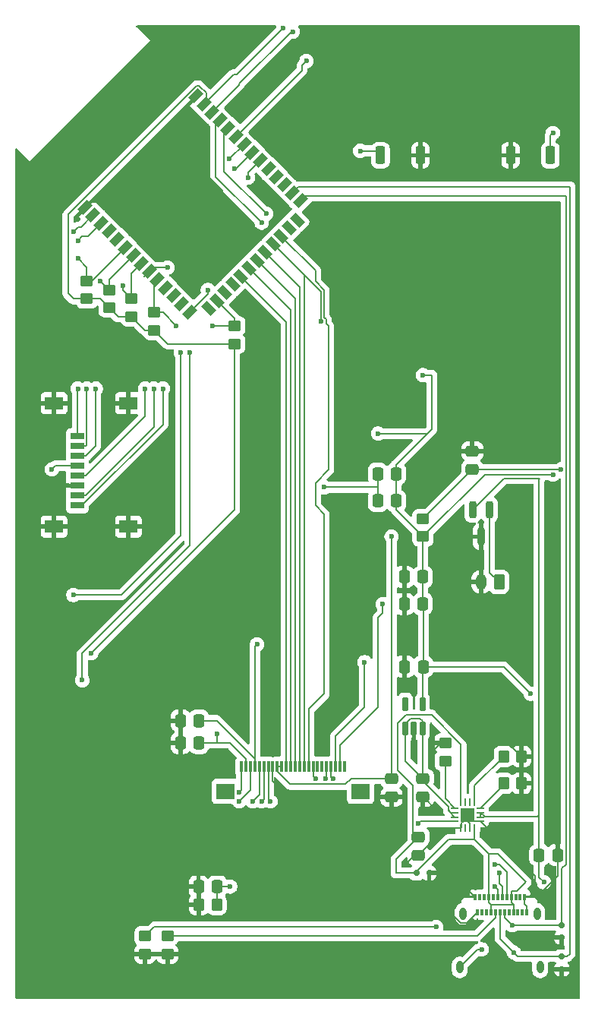
<source format=gbr>
%TF.GenerationSoftware,KiCad,Pcbnew,9.0.6*%
%TF.CreationDate,2025-11-23T22:18:39-05:00*%
%TF.ProjectId,EPD_HUB_ESP32,4550445f-4855-4425-9f45-535033322e6b,rev?*%
%TF.SameCoordinates,Original*%
%TF.FileFunction,Copper,L2,Bot*%
%TF.FilePolarity,Positive*%
%FSLAX46Y46*%
G04 Gerber Fmt 4.6, Leading zero omitted, Abs format (unit mm)*
G04 Created by KiCad (PCBNEW 9.0.6) date 2025-11-23 22:18:39*
%MOMM*%
%LPD*%
G01*
G04 APERTURE LIST*
G04 Aperture macros list*
%AMRoundRect*
0 Rectangle with rounded corners*
0 $1 Rounding radius*
0 $2 $3 $4 $5 $6 $7 $8 $9 X,Y pos of 4 corners*
0 Add a 4 corners polygon primitive as box body*
4,1,4,$2,$3,$4,$5,$6,$7,$8,$9,$2,$3,0*
0 Add four circle primitives for the rounded corners*
1,1,$1+$1,$2,$3*
1,1,$1+$1,$4,$5*
1,1,$1+$1,$6,$7*
1,1,$1+$1,$8,$9*
0 Add four rect primitives between the rounded corners*
20,1,$1+$1,$2,$3,$4,$5,0*
20,1,$1+$1,$4,$5,$6,$7,0*
20,1,$1+$1,$6,$7,$8,$9,0*
20,1,$1+$1,$8,$9,$2,$3,0*%
%AMRotRect*
0 Rectangle, with rotation*
0 The origin of the aperture is its center*
0 $1 length*
0 $2 width*
0 $3 Rotation angle, in degrees counterclockwise*
0 Add horizontal line*
21,1,$1,$2,0,0,$3*%
G04 Aperture macros list end*
%TA.AperFunction,HeatsinkPad*%
%ADD10C,0.600000*%
%TD*%
%TA.AperFunction,HeatsinkPad*%
%ADD11RotRect,3.900000X3.900000X315.000000*%
%TD*%
%TA.AperFunction,SMDPad,CuDef*%
%ADD12RotRect,1.500000X0.900000X225.000000*%
%TD*%
%TA.AperFunction,SMDPad,CuDef*%
%ADD13RotRect,1.500000X0.900000X315.000000*%
%TD*%
%TA.AperFunction,SMDPad,CuDef*%
%ADD14RotRect,1.500000X0.900000X45.000000*%
%TD*%
%TA.AperFunction,SMDPad,CuDef*%
%ADD15R,1.500000X0.800000*%
%TD*%
%TA.AperFunction,SMDPad,CuDef*%
%ADD16R,2.000000X1.450000*%
%TD*%
%TA.AperFunction,SMDPad,CuDef*%
%ADD17RoundRect,0.150000X0.150000X0.200000X-0.150000X0.200000X-0.150000X-0.200000X0.150000X-0.200000X0*%
%TD*%
%TA.AperFunction,SMDPad,CuDef*%
%ADD18RoundRect,0.250000X-0.475000X0.337500X-0.475000X-0.337500X0.475000X-0.337500X0.475000X0.337500X0*%
%TD*%
%TA.AperFunction,ComponentPad*%
%ADD19O,1.200000X1.750000*%
%TD*%
%TA.AperFunction,ComponentPad*%
%ADD20RoundRect,0.250000X0.350000X0.625000X-0.350000X0.625000X-0.350000X-0.625000X0.350000X-0.625000X0*%
%TD*%
%TA.AperFunction,SMDPad,CuDef*%
%ADD21RoundRect,0.200000X-0.200000X0.750000X-0.200000X-0.750000X0.200000X-0.750000X0.200000X0.750000X0*%
%TD*%
%TA.AperFunction,SMDPad,CuDef*%
%ADD22R,0.300000X0.700000*%
%TD*%
%TA.AperFunction,HeatsinkPad*%
%ADD23O,0.800000X1.400000*%
%TD*%
%TA.AperFunction,SMDPad,CuDef*%
%ADD24R,0.300000X1.300000*%
%TD*%
%TA.AperFunction,SMDPad,CuDef*%
%ADD25R,2.000000X1.800000*%
%TD*%
%TA.AperFunction,HeatsinkPad*%
%ADD26R,1.600000X1.600000*%
%TD*%
%TA.AperFunction,SMDPad,CuDef*%
%ADD27RoundRect,0.062500X0.062500X0.375000X-0.062500X0.375000X-0.062500X-0.375000X0.062500X-0.375000X0*%
%TD*%
%TA.AperFunction,SMDPad,CuDef*%
%ADD28RoundRect,0.062500X0.375000X0.062500X-0.375000X0.062500X-0.375000X-0.062500X0.375000X-0.062500X0*%
%TD*%
%TA.AperFunction,SMDPad,CuDef*%
%ADD29RoundRect,0.150000X0.200000X-0.150000X0.200000X0.150000X-0.200000X0.150000X-0.200000X-0.150000X0*%
%TD*%
%TA.AperFunction,SMDPad,CuDef*%
%ADD30RoundRect,0.250000X0.337500X0.475000X-0.337500X0.475000X-0.337500X-0.475000X0.337500X-0.475000X0*%
%TD*%
%TA.AperFunction,SMDPad,CuDef*%
%ADD31RoundRect,0.250000X0.450000X-0.350000X0.450000X0.350000X-0.450000X0.350000X-0.450000X-0.350000X0*%
%TD*%
%TA.AperFunction,SMDPad,CuDef*%
%ADD32RoundRect,0.250000X-0.450000X0.350000X-0.450000X-0.350000X0.450000X-0.350000X0.450000X0.350000X0*%
%TD*%
%TA.AperFunction,SMDPad,CuDef*%
%ADD33RoundRect,0.250000X0.475000X-0.337500X0.475000X0.337500X-0.475000X0.337500X-0.475000X-0.337500X0*%
%TD*%
%TA.AperFunction,SMDPad,CuDef*%
%ADD34RoundRect,0.250000X-0.350000X-0.450000X0.350000X-0.450000X0.350000X0.450000X-0.350000X0.450000X0*%
%TD*%
%TA.AperFunction,SMDPad,CuDef*%
%ADD35RoundRect,0.250000X-0.337500X-0.475000X0.337500X-0.475000X0.337500X0.475000X-0.337500X0.475000X0*%
%TD*%
%TA.AperFunction,SMDPad,CuDef*%
%ADD36RoundRect,0.162500X0.162500X-0.617500X0.162500X0.617500X-0.162500X0.617500X-0.162500X-0.617500X0*%
%TD*%
%TA.AperFunction,SMDPad,CuDef*%
%ADD37RoundRect,0.250000X-0.275000X-0.750000X0.275000X-0.750000X0.275000X0.750000X-0.275000X0.750000X0*%
%TD*%
%TA.AperFunction,SMDPad,CuDef*%
%ADD38RoundRect,0.250000X0.275000X0.750000X-0.275000X0.750000X-0.275000X-0.750000X0.275000X-0.750000X0*%
%TD*%
%TA.AperFunction,ViaPad*%
%ADD39C,0.600000*%
%TD*%
%TA.AperFunction,Conductor*%
%ADD40C,0.200000*%
%TD*%
G04 APERTURE END LIST*
D10*
%TO.P,U4,41,GND*%
%TO.N,GND*%
X126953916Y-62474873D03*
X127943865Y-63464823D03*
X126953916Y-61484924D03*
X127943865Y-62474873D03*
X128933815Y-63464823D03*
X127943865Y-61484924D03*
D11*
X128438840Y-61979899D03*
D10*
X128933815Y-62474873D03*
X127943865Y-60494974D03*
X128933815Y-61484924D03*
X129923764Y-62474873D03*
X128933815Y-60494974D03*
X129923764Y-61484924D03*
D12*
%TO.P,U4,40,GND*%
X115732131Y-63768879D03*
%TO.P,U4,39,IO1*%
%TO.N,BAT_MONIT*%
X116630157Y-64666904D03*
%TO.P,U4,38,IO2*%
%TO.N,CHG_STATUS*%
X117528182Y-65564930D03*
%TO.P,U4,37,TXD0*%
%TO.N,unconnected-(U4-TXD0-Pad37)*%
X118426208Y-66462956D03*
%TO.P,U4,36,RXD0*%
%TO.N,unconnected-(U4-RXD0-Pad36)*%
X119324233Y-67360981D03*
%TO.P,U4,35,IO42*%
%TO.N,SD_DAT2*%
X120222259Y-68259007D03*
%TO.P,U4,34,IO41*%
%TO.N,SD_DAT3*%
X121120285Y-69157032D03*
%TO.P,U4,33,IO40*%
%TO.N,SD_CMD*%
X122018310Y-70055058D03*
%TO.P,U4,32,IO39*%
%TO.N,SD_CLK*%
X122916336Y-70953084D03*
%TO.P,U4,31,IO38*%
%TO.N,SD_DAT0*%
X123814362Y-71851109D03*
%TO.P,U4,30,IO37*%
%TO.N,unconnected-(U4-IO37-Pad30)*%
X124712387Y-72749135D03*
%TO.P,U4,29,IO36*%
%TO.N,unconnected-(U4-IO36-Pad29)*%
X125610413Y-73647160D03*
%TO.P,U4,28,IO35*%
%TO.N,unconnected-(U4-IO35-Pad28)*%
X126508438Y-74545186D03*
%TO.P,U4,27,IO0*%
%TO.N,ESP32_IO0*%
X127406464Y-75443212D03*
D13*
%TO.P,U4,26,IO45*%
%TO.N,unconnected-(U4-IO45-Pad26)*%
X129538391Y-75079052D03*
%TO.P,U4,25,IO48*%
%TO.N,SD_DAT1*%
X130436417Y-74181026D03*
%TO.P,U4,24,IO47*%
%TO.N,unconnected-(U4-IO47-Pad24)*%
X131334442Y-73283000D03*
%TO.P,U4,23,IO21*%
%TO.N,unconnected-(U4-IO21-Pad23)*%
X132232468Y-72384975D03*
%TO.P,U4,22,IO14*%
%TO.N,EPD_MOSI*%
X133130493Y-71486949D03*
%TO.P,U4,21,IO13*%
%TO.N,EPD_SCK*%
X134028519Y-70588924D03*
%TO.P,U4,20,IO12*%
%TO.N,EPD_CS*%
X134926545Y-69690898D03*
%TO.P,U4,19,IO11*%
%TO.N,EPD_DC*%
X135824570Y-68792872D03*
%TO.P,U4,18,IO10*%
%TO.N,EPD_RST*%
X136722596Y-67894847D03*
%TO.P,U4,17,IO9*%
%TO.N,EPD_BUSY*%
X137620621Y-66996821D03*
%TO.P,U4,16,IO46*%
%TO.N,unconnected-(U4-IO46-Pad16)*%
X138518647Y-66098796D03*
%TO.P,U4,15,IO3*%
%TO.N,unconnected-(U4-IO3-Pad15)*%
X139416673Y-65200770D03*
D14*
%TO.P,U4,14,USB_D+*%
%TO.N,ESP32_DN*%
X139780833Y-63068843D03*
D12*
%TO.P,U4,13,USB_D-*%
%TO.N,ESP32_DP*%
X138882807Y-62170817D03*
%TO.P,U4,12,IO8*%
%TO.N,unconnected-(U4-IO8-Pad12)*%
X137984781Y-61272792D03*
%TO.P,U4,11,IO18*%
%TO.N,unconnected-(U4-IO18-Pad11)*%
X137086756Y-60374766D03*
%TO.P,U4,10,IO17*%
%TO.N,unconnected-(U4-IO17-Pad10)*%
X136188730Y-59476741D03*
%TO.P,U4,9,IO16*%
%TO.N,BUTTON_A*%
X135290705Y-58578715D03*
%TO.P,U4,8,IO15*%
%TO.N,BUTTON_B*%
X134392679Y-57680689D03*
%TO.P,U4,7,IO7*%
%TO.N,DPAD_RIGHT*%
X133494653Y-56782664D03*
%TO.P,U4,6,IO6*%
%TO.N,DPAD_LEFT*%
X132596628Y-55884638D03*
%TO.P,U4,5,IO5*%
%TO.N,DPAD_DOWN*%
X131698602Y-54986612D03*
%TO.P,U4,4,IO4*%
%TO.N,DPAD_UP*%
X130800577Y-54088587D03*
%TO.P,U4,3,EN*%
%TO.N,ESP32_EN*%
X129902551Y-53190561D03*
%TO.P,U4,2,3V3*%
%TO.N,3V3*%
X129004525Y-52292536D03*
%TO.P,U4,1,GND*%
%TO.N,GND*%
X128106500Y-51394510D03*
%TD*%
D15*
%TO.P,J7,1,DAT2*%
%TO.N,SD_DAT2*%
X114888840Y-89300000D03*
%TO.P,J7,2,DAT3/CD*%
%TO.N,SD_DAT3*%
X114888840Y-90400000D03*
%TO.P,J7,3,CMD*%
%TO.N,SD_CMD*%
X114888840Y-91500000D03*
%TO.P,J7,4,VDD*%
%TO.N,Net-(J7-VDD)*%
X114888840Y-92600000D03*
%TO.P,J7,5,CLK*%
%TO.N,SD_CLK*%
X114888840Y-93700000D03*
%TO.P,J7,6,VSS*%
%TO.N,GND*%
X114888840Y-94800000D03*
%TO.P,J7,7,DAT0*%
%TO.N,SD_DAT0*%
X114888840Y-95900000D03*
%TO.P,J7,8,DAT1*%
%TO.N,SD_DAT1*%
X114888840Y-97000000D03*
D16*
%TO.P,J7,9,SHIELD*%
%TO.N,GND*%
X120588840Y-85625000D03*
X112288840Y-85625000D03*
X120588840Y-99375000D03*
X112288840Y-99375000D03*
%TD*%
D17*
%TO.P,D3,1,K*%
%TO.N,USB_VBUS*%
X152738840Y-138000000D03*
%TO.P,D3,2,A*%
%TO.N,GND*%
X154138840Y-138000000D03*
%TD*%
D18*
%TO.P,C2,2*%
%TO.N,GND*%
X152938840Y-136037500D03*
%TO.P,C2,1*%
%TO.N,USB_VBUS*%
X152938840Y-133962500D03*
%TD*%
D19*
%TO.P,J5,2,Pin_2*%
%TO.N,GND*%
X159938840Y-105550000D03*
D20*
%TO.P,J5,1,Pin_1*%
%TO.N,Net-(J5-Pin_1)*%
X161938840Y-105550000D03*
%TD*%
D21*
%TO.P,Q3,3,D*%
%TO.N,GND*%
X159938840Y-100500000D03*
%TO.P,Q3,2,S*%
%TO.N,Net-(J5-Pin_1)*%
X160888840Y-97500000D03*
%TO.P,Q3,1,G*%
%TO.N,VBat+*%
X158988840Y-97500000D03*
%TD*%
D22*
%TO.P,J1,A1,GND*%
%TO.N,GND*%
X164789840Y-140640000D03*
%TO.P,J1,A2,TX1+*%
%TO.N,unconnected-(J1-TX1+-PadA2)*%
X164289840Y-140640000D03*
%TO.P,J1,A3,TX1-*%
%TO.N,unconnected-(J1-TX1--PadA3)*%
X163789840Y-140640000D03*
%TO.P,J1,A4,VBUS*%
%TO.N,USB_VBUS*%
X163289840Y-140640000D03*
%TO.P,J1,A5,CC1*%
%TO.N,Net-(J1-CC1)*%
X162789840Y-140640000D03*
%TO.P,J1,A6,D+*%
%TO.N,ESP32_DP*%
X162289840Y-140640000D03*
%TO.P,J1,A7,D-*%
%TO.N,ESP32_DN*%
X161789840Y-140640000D03*
%TO.P,J1,A8,SBU1*%
%TO.N,unconnected-(J1-SBU1-PadA8)*%
X161289840Y-140640000D03*
%TO.P,J1,A9,VBUS*%
%TO.N,USB_VBUS*%
X160789840Y-140640000D03*
%TO.P,J1,A10,RX2-*%
%TO.N,unconnected-(J1-RX2--PadA10)*%
X160289840Y-140640000D03*
%TO.P,J1,A11,RX2+*%
%TO.N,unconnected-(J1-RX2+-PadA11)*%
X159789840Y-140640000D03*
%TO.P,J1,A12,GND*%
%TO.N,GND*%
X159289840Y-140640000D03*
%TO.P,J1,B1,GND*%
X159539840Y-142340000D03*
%TO.P,J1,B2,TX2+*%
%TO.N,unconnected-(J1-TX2+-PadB2)*%
X160039840Y-142340000D03*
%TO.P,J1,B3,TX2-*%
%TO.N,unconnected-(J1-TX2--PadB3)*%
X160539840Y-142340000D03*
%TO.P,J1,B4,VBUS*%
%TO.N,USB_VBUS*%
X161039840Y-142340000D03*
%TO.P,J1,B5,CC2*%
%TO.N,Net-(J1-CC2)*%
X161539840Y-142340000D03*
%TO.P,J1,B6,D+*%
%TO.N,ESP32_DP*%
X162039840Y-142340000D03*
%TO.P,J1,B7,D-*%
%TO.N,ESP32_DN*%
X162539840Y-142340000D03*
%TO.P,J1,B8,SBU2*%
%TO.N,unconnected-(J1-SBU2-PadB8)*%
X163039840Y-142340000D03*
%TO.P,J1,B9,VBUS*%
%TO.N,USB_VBUS*%
X163539840Y-142340000D03*
%TO.P,J1,B10,RX1-*%
%TO.N,unconnected-(J1-RX1--PadB10)*%
X164039840Y-142340000D03*
%TO.P,J1,B11,RX1+*%
%TO.N,unconnected-(J1-RX1+-PadB11)*%
X164539840Y-142340000D03*
%TO.P,J1,B12,GND*%
%TO.N,GND*%
X165039840Y-142340000D03*
D23*
%TO.P,J1,S1,SHIELD*%
%TO.N,Net-(J1-SHIELD)*%
X166529840Y-148500000D03*
X166169840Y-142550000D03*
X157909840Y-142550000D03*
X157549840Y-148500000D03*
%TD*%
D24*
%TO.P,J3,1,Pin_1*%
%TO.N,unconnected-(J3-Pin_1-Pad1)*%
X144688840Y-126150000D03*
%TO.P,J3,2,Pin_2*%
%TO.N,/E_ink_HAT/GDR*%
X144188840Y-126150000D03*
%TO.P,J3,3,Pin_3*%
%TO.N,/E_ink_HAT/RESE*%
X143688840Y-126150000D03*
%TO.P,J3,4,Pin_4*%
%TO.N,Net-(J3-Pin_4)*%
X143188840Y-126150000D03*
%TO.P,J3,5,Pin_5*%
%TO.N,Net-(J3-Pin_5)*%
X142688840Y-126150000D03*
%TO.P,J3,6,Pin_6*%
%TO.N,unconnected-(J3-Pin_6-Pad6)*%
X142188840Y-126150000D03*
%TO.P,J3,7,Pin_7*%
%TO.N,unconnected-(J3-Pin_7-Pad7)*%
X141688840Y-126150000D03*
%TO.P,J3,8,Pin_8*%
%TO.N,GND*%
X141188840Y-126150000D03*
%TO.P,J3,9,Pin_9*%
%TO.N,EPD_BUSY*%
X140688840Y-126150000D03*
%TO.P,J3,10,Pin_10*%
%TO.N,EPD_RST*%
X140188840Y-126150000D03*
%TO.P,J3,11,Pin_11*%
%TO.N,EPD_DC*%
X139688840Y-126150000D03*
%TO.P,J3,12,Pin_12*%
%TO.N,EPD_CS*%
X139188840Y-126150000D03*
%TO.P,J3,13,Pin_13*%
%TO.N,EPD_SCK*%
X138688840Y-126150000D03*
%TO.P,J3,14,Pin_14*%
%TO.N,EPD_MOSI*%
X138188840Y-126150000D03*
%TO.P,J3,15,Pin_15*%
%TO.N,/E_ink_HAT/VCC_EPD_OUT*%
X137688840Y-126150000D03*
%TO.P,J3,16,Pin_16*%
X137188840Y-126150000D03*
%TO.P,J3,17,Pin_17*%
%TO.N,GND*%
X136688840Y-126150000D03*
%TO.P,J3,18,Pin_18*%
%TO.N,Net-(J3-Pin_18)*%
X136188840Y-126150000D03*
%TO.P,J3,19,Pin_19*%
%TO.N,Net-(J3-Pin_19)*%
X135688840Y-126150000D03*
%TO.P,J3,20,Pin_20*%
%TO.N,Net-(J3-Pin_20)*%
X135188840Y-126150000D03*
%TO.P,J3,21,Pin_21*%
%TO.N,/E_ink_HAT/PREVGH*%
X134688840Y-126150000D03*
%TO.P,J3,22,Pin_22*%
%TO.N,Net-(J3-Pin_22)*%
X134188840Y-126150000D03*
%TO.P,J3,23,Pin_23*%
%TO.N,/E_ink_HAT/PREVGL*%
X133688840Y-126150000D03*
%TO.P,J3,24,Pin_24*%
%TO.N,Net-(J3-Pin_24)*%
X133188840Y-126150000D03*
D25*
%TO.P,J3,Z1*%
%TO.N,N/C*%
X146488840Y-128900000D03*
%TO.P,J3,Z2*%
X131388840Y-128900000D03*
%TD*%
D26*
%TO.P,U2,17,VSS*%
%TO.N,GND*%
X158438840Y-131500000D03*
D27*
%TO.P,U2,16,ISET*%
%TO.N,Net-(U2-ISET)*%
X159188840Y-130062500D03*
%TO.P,U2,15,ITERM*%
%TO.N,unconnected-(U2-ITERM-Pad15)*%
X158688840Y-130062500D03*
%TO.P,U2,14,TMR*%
%TO.N,unconnected-(U2-TMR-Pad14)*%
X158188840Y-130062500D03*
%TO.P,U2,13,IN*%
%TO.N,USB_VBUS*%
X157688840Y-130062500D03*
D28*
%TO.P,U2,12,ILIM*%
%TO.N,Net-(U2-ILIM)*%
X157001340Y-130750000D03*
%TO.P,U2,11,OUT*%
%TO.N,Net-(U3-EN)*%
X157001340Y-131250000D03*
%TO.P,U2,10,OUT*%
X157001340Y-131750000D03*
%TO.P,U2,9,~{CHG}*%
%TO.N,Net-(U2-~{CHG})*%
X157001340Y-132250000D03*
D27*
%TO.P,U2,8,VSS*%
%TO.N,GND*%
X157688840Y-132937500D03*
%TO.P,U2,7,~{PGOOD}*%
%TO.N,unconnected-(U2-~{PGOOD}-Pad7)*%
X158188840Y-132937500D03*
%TO.P,U2,6,EN1*%
%TO.N,GND*%
X158688840Y-132937500D03*
%TO.P,U2,5,EN2*%
%TO.N,USB_VBUS*%
X159188840Y-132937500D03*
D28*
%TO.P,U2,4,~{CE}*%
%TO.N,GND*%
X159876340Y-132250000D03*
%TO.P,U2,3,BAT*%
%TO.N,VBat+*%
X159876340Y-131750000D03*
%TO.P,U2,2,BAT*%
X159876340Y-131250000D03*
%TO.P,U2,1,TS*%
%TO.N,Net-(U2-TS)*%
X159876340Y-130750000D03*
%TD*%
D29*
%TO.P,D1,2,A*%
%TO.N,GND*%
X168938840Y-148700000D03*
%TO.P,D1,1,K*%
%TO.N,ESP32_DP*%
X168938840Y-147300000D03*
%TD*%
%TO.P,D2,2,A*%
%TO.N,GND*%
X168938840Y-145200000D03*
%TO.P,D2,1,K*%
%TO.N,ESP32_DN*%
X168938840Y-143800000D03*
%TD*%
D30*
%TO.P,C37,1*%
%TO.N,3V3*%
X150476340Y-96500000D03*
%TO.P,C37,2*%
%TO.N,Net-(J7-VDD)*%
X148401340Y-96500000D03*
%TD*%
%TO.P,C33,1*%
%TO.N,3V3*%
X153438840Y-108000000D03*
%TO.P,C33,2*%
%TO.N,GND*%
X151363840Y-108000000D03*
%TD*%
D31*
%TO.P,R4,1*%
%TO.N,Net-(U2-ILIM)*%
X155938840Y-125500000D03*
%TO.P,R4,2*%
%TO.N,GND*%
X155938840Y-123500000D03*
%TD*%
D32*
%TO.P,R3,1*%
%TO.N,Net-(J1-CC2)*%
X124938840Y-145000000D03*
%TO.P,R3,2*%
%TO.N,GND*%
X124938840Y-147000000D03*
%TD*%
D33*
%TO.P,C22,1*%
%TO.N,GND*%
X149938840Y-129537500D03*
%TO.P,C22,2*%
%TO.N,/E_ink_HAT/VCC_EPD_OUT*%
X149938840Y-127462500D03*
%TD*%
D32*
%TO.P,R54,1*%
%TO.N,SD_DAT0*%
X123438840Y-75500000D03*
%TO.P,R54,2*%
%TO.N,3V3*%
X123438840Y-77500000D03*
%TD*%
D34*
%TO.P,R5,1*%
%TO.N,Net-(U2-ISET)*%
X162438840Y-125000000D03*
%TO.P,R5,2*%
%TO.N,GND*%
X164438840Y-125000000D03*
%TD*%
D30*
%TO.P,C1,1*%
%TO.N,Net-(J1-SHIELD)*%
X130476340Y-139500000D03*
%TO.P,C1,2*%
%TO.N,GND*%
X128401340Y-139500000D03*
%TD*%
D32*
%TO.P,R55,1*%
%TO.N,SD_DAT1*%
X132438840Y-77000000D03*
%TO.P,R55,2*%
%TO.N,3V3*%
X132438840Y-79000000D03*
%TD*%
D33*
%TO.P,C5,1*%
%TO.N,ESP32_EN*%
X158938840Y-93037500D03*
%TO.P,C5,2*%
%TO.N,GND*%
X158938840Y-90962500D03*
%TD*%
D30*
%TO.P,C6,1*%
%TO.N,3V3*%
X153476340Y-115000000D03*
%TO.P,C6,2*%
%TO.N,GND*%
X151401340Y-115000000D03*
%TD*%
D32*
%TO.P,R9,1*%
%TO.N,SD_DAT3*%
X118438840Y-73000000D03*
%TO.P,R9,2*%
%TO.N,3V3*%
X118438840Y-75000000D03*
%TD*%
%TO.P,R53,1*%
%TO.N,SD_CMD*%
X120938840Y-74000000D03*
%TO.P,R53,2*%
%TO.N,3V3*%
X120938840Y-76000000D03*
%TD*%
D35*
%TO.P,C16,1*%
%TO.N,GND*%
X126401340Y-123500000D03*
%TO.P,C16,2*%
%TO.N,/E_ink_HAT/PREVGL*%
X128476340Y-123500000D03*
%TD*%
D30*
%TO.P,C36,1*%
%TO.N,3V3*%
X150476340Y-93490000D03*
%TO.P,C36,2*%
%TO.N,Net-(J7-VDD)*%
X148401340Y-93490000D03*
%TD*%
D34*
%TO.P,R1,1*%
%TO.N,GND*%
X128438840Y-141500000D03*
%TO.P,R1,2*%
%TO.N,Net-(J1-SHIELD)*%
X130438840Y-141500000D03*
%TD*%
D36*
%TO.P,U3,1,VIN*%
%TO.N,Net-(U3-EN)*%
X153388840Y-121850000D03*
%TO.P,U3,2,GND*%
%TO.N,GND*%
X152438840Y-121850000D03*
%TO.P,U3,3,EN*%
%TO.N,Net-(U3-EN)*%
X151488840Y-121850000D03*
%TO.P,U3,4,NC*%
%TO.N,unconnected-(U3-NC-Pad4)*%
X151488840Y-119150000D03*
%TO.P,U3,5,VOUT*%
%TO.N,3V3*%
X153388840Y-119150000D03*
%TD*%
D35*
%TO.P,C14,1*%
%TO.N,GND*%
X126401340Y-121000000D03*
%TO.P,C14,2*%
%TO.N,/E_ink_HAT/PREVGH*%
X128476340Y-121000000D03*
%TD*%
D31*
%TO.P,R7,1*%
%TO.N,3V3*%
X153438840Y-100500000D03*
%TO.P,R7,2*%
%TO.N,ESP32_EN*%
X153438840Y-98500000D03*
%TD*%
D35*
%TO.P,C3,1*%
%TO.N,VBat+*%
X166401340Y-136000000D03*
%TO.P,C3,2*%
%TO.N,GND*%
X168476340Y-136000000D03*
%TD*%
D18*
%TO.P,C4,1*%
%TO.N,Net-(U3-EN)*%
X153438840Y-127462500D03*
%TO.P,C4,2*%
%TO.N,GND*%
X153438840Y-129537500D03*
%TD*%
D32*
%TO.P,R8,1*%
%TO.N,SD_DAT2*%
X115938840Y-72000000D03*
%TO.P,R8,2*%
%TO.N,3V3*%
X115938840Y-74000000D03*
%TD*%
D30*
%TO.P,C32,1*%
%TO.N,3V3*%
X153438840Y-104990000D03*
%TO.P,C32,2*%
%TO.N,GND*%
X151363840Y-104990000D03*
%TD*%
D32*
%TO.P,R2,1*%
%TO.N,Net-(J1-CC1)*%
X122438840Y-145000000D03*
%TO.P,R2,2*%
%TO.N,GND*%
X122438840Y-147000000D03*
%TD*%
D34*
%TO.P,R6,1*%
%TO.N,Net-(U2-TS)*%
X162438840Y-128000000D03*
%TO.P,R6,2*%
%TO.N,GND*%
X164438840Y-128000000D03*
%TD*%
D37*
%TO.P,SW12,1,1*%
%TO.N,GND*%
X163213840Y-58000000D03*
%TO.P,SW12,2,2*%
%TO.N,ESP32_EN*%
X167663840Y-58000000D03*
%TD*%
D38*
%TO.P,SW6,1,1*%
%TO.N,GND*%
X153163840Y-58000000D03*
%TO.P,SW6,2,2*%
%TO.N,ESP32_IO0*%
X148713840Y-58000000D03*
%TD*%
D39*
%TO.N,GND*%
X167500000Y-134000000D03*
X152000000Y-110000000D03*
X155500000Y-91000000D03*
X151500000Y-137000000D03*
X162500000Y-64000000D03*
X149000000Y-79500000D03*
X134000000Y-67500000D03*
%TO.N,Net-(J1-SHIELD)*%
X160000000Y-146500000D03*
%TO.N,GND*%
X165438840Y-145500000D03*
X158438840Y-117500000D03*
X154438840Y-124500000D03*
X154938840Y-131000000D03*
X152438840Y-124000000D03*
X137438840Y-128500000D03*
X141438840Y-127500000D03*
%TO.N,EPD_RST*%
X142038840Y-76500000D03*
%TO.N,BUTTON_A*%
X133938840Y-60500000D03*
X127438840Y-80000000D03*
X115438840Y-116500000D03*
%TO.N,BUTTON_B*%
X132438840Y-59500000D03*
X126438840Y-80000000D03*
X114438840Y-107000000D03*
%TO.N,3V3*%
X116438840Y-113500000D03*
%TO.N,DPAD_DOWN*%
X135938840Y-64500000D03*
%TO.N,DPAD_UP*%
X135438840Y-65500000D03*
%TO.N,3V3*%
X165438840Y-118000000D03*
%TO.N,DPAD_LEFT*%
X140438840Y-47500000D03*
%TO.N,DPAD_RIGHT*%
X131858078Y-58419238D03*
%TO.N,SD_DAT0*%
X125938840Y-77000000D03*
%TO.N,SD_CMD*%
X119938840Y-72500000D03*
%TO.N,SD_DAT3*%
X117438840Y-72000000D03*
%TO.N,SD_DAT2*%
X114938840Y-69500000D03*
%TO.N,SD_CLK*%
X124938840Y-70500000D03*
X122438840Y-84000000D03*
%TO.N,SD_DAT1*%
X129938840Y-77000000D03*
X124438840Y-84000000D03*
%TO.N,SD_DAT0*%
X123438840Y-84000000D03*
%TO.N,Net-(J7-VDD)*%
X112038840Y-93000000D03*
X142438840Y-95000000D03*
%TO.N,SD_CMD*%
X116938840Y-84000000D03*
%TO.N,SD_DAT3*%
X115938840Y-84000000D03*
%TO.N,SD_DAT2*%
X114938840Y-84000000D03*
%TO.N,Net-(J1-CC1)*%
X154938840Y-144000000D03*
X161438840Y-137000000D03*
%TO.N,ESP32_DP*%
X163588658Y-146850182D03*
X161938840Y-138000000D03*
%TO.N,ESP32_DN*%
X163397840Y-143800000D03*
X161438840Y-139500000D03*
%TO.N,Net-(J1-SHIELD)*%
X131938840Y-139500000D03*
%TO.N,VBat+*%
X166938840Y-139000000D03*
%TO.N,Net-(U2-~{CHG})*%
X152938840Y-132500000D03*
%TO.N,/E_ink_HAT/PREVGL*%
X130438840Y-122500000D03*
%TO.N,/E_ink_HAT/PREVGH*%
X134938840Y-112500000D03*
%TO.N,/E_ink_HAT/VCC_EPD_OUT*%
X149938840Y-100500000D03*
%TO.N,/E_ink_HAT/RESE*%
X146938840Y-114500000D03*
%TO.N,/E_ink_HAT/GDR*%
X148938840Y-108000000D03*
%TO.N,Net-(J3-Pin_24)*%
X132888842Y-129000000D03*
%TO.N,Net-(J3-Pin_22)*%
X132938840Y-130000000D03*
%TO.N,Net-(J3-Pin_20)*%
X134438840Y-130000000D03*
%TO.N,Net-(J3-Pin_19)*%
X135438840Y-130000000D03*
%TO.N,Net-(J3-Pin_18)*%
X136438840Y-130000000D03*
%TO.N,Net-(J3-Pin_5)*%
X142588840Y-127500000D03*
%TO.N,Net-(J3-Pin_4)*%
X143388843Y-127500000D03*
%TO.N,ESP32_EN*%
X167938840Y-55500000D03*
%TO.N,ESP32_IO0*%
X146438840Y-57500000D03*
X129438840Y-73000000D03*
%TO.N,3V3*%
X137837840Y-43800000D03*
X167938840Y-93600000D03*
%TO.N,ESP32_EN*%
X138936840Y-44201000D03*
X168836840Y-93000000D03*
%TO.N,CHG_STATUS*%
X114938840Y-67500000D03*
%TO.N,BAT_MONIT*%
X114438840Y-66500000D03*
%TO.N,3V3*%
X148438840Y-89000000D03*
X153438840Y-82500000D03*
%TD*%
D40*
%TO.N,GND*%
X168476340Y-136000000D02*
X168476340Y-134976340D01*
X168476340Y-134976340D02*
X167500000Y-134000000D01*
X151363840Y-109363840D02*
X152000000Y-110000000D01*
X151363840Y-108000000D02*
X151363840Y-109363840D01*
X155537500Y-90962500D02*
X158938840Y-90962500D01*
X155500000Y-91000000D02*
X155537500Y-90962500D01*
X152462500Y-136037500D02*
X151500000Y-137000000D01*
X152938840Y-136037500D02*
X152462500Y-136037500D01*
X158938840Y-67561160D02*
X162500000Y-64000000D01*
X158938840Y-90962500D02*
X158938840Y-67561160D01*
X157000000Y-74000000D02*
X158938840Y-75938840D01*
X158938840Y-75938840D02*
X158938840Y-90962500D01*
X150000000Y-74000000D02*
X157000000Y-74000000D01*
X149000000Y-75000000D02*
X150000000Y-74000000D01*
X149000000Y-79500000D02*
X149000000Y-75000000D01*
X129738549Y-63238549D02*
X134000000Y-67500000D01*
X116262461Y-63238549D02*
X129738549Y-63238549D01*
X115732131Y-63768879D02*
X116262461Y-63238549D01*
%TO.N,Net-(J1-SHIELD)*%
X160000000Y-146500000D02*
X159549840Y-146500000D01*
X159549840Y-146500000D02*
X157549840Y-148500000D01*
%TO.N,GND*%
X165298840Y-140640000D02*
X165938840Y-140000000D01*
X164789840Y-140640000D02*
X165298840Y-140640000D01*
X165738840Y-145200000D02*
X165438840Y-145500000D01*
X168938840Y-145200000D02*
X165738840Y-145200000D01*
X158438840Y-119000000D02*
X158438840Y-117500000D01*
X164438840Y-125000000D02*
X158438840Y-119000000D01*
X164438840Y-128000000D02*
X164438840Y-125000000D01*
X164789840Y-141406008D02*
X164789840Y-140640000D01*
X165039840Y-141656008D02*
X164789840Y-141406008D01*
X165039840Y-142340000D02*
X165039840Y-141656008D01*
X156649840Y-138000000D02*
X154138840Y-138000000D01*
X159289840Y-140640000D02*
X156649840Y-138000000D01*
X157619476Y-143551000D02*
X154138840Y-140070364D01*
X158328840Y-143551000D02*
X157619476Y-143551000D01*
X154138840Y-140070364D02*
X154138840Y-138000000D01*
X159539840Y-142340000D02*
X158328840Y-143551000D01*
X155438840Y-123500000D02*
X154438840Y-124500000D01*
X155938840Y-123500000D02*
X155438840Y-123500000D01*
X156038840Y-132937500D02*
X157688840Y-132937500D01*
X152938840Y-136037500D02*
X156038840Y-132937500D01*
X168476340Y-138312443D02*
X168476340Y-136000000D01*
X166788783Y-140000000D02*
X168476340Y-138312443D01*
X165938840Y-140000000D02*
X166788783Y-140000000D01*
X165938840Y-138312500D02*
X165938840Y-140000000D01*
X159876340Y-132250000D02*
X165938840Y-138312500D01*
X159137840Y-132199000D02*
X158438840Y-131500000D01*
X159825340Y-132199000D02*
X159137840Y-132199000D01*
X159876340Y-132250000D02*
X159825340Y-132199000D01*
X158403638Y-132199000D02*
X158688840Y-132484202D01*
X157974042Y-132199000D02*
X158403638Y-132199000D01*
X157762840Y-132410202D02*
X157974042Y-132199000D01*
X157762840Y-132863500D02*
X157762840Y-132410202D01*
X157688840Y-132937500D02*
X157762840Y-132863500D01*
X158688840Y-132484202D02*
X158688840Y-132937500D01*
X153476340Y-129537500D02*
X154938840Y-131000000D01*
X153438840Y-129537500D02*
X153476340Y-129537500D01*
%TO.N,3V3*%
X150476340Y-92462500D02*
X153938840Y-89000000D01*
X150476340Y-93490000D02*
X150476340Y-92462500D01*
%TO.N,GND*%
X152438840Y-121850000D02*
X152438840Y-124000000D01*
X136688840Y-127750000D02*
X137438840Y-128500000D01*
X136688840Y-126150000D02*
X136688840Y-127750000D01*
X141188840Y-127250000D02*
X141438840Y-127500000D01*
X141188840Y-126150000D02*
X141188840Y-127250000D01*
%TO.N,EPD_BUSY*%
X140737840Y-126101000D02*
X140688840Y-126150000D01*
X140737840Y-119701000D02*
X140737840Y-126101000D01*
X142438840Y-118000000D02*
X140737840Y-119701000D01*
X141438840Y-97000000D02*
X142438840Y-98000000D01*
X142938840Y-93000000D02*
X141438840Y-94500000D01*
X142639840Y-76251057D02*
X142639840Y-76748943D01*
X142439840Y-76051057D02*
X142639840Y-76251057D01*
X142439840Y-73044991D02*
X142439840Y-76051057D01*
X142438840Y-98000000D02*
X142438840Y-118000000D01*
X142639840Y-76748943D02*
X142938840Y-77047943D01*
X141438840Y-70815040D02*
X141438840Y-72043991D01*
X141438840Y-72043991D02*
X142439840Y-73044991D01*
X141438840Y-94500000D02*
X141438840Y-97000000D01*
X137620621Y-66996821D02*
X141438840Y-70815040D01*
X142938840Y-77047943D02*
X142938840Y-93000000D01*
%TO.N,3V3*%
X132438840Y-97500000D02*
X132438840Y-91000000D01*
X132438840Y-90000000D02*
X132438840Y-79000000D01*
%TO.N,EPD_RST*%
X142038840Y-76500000D02*
X142038840Y-73211091D01*
X142038840Y-73211091D02*
X140188840Y-71361091D01*
%TO.N,ESP32_DP*%
X168938840Y-147300000D02*
X169537840Y-147300000D01*
X169837840Y-147000000D02*
X169837840Y-61500000D01*
X169537840Y-147300000D02*
X169837840Y-147000000D01*
X164038476Y-147300000D02*
X168938840Y-147300000D01*
X163588658Y-146850182D02*
X164038476Y-147300000D01*
%TO.N,ESP32_DN*%
X169436840Y-137002000D02*
X168938840Y-137500000D01*
X169436840Y-62500000D02*
X169436840Y-137002000D01*
X168938840Y-137500000D02*
X168938840Y-143800000D01*
%TO.N,/E_ink_HAT/VCC_EPD_OUT*%
X145424340Y-127462500D02*
X149938840Y-127462500D01*
X144785840Y-128101000D02*
X145424340Y-127462500D01*
X138639840Y-128101000D02*
X144785840Y-128101000D01*
X137188840Y-126650000D02*
X138639840Y-128101000D01*
X137188840Y-126150000D02*
X137188840Y-126650000D01*
%TO.N,Net-(J3-Pin_4)*%
X143388843Y-127500000D02*
X143188840Y-127299997D01*
X143188840Y-127299997D02*
X143188840Y-126150000D01*
%TO.N,Net-(J3-Pin_5)*%
X142688840Y-127400000D02*
X142688840Y-126150000D01*
X142588840Y-127500000D02*
X142688840Y-127400000D01*
%TO.N,BUTTON_A*%
X133938840Y-59930580D02*
X135290705Y-58578715D01*
X133938840Y-60500000D02*
X133938840Y-59930580D01*
X115438840Y-113500000D02*
X127438840Y-101500000D01*
X127438840Y-101500000D02*
X127438840Y-80000000D01*
X115438840Y-116500000D02*
X115438840Y-113500000D01*
%TO.N,BUTTON_B*%
X132573368Y-59500000D02*
X134392679Y-57680689D01*
X132438840Y-59500000D02*
X132573368Y-59500000D01*
X119788783Y-107000000D02*
X126438840Y-100349943D01*
X114438840Y-107000000D02*
X119788783Y-107000000D01*
X126438840Y-100349943D02*
X126438840Y-80000000D01*
%TO.N,3V3*%
X132438840Y-91000000D02*
X132438840Y-90000000D01*
X116438840Y-113500000D02*
X132438840Y-97500000D01*
%TO.N,DPAD_DOWN*%
X131257078Y-55428136D02*
X131698602Y-54986612D01*
X135938840Y-64500000D02*
X131257078Y-59818238D01*
X131257078Y-59818238D02*
X131257078Y-55428136D01*
%TO.N,DPAD_RIGHT*%
X131858078Y-58419238D02*
X133494653Y-56782664D01*
%TO.N,DPAD_UP*%
X130337840Y-54551324D02*
X130800577Y-54088587D01*
X130337840Y-60399000D02*
X130337840Y-54551324D01*
X135438840Y-65500000D02*
X130337840Y-60399000D01*
%TO.N,3V3*%
X165438840Y-118000000D02*
X162438840Y-115000000D01*
X162438840Y-115000000D02*
X153476340Y-115000000D01*
%TO.N,DPAD_LEFT*%
X139938840Y-48000000D02*
X139938840Y-48542426D01*
X139938840Y-48542426D02*
X132596628Y-55884638D01*
X140438840Y-47500000D02*
X139938840Y-48000000D01*
%TO.N,SD_DAT0*%
X124438840Y-75500000D02*
X123438840Y-75500000D01*
X125938840Y-77000000D02*
X124438840Y-75500000D01*
%TO.N,SD_CMD*%
X119938840Y-72500000D02*
X119938840Y-73000000D01*
X119938840Y-73000000D02*
X120938840Y-74000000D01*
%TO.N,SD_DAT3*%
X117438840Y-72000000D02*
X118438840Y-73000000D01*
%TO.N,SD_DAT2*%
X115938840Y-70500000D02*
X115938840Y-72000000D01*
X114938840Y-69500000D02*
X115938840Y-70500000D01*
%TO.N,3V3*%
X124938840Y-79000000D02*
X132438840Y-79000000D01*
X123438840Y-77500000D02*
X124938840Y-79000000D01*
X122438840Y-77500000D02*
X120938840Y-76000000D01*
X123438840Y-77500000D02*
X122438840Y-77500000D01*
X119438840Y-76000000D02*
X118438840Y-75000000D01*
X120938840Y-76000000D02*
X119438840Y-76000000D01*
X117438840Y-74000000D02*
X118438840Y-75000000D01*
X115938840Y-74000000D02*
X117438840Y-74000000D01*
X114438840Y-74000000D02*
X115938840Y-74000000D01*
X113837840Y-73399000D02*
X114438840Y-74000000D01*
X113837840Y-64601096D02*
X113837840Y-73399000D01*
X128193954Y-50244982D02*
X113837840Y-64601096D01*
X128443310Y-50244982D02*
X128193954Y-50244982D01*
X129256028Y-52041033D02*
X129256028Y-51057700D01*
X129004525Y-52292536D02*
X129256028Y-52041033D01*
X129256028Y-51057700D02*
X128443310Y-50244982D01*
%TO.N,SD_CLK*%
X123369420Y-70500000D02*
X122916336Y-70953084D01*
X122438840Y-87100000D02*
X122438840Y-84000000D01*
X122386006Y-87152834D02*
X122438840Y-87100000D01*
X124938840Y-70500000D02*
X123369420Y-70500000D01*
%TO.N,SD_DAT1*%
X129938840Y-77000000D02*
X132438840Y-77000000D01*
X124438840Y-88000000D02*
X124438840Y-84000000D01*
X114888840Y-97000000D02*
X115438840Y-97000000D01*
X115438840Y-97000000D02*
X124438840Y-88000000D01*
%TO.N,SD_DAT0*%
X115838840Y-95900000D02*
X123438840Y-88300000D01*
X123438840Y-88300000D02*
X123438840Y-84000000D01*
X114888840Y-95900000D02*
X115838840Y-95900000D01*
%TO.N,SD_CLK*%
X122386006Y-71483414D02*
X122916336Y-70953084D01*
X115838840Y-93700000D02*
X122386006Y-87152834D01*
X114888840Y-93700000D02*
X115838840Y-93700000D01*
%TO.N,Net-(J7-VDD)*%
X112438840Y-92600000D02*
X114888840Y-92600000D01*
X112038840Y-93000000D02*
X112438840Y-92600000D01*
X148401340Y-95000000D02*
X148401340Y-96500000D01*
X148401340Y-95000000D02*
X142438840Y-95000000D01*
%TO.N,SD_CMD*%
X115838840Y-91500000D02*
X116938840Y-90400000D01*
X114888840Y-91500000D02*
X115838840Y-91500000D01*
X116938840Y-90400000D02*
X116938840Y-84000000D01*
%TO.N,SD_DAT3*%
X115838840Y-90400000D02*
X115938840Y-90300000D01*
X114888840Y-90400000D02*
X115838840Y-90400000D01*
X115938840Y-90300000D02*
X115938840Y-84000000D01*
%TO.N,SD_DAT2*%
X114888840Y-84050000D02*
X114938840Y-84000000D01*
X114888840Y-89300000D02*
X114888840Y-84050000D01*
%TO.N,SD_DAT1*%
X132438840Y-76183449D02*
X130436417Y-74181026D01*
X132438840Y-77000000D02*
X132438840Y-76183449D01*
%TO.N,SD_DAT0*%
X123438840Y-72226631D02*
X123814362Y-71851109D01*
X123438840Y-75500000D02*
X123438840Y-72226631D01*
%TO.N,SD_CMD*%
X120938840Y-71134528D02*
X122018310Y-70055058D01*
X120938840Y-74000000D02*
X120938840Y-71134528D01*
%TO.N,SD_DAT3*%
X118438840Y-71838477D02*
X121120285Y-69157032D01*
X118438840Y-73000000D02*
X118438840Y-71838477D01*
%TO.N,SD_DAT2*%
X116481266Y-72000000D02*
X120222259Y-68259007D01*
X115938840Y-72000000D02*
X116481266Y-72000000D01*
%TO.N,Net-(J1-CC1)*%
X123438840Y-144000000D02*
X122438840Y-145000000D01*
X154938840Y-144000000D02*
X123438840Y-144000000D01*
X162789840Y-137851000D02*
X161938840Y-137000000D01*
X161938840Y-137000000D02*
X161438840Y-137000000D01*
X162789840Y-140640000D02*
X162789840Y-137851000D01*
%TO.N,USB_VBUS*%
X161789840Y-135851000D02*
X160789840Y-135851000D01*
X164934340Y-138995500D02*
X161789840Y-135851000D01*
X163940840Y-139989000D02*
X164934340Y-138995500D01*
X163338840Y-139989000D02*
X163940840Y-139989000D01*
X163338840Y-140591000D02*
X163338840Y-139989000D01*
X163289840Y-140640000D02*
X163338840Y-140591000D01*
%TO.N,ESP32_DP*%
X161938840Y-139150057D02*
X161938840Y-138000000D01*
X162289840Y-139501057D02*
X161938840Y-139150057D01*
X162289840Y-140640000D02*
X162289840Y-139501057D01*
%TO.N,ESP32_DN*%
X161789840Y-140640000D02*
X161789840Y-139851000D01*
X161789840Y-139851000D02*
X161438840Y-139500000D01*
%TO.N,USB_VBUS*%
X152337840Y-128262840D02*
X152337840Y-133361500D01*
X150649000Y-121249850D02*
X150649000Y-126574000D01*
X150649000Y-126574000D02*
X152337840Y-128262840D01*
X151530850Y-120368000D02*
X150649000Y-121249850D01*
X154393000Y-120368000D02*
X151530850Y-120368000D01*
X157688840Y-123663840D02*
X154393000Y-120368000D01*
X157688840Y-130062500D02*
X157688840Y-123663840D01*
X152337840Y-133361500D02*
X152938840Y-133962500D01*
X156325000Y-134250000D02*
X159188840Y-134250000D01*
X150438840Y-138000000D02*
X152575000Y-138000000D01*
X152575000Y-138000000D02*
X156325000Y-134250000D01*
%TO.N,Net-(J1-SHIELD)*%
X130476340Y-139500000D02*
X131938840Y-139500000D01*
%TO.N,Net-(J1-CC2)*%
X159481840Y-145000000D02*
X124938840Y-145000000D01*
X161539840Y-142942000D02*
X159481840Y-145000000D01*
X161539840Y-142340000D02*
X161539840Y-142942000D01*
%TO.N,USB_VBUS*%
X160993340Y-141445500D02*
X161039840Y-141492000D01*
X161039840Y-141492000D02*
X163539840Y-141492000D01*
X163289840Y-141242000D02*
X163289840Y-140640000D01*
X163539840Y-141492000D02*
X163289840Y-141242000D01*
X163539840Y-142340000D02*
X163539840Y-141492000D01*
X160789840Y-141242000D02*
X160789840Y-140640000D01*
X160993340Y-141445500D02*
X160789840Y-141242000D01*
X161039840Y-142340000D02*
X161039840Y-141492000D01*
X160438840Y-135500000D02*
X159188840Y-134250000D01*
X159188840Y-134250000D02*
X159188840Y-132937500D01*
X160789840Y-135851000D02*
X160438840Y-135500000D01*
X160789840Y-140640000D02*
X160789840Y-135851000D01*
%TO.N,ESP32_DN*%
X162539840Y-142942000D02*
X162539840Y-142340000D01*
X163397840Y-143800000D02*
X162539840Y-142942000D01*
X168938840Y-143800000D02*
X163397840Y-143800000D01*
%TO.N,ESP32_DP*%
X162039840Y-145301364D02*
X163588658Y-146850182D01*
X162039840Y-142340000D02*
X162039840Y-145301364D01*
%TO.N,/E_ink_HAT/PREVGH*%
X134688840Y-112750000D02*
X134688840Y-125250000D01*
X134938840Y-112500000D02*
X134688840Y-112750000D01*
%TO.N,EPD_RST*%
X140188840Y-71361091D02*
X140188840Y-126150000D01*
X136722596Y-67894847D02*
X140188840Y-71361091D01*
%TO.N,EPD_DC*%
X135824570Y-68792872D02*
X139688840Y-72657142D01*
X139688840Y-72657142D02*
X139688840Y-126150000D01*
%TO.N,EPD_CS*%
X139188840Y-73953193D02*
X139188840Y-126150000D01*
X134926545Y-69690898D02*
X139188840Y-73953193D01*
%TO.N,EPD_SCK*%
X138688840Y-75249245D02*
X138688840Y-126150000D01*
X134028519Y-70588924D02*
X138688840Y-75249245D01*
%TO.N,EPD_MOSI*%
X138188840Y-76545296D02*
X138188840Y-126150000D01*
X133130493Y-71486949D02*
X138188840Y-76545296D01*
%TO.N,/E_ink_HAT/RESE*%
X146938840Y-119500000D02*
X143688840Y-122750000D01*
X143688840Y-122750000D02*
X143688840Y-126150000D01*
X146938840Y-114500000D02*
X146938840Y-119500000D01*
%TO.N,/E_ink_HAT/GDR*%
X148438840Y-109500000D02*
X148938840Y-109000000D01*
X148938840Y-109000000D02*
X148938840Y-108000000D01*
X148438840Y-119500000D02*
X148438840Y-109500000D01*
X144188840Y-126150000D02*
X144188840Y-123750000D01*
X144188840Y-123750000D02*
X148438840Y-119500000D01*
%TO.N,/E_ink_HAT/VCC_EPD_OUT*%
X149438840Y-127500000D02*
X149938840Y-127000000D01*
X149938840Y-127000000D02*
X149938840Y-100500000D01*
%TO.N,VBat+*%
X166401340Y-94037500D02*
X166401340Y-131500000D01*
%TO.N,Net-(U3-EN)*%
X151488840Y-125512500D02*
X151488840Y-121850000D01*
X153438840Y-127462500D02*
X151488840Y-125512500D01*
X153438840Y-121900000D02*
X153388840Y-121850000D01*
X153438840Y-127462500D02*
X153438840Y-121900000D01*
X156262840Y-131011500D02*
X156262840Y-130964798D01*
X157001340Y-131750000D02*
X156262840Y-131011500D01*
X156262840Y-130964798D02*
X156548042Y-131250000D01*
X156262840Y-130578600D02*
X156262840Y-130964798D01*
X156548042Y-131250000D02*
X157001340Y-131250000D01*
X153438840Y-127754600D02*
X156262840Y-130578600D01*
X153438840Y-127462500D02*
X153438840Y-127754600D01*
%TO.N,Net-(U2-ILIM)*%
X155938840Y-129687500D02*
X155938840Y-125500000D01*
X157001340Y-130750000D02*
X155938840Y-129687500D01*
%TO.N,Net-(U2-~{CHG})*%
X153188840Y-132250000D02*
X152938840Y-132500000D01*
X157001340Y-132250000D02*
X153188840Y-132250000D01*
%TO.N,Net-(U2-TS)*%
X162438840Y-128187500D02*
X159876340Y-130750000D01*
X162438840Y-128000000D02*
X162438840Y-128187500D01*
%TO.N,Net-(U2-ISET)*%
X159188840Y-128250000D02*
X162438840Y-125000000D01*
X159188840Y-130062500D02*
X159188840Y-128250000D01*
%TO.N,VBat+*%
X166401340Y-138462500D02*
X166401340Y-136000000D01*
X166938840Y-139000000D02*
X166401340Y-138462500D01*
X166187840Y-131713500D02*
X166401340Y-131500000D01*
X166401340Y-131500000D02*
X166401340Y-136000000D01*
X159876340Y-131250000D02*
X160339840Y-131713500D01*
X160339840Y-131713500D02*
X166187840Y-131713500D01*
X159876340Y-131750000D02*
X159876340Y-131250000D01*
%TO.N,USB_VBUS*%
X152938840Y-133962500D02*
X150438840Y-136462500D01*
X150438840Y-136462500D02*
X150438840Y-138000000D01*
X152738840Y-138000000D02*
X150438840Y-138000000D01*
%TO.N,ESP32_DN*%
X140349676Y-62500000D02*
X169436840Y-62500000D01*
X139780833Y-63068843D02*
X140349676Y-62500000D01*
%TO.N,Net-(J7-VDD)*%
X148401340Y-93490000D02*
X148401340Y-95000000D01*
%TO.N,3V3*%
X150476340Y-96500000D02*
X150476340Y-93490000D01*
X150476340Y-97537500D02*
X150476340Y-96500000D01*
X153438840Y-100500000D02*
X150476340Y-97537500D01*
%TO.N,/E_ink_HAT/PREVGL*%
X130438840Y-123500000D02*
X128476340Y-123500000D01*
X130438840Y-123500000D02*
X130438840Y-122500000D01*
%TO.N,/E_ink_HAT/PREVGH*%
X130438840Y-121000000D02*
X128476340Y-121000000D01*
X134688840Y-125250000D02*
X130438840Y-121000000D01*
X134688840Y-126150000D02*
X134688840Y-125250000D01*
%TO.N,/E_ink_HAT/PREVGL*%
X131940840Y-123500000D02*
X130438840Y-123500000D01*
X133688840Y-125248000D02*
X131940840Y-123500000D01*
X133688840Y-126150000D02*
X133688840Y-125248000D01*
%TO.N,/E_ink_HAT/VCC_EPD_OUT*%
X137188840Y-126150000D02*
X137688840Y-126150000D01*
%TO.N,3V3*%
X153388840Y-115087500D02*
X153476340Y-115000000D01*
X153438840Y-104990000D02*
X153438840Y-108000000D01*
X153438840Y-104990000D02*
X153438840Y-100500000D01*
X153476340Y-115000000D02*
X153476340Y-108037500D01*
%TO.N,Net-(J3-Pin_24)*%
X133188840Y-128700002D02*
X132888842Y-129000000D01*
X133188840Y-126150000D02*
X133188840Y-128700002D01*
%TO.N,Net-(J3-Pin_22)*%
X134188840Y-128750000D02*
X132938840Y-130000000D01*
X134188840Y-126150000D02*
X134188840Y-128750000D01*
%TO.N,Net-(J3-Pin_20)*%
X135188840Y-129250000D02*
X134438840Y-130000000D01*
X135188840Y-126150000D02*
X135188840Y-129250000D01*
%TO.N,Net-(J3-Pin_19)*%
X135688840Y-129750000D02*
X135438840Y-130000000D01*
X135688840Y-126150000D02*
X135688840Y-129750000D01*
%TO.N,Net-(J3-Pin_18)*%
X136188840Y-129750000D02*
X136438840Y-130000000D01*
X136188840Y-126150000D02*
X136188840Y-129750000D01*
%TO.N,ESP32_EN*%
X167663840Y-55775000D02*
X167663840Y-58000000D01*
X167938840Y-55500000D02*
X167663840Y-55775000D01*
%TO.N,ESP32_IO0*%
X146438840Y-57500000D02*
X148713840Y-57500000D01*
X129438840Y-73000000D02*
X129438840Y-73410836D01*
X129438840Y-73410836D02*
X127406464Y-75443212D01*
%TO.N,ESP32_EN*%
X132938840Y-50154272D02*
X129902551Y-53190561D01*
X132938840Y-50000000D02*
X132938840Y-50154272D01*
X138737840Y-44201000D02*
X132938840Y-50000000D01*
X138936840Y-44201000D02*
X138737840Y-44201000D01*
%TO.N,3V3*%
X132297061Y-49000000D02*
X129004525Y-52292536D01*
X132637840Y-49000000D02*
X132297061Y-49000000D01*
X137837840Y-43800000D02*
X132637840Y-49000000D01*
X160338840Y-93600000D02*
X167938840Y-93600000D01*
X153438840Y-100500000D02*
X160338840Y-93600000D01*
%TO.N,ESP32_EN*%
X153438840Y-98500000D02*
X158938840Y-93000000D01*
X158938840Y-93000000D02*
X168836840Y-93000000D01*
%TO.N,3V3*%
X153388840Y-119150000D02*
X153388840Y-115087500D01*
%TO.N,Net-(U3-EN)*%
X153388840Y-121070001D02*
X153388840Y-121850000D01*
X153087839Y-120769000D02*
X153388840Y-121070001D01*
X152079850Y-120769000D02*
X153087839Y-120769000D01*
X151488840Y-121360010D02*
X152079850Y-120769000D01*
X151488840Y-121850000D02*
X151488840Y-121360010D01*
%TO.N,VBat+*%
X166438840Y-94000000D02*
X166401340Y-94037500D01*
X162488840Y-94000000D02*
X166438840Y-94000000D01*
%TO.N,CHG_STATUS*%
X116093112Y-67000000D02*
X117528182Y-65564930D01*
X115438840Y-67000000D02*
X116093112Y-67000000D01*
X114938840Y-67500000D02*
X115438840Y-67000000D01*
%TO.N,BAT_MONIT*%
X115297061Y-66000000D02*
X116630157Y-64666904D01*
X114938840Y-66000000D02*
X115297061Y-66000000D01*
X114438840Y-66500000D02*
X114938840Y-66000000D01*
%TO.N,Net-(J1-SHIELD)*%
X166438840Y-143000000D02*
X166401340Y-142962500D01*
%TO.N,VBat+*%
X166151340Y-136250000D02*
X166401340Y-136000000D01*
X166151340Y-135750000D02*
X166401340Y-136000000D01*
%TO.N,Net-(J1-SHIELD)*%
X130476340Y-141462500D02*
X130438840Y-141500000D01*
X130476340Y-139500000D02*
X130476340Y-141462500D01*
X130548840Y-141390000D02*
X130438840Y-141500000D01*
%TO.N,ESP32_DP*%
X139553624Y-61500000D02*
X138882807Y-62170817D01*
X169837840Y-61500000D02*
X139553624Y-61500000D01*
%TO.N,GND*%
X128438840Y-61979899D02*
X122990026Y-56531085D01*
X122990026Y-56531085D02*
X122969925Y-56531085D01*
X122969925Y-56531085D02*
X128106500Y-51394510D01*
X115732131Y-63768879D02*
X122969925Y-56531085D01*
X114888840Y-94800000D02*
X114138840Y-94800000D01*
%TO.N,VBat+*%
X158988840Y-97500000D02*
X162488840Y-94000000D01*
%TO.N,GND*%
X159938840Y-100500000D02*
X159938840Y-105550000D01*
%TO.N,Net-(J5-Pin_1)*%
X160888840Y-104500000D02*
X161938840Y-105550000D01*
X160888840Y-97500000D02*
X160888840Y-104500000D01*
%TO.N,3V3*%
X148438840Y-89000000D02*
X153938840Y-89000000D01*
X154438840Y-88500000D02*
X154438840Y-82500000D01*
X153938840Y-89000000D02*
X154438840Y-88500000D01*
X154438840Y-82500000D02*
X153438840Y-82500000D01*
%TD*%
%TA.AperFunction,Conductor*%
%TO.N,GND*%
G36*
X136997176Y-43520185D02*
G01*
X137042931Y-43572989D01*
X137052875Y-43642147D01*
X137051754Y-43648692D01*
X137037202Y-43721848D01*
X137004817Y-43783759D01*
X137003266Y-43785337D01*
X132425424Y-48363181D01*
X132364101Y-48396666D01*
X132337743Y-48399500D01*
X132218004Y-48399500D01*
X132065276Y-48440423D01*
X132038721Y-48455755D01*
X132025533Y-48463369D01*
X132025532Y-48463368D01*
X131928348Y-48519477D01*
X131928343Y-48519481D01*
X129835376Y-50612449D01*
X129827432Y-50616786D01*
X129822008Y-50624033D01*
X129797246Y-50633269D01*
X129774053Y-50645934D01*
X129765025Y-50645288D01*
X129756544Y-50648452D01*
X129730720Y-50642835D01*
X129704361Y-50640950D01*
X129695309Y-50635132D01*
X129688271Y-50633602D01*
X129660020Y-50612454D01*
X129660016Y-50612451D01*
X129640210Y-50592646D01*
X129624744Y-50577180D01*
X129624741Y-50577178D01*
X128930900Y-49883337D01*
X128930898Y-49883334D01*
X128812027Y-49764463D01*
X128812026Y-49764462D01*
X128725214Y-49714342D01*
X128725214Y-49714341D01*
X128725210Y-49714340D01*
X128675095Y-49685405D01*
X128522367Y-49644481D01*
X128364253Y-49644481D01*
X128356657Y-49644481D01*
X128356641Y-49644482D01*
X128273011Y-49644482D01*
X128114897Y-49644482D01*
X127962169Y-49685405D01*
X127962168Y-49685405D01*
X127962166Y-49685406D01*
X127962163Y-49685407D01*
X127912050Y-49714341D01*
X127912049Y-49714342D01*
X127868643Y-49739402D01*
X127825239Y-49764461D01*
X127825236Y-49764463D01*
X113357319Y-64232380D01*
X113343304Y-64256656D01*
X113336631Y-64268215D01*
X113278263Y-64369311D01*
X113237339Y-64522039D01*
X113237339Y-64522041D01*
X113237339Y-64690142D01*
X113237340Y-64690155D01*
X113237340Y-73312330D01*
X113237339Y-73312348D01*
X113237339Y-73478054D01*
X113237338Y-73478054D01*
X113278264Y-73630787D01*
X113288685Y-73648836D01*
X113288686Y-73648838D01*
X113357317Y-73767712D01*
X113357321Y-73767717D01*
X113476189Y-73886585D01*
X113476195Y-73886590D01*
X113953979Y-74364374D01*
X113953989Y-74364385D01*
X113958319Y-74368715D01*
X113958320Y-74368716D01*
X114070124Y-74480520D01*
X114070126Y-74480521D01*
X114070130Y-74480524D01*
X114108709Y-74502797D01*
X114207056Y-74559577D01*
X114318859Y-74589534D01*
X114359782Y-74600500D01*
X114359783Y-74600500D01*
X114692932Y-74600500D01*
X114759971Y-74620185D01*
X114798476Y-74664271D01*
X114800235Y-74663187D01*
X114804025Y-74669331D01*
X114804026Y-74669334D01*
X114896128Y-74818656D01*
X115020184Y-74942712D01*
X115169506Y-75034814D01*
X115336043Y-75089999D01*
X115438831Y-75100500D01*
X116438848Y-75100499D01*
X116438856Y-75100498D01*
X116438859Y-75100498D01*
X116495142Y-75094748D01*
X116541637Y-75089999D01*
X116708174Y-75034814D01*
X116857496Y-74942712D01*
X116981552Y-74818656D01*
X117008802Y-74774475D01*
X117060748Y-74727752D01*
X117129710Y-74716529D01*
X117193793Y-74744372D01*
X117232649Y-74802440D01*
X117238340Y-74839573D01*
X117238340Y-75400001D01*
X117238341Y-75400019D01*
X117248840Y-75502796D01*
X117248841Y-75502799D01*
X117284778Y-75611247D01*
X117304026Y-75669334D01*
X117396128Y-75818656D01*
X117520184Y-75942712D01*
X117669506Y-76034814D01*
X117836043Y-76089999D01*
X117938831Y-76100500D01*
X118638741Y-76100499D01*
X118705780Y-76120183D01*
X118726422Y-76136818D01*
X119070124Y-76480520D01*
X119070126Y-76480521D01*
X119070130Y-76480524D01*
X119167132Y-76536527D01*
X119207056Y-76559577D01*
X119359783Y-76600501D01*
X119359785Y-76600501D01*
X119525494Y-76600501D01*
X119525510Y-76600500D01*
X119692932Y-76600500D01*
X119759971Y-76620185D01*
X119798476Y-76664271D01*
X119800235Y-76663187D01*
X119804025Y-76669332D01*
X119804026Y-76669334D01*
X119896128Y-76818656D01*
X120020184Y-76942712D01*
X120169506Y-77034814D01*
X120336043Y-77089999D01*
X120438831Y-77100500D01*
X121138742Y-77100499D01*
X121205781Y-77120183D01*
X121226423Y-77136818D01*
X121953979Y-77864374D01*
X121953989Y-77864385D01*
X121958319Y-77868715D01*
X121958320Y-77868716D01*
X122070124Y-77980520D01*
X122070126Y-77980521D01*
X122070130Y-77980524D01*
X122149518Y-78026358D01*
X122207056Y-78059577D01*
X122208973Y-78060090D01*
X122210411Y-78060967D01*
X122214568Y-78062689D01*
X122214299Y-78063336D01*
X122268635Y-78096451D01*
X122294592Y-78140863D01*
X122304025Y-78169331D01*
X122304027Y-78169336D01*
X122311434Y-78181344D01*
X122396128Y-78318656D01*
X122520184Y-78442712D01*
X122669506Y-78534814D01*
X122836043Y-78589999D01*
X122938831Y-78600500D01*
X123638742Y-78600499D01*
X123705781Y-78620183D01*
X123726423Y-78636818D01*
X124453979Y-79364374D01*
X124453989Y-79364385D01*
X124458319Y-79368715D01*
X124458320Y-79368716D01*
X124570124Y-79480520D01*
X124570126Y-79480521D01*
X124570130Y-79480524D01*
X124608709Y-79502797D01*
X124707056Y-79559577D01*
X124818859Y-79589534D01*
X124859782Y-79600500D01*
X124859783Y-79600500D01*
X125552285Y-79600500D01*
X125619324Y-79620185D01*
X125665079Y-79672989D01*
X125675023Y-79742147D01*
X125669999Y-79760411D01*
X125670871Y-79760676D01*
X125669101Y-79766510D01*
X125638340Y-79921153D01*
X125638340Y-80078846D01*
X125669101Y-80233489D01*
X125669104Y-80233501D01*
X125729442Y-80379172D01*
X125729449Y-80379185D01*
X125817442Y-80510874D01*
X125838320Y-80577551D01*
X125838340Y-80579765D01*
X125838340Y-100049845D01*
X125818655Y-100116884D01*
X125802021Y-100137526D01*
X119576367Y-106363181D01*
X119515044Y-106396666D01*
X119488686Y-106399500D01*
X115018606Y-106399500D01*
X114951567Y-106379815D01*
X114949715Y-106378602D01*
X114818025Y-106290609D01*
X114818012Y-106290602D01*
X114672341Y-106230264D01*
X114672329Y-106230261D01*
X114517685Y-106199500D01*
X114517682Y-106199500D01*
X114359998Y-106199500D01*
X114359995Y-106199500D01*
X114205350Y-106230261D01*
X114205338Y-106230264D01*
X114059667Y-106290602D01*
X114059654Y-106290609D01*
X113928551Y-106378210D01*
X113928547Y-106378213D01*
X113817053Y-106489707D01*
X113817050Y-106489711D01*
X113729449Y-106620814D01*
X113729442Y-106620827D01*
X113669104Y-106766498D01*
X113669101Y-106766510D01*
X113638340Y-106921153D01*
X113638340Y-107078846D01*
X113669101Y-107233489D01*
X113669104Y-107233501D01*
X113729442Y-107379172D01*
X113729449Y-107379185D01*
X113817050Y-107510288D01*
X113817053Y-107510292D01*
X113928547Y-107621786D01*
X113928551Y-107621789D01*
X114059654Y-107709390D01*
X114059667Y-107709397D01*
X114197523Y-107766498D01*
X114205343Y-107769737D01*
X114359993Y-107800499D01*
X114359996Y-107800500D01*
X114359998Y-107800500D01*
X114517684Y-107800500D01*
X114517685Y-107800499D01*
X114672337Y-107769737D01*
X114818019Y-107709394D01*
X114818025Y-107709390D01*
X114949715Y-107621398D01*
X115016393Y-107600520D01*
X115018606Y-107600500D01*
X119702114Y-107600500D01*
X119702130Y-107600501D01*
X119709726Y-107600501D01*
X119867837Y-107600501D01*
X119867840Y-107600501D01*
X120020568Y-107559577D01*
X120070687Y-107530639D01*
X120157499Y-107480520D01*
X120269303Y-107368716D01*
X120269303Y-107368714D01*
X120279511Y-107358507D01*
X120279512Y-107358504D01*
X126626661Y-101011356D01*
X126646095Y-101000745D01*
X126662829Y-100986245D01*
X126676160Y-100984328D01*
X126687982Y-100977873D01*
X126710068Y-100979452D01*
X126731987Y-100976301D01*
X126744238Y-100981896D01*
X126757674Y-100982857D01*
X126775400Y-100996127D01*
X126795543Y-101005326D01*
X126802825Y-101016657D01*
X126813607Y-101024729D01*
X126821344Y-101045474D01*
X126833317Y-101064104D01*
X126836468Y-101086022D01*
X126838024Y-101090193D01*
X126838340Y-101099039D01*
X126838340Y-101199902D01*
X126818655Y-101266941D01*
X126802021Y-101287583D01*
X114958321Y-113131282D01*
X114958319Y-113131285D01*
X114913225Y-113209392D01*
X114913224Y-113209393D01*
X114879263Y-113268214D01*
X114879263Y-113268215D01*
X114838339Y-113420943D01*
X114838339Y-113420945D01*
X114838339Y-113589046D01*
X114838340Y-113589059D01*
X114838340Y-115920234D01*
X114818655Y-115987273D01*
X114817442Y-115989125D01*
X114729449Y-116120814D01*
X114729442Y-116120827D01*
X114669104Y-116266498D01*
X114669101Y-116266510D01*
X114638340Y-116421153D01*
X114638340Y-116578846D01*
X114669101Y-116733489D01*
X114669104Y-116733501D01*
X114729442Y-116879172D01*
X114729449Y-116879185D01*
X114817050Y-117010288D01*
X114817053Y-117010292D01*
X114928547Y-117121786D01*
X114928551Y-117121789D01*
X115059654Y-117209390D01*
X115059667Y-117209397D01*
X115205338Y-117269735D01*
X115205343Y-117269737D01*
X115359993Y-117300499D01*
X115359996Y-117300500D01*
X115359998Y-117300500D01*
X115517684Y-117300500D01*
X115517685Y-117300499D01*
X115672337Y-117269737D01*
X115818019Y-117209394D01*
X115949129Y-117121789D01*
X116060629Y-117010289D01*
X116148234Y-116879179D01*
X116208577Y-116733497D01*
X116239340Y-116578842D01*
X116239340Y-116421158D01*
X116239340Y-116421155D01*
X116239339Y-116421153D01*
X116208578Y-116266510D01*
X116208577Y-116266503D01*
X116191385Y-116224998D01*
X116148237Y-116120827D01*
X116148230Y-116120814D01*
X116060238Y-115989125D01*
X116039360Y-115922447D01*
X116039340Y-115920234D01*
X116039340Y-114386555D01*
X116059025Y-114319516D01*
X116111829Y-114273761D01*
X116180987Y-114263817D01*
X116199251Y-114268840D01*
X116199516Y-114267969D01*
X116205332Y-114269732D01*
X116205343Y-114269737D01*
X116359993Y-114300499D01*
X116359996Y-114300500D01*
X116359998Y-114300500D01*
X116517684Y-114300500D01*
X116517685Y-114300499D01*
X116672337Y-114269737D01*
X116818019Y-114209394D01*
X116949129Y-114121789D01*
X117060629Y-114010289D01*
X117148234Y-113879179D01*
X117208577Y-113733497D01*
X117237308Y-113589059D01*
X117239478Y-113578150D01*
X117271863Y-113516239D01*
X117273358Y-113514716D01*
X132797346Y-97990727D01*
X132797351Y-97990724D01*
X132807554Y-97980520D01*
X132807556Y-97980520D01*
X132919360Y-97868716D01*
X132977383Y-97768216D01*
X132998417Y-97731785D01*
X133039341Y-97579057D01*
X133039341Y-97420943D01*
X133039341Y-97413348D01*
X133039340Y-97413330D01*
X133039340Y-80180300D01*
X133059025Y-80113261D01*
X133111829Y-80067506D01*
X133124322Y-80062599D01*
X133208174Y-80034814D01*
X133357496Y-79942712D01*
X133481552Y-79818656D01*
X133573654Y-79669334D01*
X133628839Y-79502797D01*
X133639340Y-79400009D01*
X133639339Y-78599992D01*
X133628839Y-78497203D01*
X133573654Y-78330666D01*
X133481552Y-78181344D01*
X133387889Y-78087681D01*
X133354404Y-78026358D01*
X133359388Y-77956666D01*
X133387889Y-77912319D01*
X133431495Y-77868713D01*
X133481552Y-77818656D01*
X133573654Y-77669334D01*
X133628839Y-77502797D01*
X133639340Y-77400009D01*
X133639339Y-76599992D01*
X133635210Y-76559576D01*
X133628839Y-76497203D01*
X133628838Y-76497200D01*
X133610782Y-76442712D01*
X133573654Y-76330666D01*
X133481552Y-76181344D01*
X133357496Y-76057288D01*
X133224734Y-75975400D01*
X133208176Y-75965187D01*
X133208171Y-75965185D01*
X133041638Y-75910001D01*
X133041623Y-75909998D01*
X133033221Y-75909140D01*
X132968530Y-75882742D01*
X132938440Y-75847781D01*
X132919362Y-75814736D01*
X132919358Y-75814731D01*
X132376875Y-75272248D01*
X131829835Y-74725209D01*
X131796351Y-74663887D01*
X131801335Y-74594195D01*
X131839709Y-74540979D01*
X131866630Y-74519286D01*
X132570727Y-73815188D01*
X132608347Y-73768505D01*
X132623503Y-73735318D01*
X132669258Y-73682514D01*
X132684775Y-73674040D01*
X132717973Y-73658880D01*
X132764656Y-73621261D01*
X133468753Y-72917163D01*
X133490447Y-72890241D01*
X133547839Y-72850395D01*
X133617664Y-72847902D01*
X133674678Y-72880369D01*
X137552021Y-76757712D01*
X137585506Y-76819035D01*
X137588340Y-76845393D01*
X137588340Y-124877648D01*
X137587693Y-124879850D01*
X137588261Y-124882075D01*
X137577898Y-124913208D01*
X137568655Y-124944687D01*
X137566920Y-124946190D01*
X137566195Y-124948369D01*
X137540638Y-124968963D01*
X137515851Y-124990442D01*
X137513021Y-124991218D01*
X137511791Y-124992210D01*
X137477597Y-125000937D01*
X137477593Y-125000938D01*
X137452095Y-125003679D01*
X137425588Y-125003679D01*
X137386714Y-124999500D01*
X136990972Y-124999500D01*
X136990957Y-124999501D01*
X136965017Y-125002289D01*
X136965010Y-125002291D01*
X136931357Y-125005909D01*
X136796509Y-125056204D01*
X136763148Y-125081177D01*
X136697685Y-125105593D01*
X136629412Y-125090741D01*
X136614534Y-125081179D01*
X136588528Y-125061711D01*
X136552727Y-125013887D01*
X136538840Y-125000000D01*
X136491005Y-125000000D01*
X136454438Y-125003931D01*
X136427932Y-125003931D01*
X136386713Y-124999500D01*
X135990970Y-124999500D01*
X135990959Y-124999501D01*
X135952093Y-125003679D01*
X135925588Y-125003679D01*
X135886714Y-124999500D01*
X135490970Y-124999500D01*
X135490959Y-124999501D01*
X135452093Y-125003679D01*
X135425586Y-125003678D01*
X135400084Y-125000936D01*
X135335533Y-124974198D01*
X135295685Y-124916805D01*
X135289340Y-124877647D01*
X135289340Y-113294836D01*
X135309025Y-113227797D01*
X135344449Y-113191734D01*
X135449129Y-113121789D01*
X135560626Y-113010292D01*
X135560629Y-113010289D01*
X135648234Y-112879179D01*
X135708577Y-112733497D01*
X135739340Y-112578842D01*
X135739340Y-112421158D01*
X135739340Y-112421155D01*
X135739339Y-112421153D01*
X135708578Y-112266510D01*
X135708577Y-112266503D01*
X135708575Y-112266498D01*
X135648237Y-112120827D01*
X135648230Y-112120814D01*
X135560629Y-111989711D01*
X135560626Y-111989707D01*
X135449132Y-111878213D01*
X135449128Y-111878210D01*
X135318025Y-111790609D01*
X135318012Y-111790602D01*
X135172341Y-111730264D01*
X135172329Y-111730261D01*
X135017685Y-111699500D01*
X135017682Y-111699500D01*
X134859998Y-111699500D01*
X134859995Y-111699500D01*
X134705350Y-111730261D01*
X134705338Y-111730264D01*
X134559667Y-111790602D01*
X134559654Y-111790609D01*
X134428551Y-111878210D01*
X134428547Y-111878213D01*
X134317053Y-111989707D01*
X134317050Y-111989711D01*
X134229449Y-112120814D01*
X134229442Y-112120827D01*
X134169104Y-112266498D01*
X134169101Y-112266510D01*
X134138340Y-112421153D01*
X134138340Y-112471636D01*
X134130674Y-112510179D01*
X134131367Y-112510365D01*
X134129264Y-112518213D01*
X134129263Y-112518215D01*
X134088339Y-112670943D01*
X134088339Y-112670945D01*
X134088339Y-112839046D01*
X134088340Y-112839059D01*
X134088340Y-123500902D01*
X134068655Y-123567941D01*
X134015851Y-123613696D01*
X133946693Y-123623640D01*
X133883137Y-123594615D01*
X133876659Y-123588583D01*
X130926430Y-120638355D01*
X130926428Y-120638352D01*
X130807557Y-120519481D01*
X130807556Y-120519480D01*
X130720744Y-120469360D01*
X130720744Y-120469359D01*
X130720740Y-120469358D01*
X130670625Y-120440423D01*
X130517897Y-120399499D01*
X130359783Y-120399499D01*
X130352187Y-120399499D01*
X130352171Y-120399500D01*
X129652425Y-120399500D01*
X129585386Y-120379815D01*
X129539631Y-120327011D01*
X129534719Y-120314504D01*
X129498654Y-120205666D01*
X129406552Y-120056344D01*
X129282496Y-119932288D01*
X129133174Y-119840186D01*
X128966637Y-119785001D01*
X128966635Y-119785000D01*
X128863850Y-119774500D01*
X128088838Y-119774500D01*
X128088820Y-119774501D01*
X127986043Y-119785000D01*
X127986040Y-119785001D01*
X127819508Y-119840185D01*
X127819503Y-119840187D01*
X127670182Y-119932289D01*
X127546128Y-120056343D01*
X127546123Y-120056349D01*
X127544081Y-120059661D01*
X127542087Y-120061453D01*
X127541647Y-120062011D01*
X127541551Y-120061935D01*
X127492131Y-120106383D01*
X127423168Y-120117602D01*
X127359087Y-120089755D01*
X127333008Y-120059656D01*
X127331159Y-120056659D01*
X127331156Y-120056655D01*
X127207185Y-119932684D01*
X127057964Y-119840643D01*
X127057959Y-119840641D01*
X126891537Y-119785494D01*
X126891530Y-119785493D01*
X126788826Y-119775000D01*
X126651340Y-119775000D01*
X126651340Y-124724999D01*
X126788812Y-124724999D01*
X126788826Y-124724998D01*
X126891537Y-124714505D01*
X127057959Y-124659358D01*
X127057964Y-124659356D01*
X127207185Y-124567315D01*
X127331158Y-124443342D01*
X127333005Y-124440348D01*
X127334809Y-124438724D01*
X127335638Y-124437677D01*
X127335816Y-124437818D01*
X127384950Y-124393621D01*
X127453913Y-124382396D01*
X127517996Y-124410236D01*
X127544083Y-124440341D01*
X127546128Y-124443656D01*
X127670184Y-124567712D01*
X127819506Y-124659814D01*
X127986043Y-124714999D01*
X128088831Y-124725500D01*
X128863848Y-124725499D01*
X128863856Y-124725498D01*
X128863859Y-124725498D01*
X128920142Y-124719748D01*
X128966637Y-124714999D01*
X129133174Y-124659814D01*
X129282496Y-124567712D01*
X129406552Y-124443656D01*
X129498654Y-124294334D01*
X129534719Y-124185494D01*
X129574492Y-124128051D01*
X129639007Y-124101228D01*
X129652425Y-124100500D01*
X130359783Y-124100500D01*
X131640743Y-124100500D01*
X131707782Y-124120185D01*
X131728424Y-124136819D01*
X132627906Y-125036301D01*
X132661391Y-125097624D01*
X132656407Y-125167316D01*
X132639492Y-125198292D01*
X132595046Y-125257664D01*
X132595042Y-125257671D01*
X132544748Y-125392517D01*
X132538341Y-125452116D01*
X132538341Y-125452123D01*
X132538340Y-125452135D01*
X132538340Y-126847870D01*
X132538341Y-126847876D01*
X132544748Y-126907483D01*
X132580522Y-127003395D01*
X132588340Y-127046728D01*
X132588340Y-127377756D01*
X132568655Y-127444795D01*
X132515851Y-127490550D01*
X132451087Y-127501045D01*
X132436713Y-127499500D01*
X132436704Y-127499500D01*
X130340969Y-127499500D01*
X130340963Y-127499501D01*
X130281356Y-127505908D01*
X130146511Y-127556202D01*
X130146504Y-127556206D01*
X130031295Y-127642452D01*
X130031292Y-127642455D01*
X129945046Y-127757664D01*
X129945042Y-127757671D01*
X129894748Y-127892517D01*
X129888341Y-127952116D01*
X129888340Y-127952135D01*
X129888340Y-129847870D01*
X129888341Y-129847876D01*
X129894748Y-129907483D01*
X129945042Y-130042328D01*
X129945046Y-130042335D01*
X130031292Y-130157544D01*
X130031295Y-130157547D01*
X130146504Y-130243793D01*
X130146511Y-130243797D01*
X130281357Y-130294091D01*
X130281356Y-130294091D01*
X130288284Y-130294835D01*
X130340967Y-130300500D01*
X132114001Y-130300499D01*
X132181040Y-130320184D01*
X132226795Y-130372987D01*
X132228561Y-130377043D01*
X132229445Y-130379178D01*
X132229447Y-130379181D01*
X132317047Y-130510284D01*
X132317053Y-130510292D01*
X132428547Y-130621786D01*
X132428551Y-130621789D01*
X132559654Y-130709390D01*
X132559667Y-130709397D01*
X132705338Y-130769735D01*
X132705343Y-130769737D01*
X132859993Y-130800499D01*
X132859996Y-130800500D01*
X132859998Y-130800500D01*
X133017684Y-130800500D01*
X133017685Y-130800499D01*
X133172337Y-130769737D01*
X133318019Y-130709394D01*
X133449129Y-130621789D01*
X133560629Y-130510289D01*
X133567985Y-130499279D01*
X133585738Y-130472712D01*
X133639350Y-130427906D01*
X133708675Y-130419199D01*
X133771702Y-130449353D01*
X133791942Y-130472712D01*
X133817047Y-130510284D01*
X133817053Y-130510292D01*
X133928547Y-130621786D01*
X133928551Y-130621789D01*
X134059654Y-130709390D01*
X134059667Y-130709397D01*
X134205338Y-130769735D01*
X134205343Y-130769737D01*
X134359993Y-130800499D01*
X134359996Y-130800500D01*
X134359998Y-130800500D01*
X134517684Y-130800500D01*
X134517685Y-130800499D01*
X134672337Y-130769737D01*
X134818019Y-130709394D01*
X134869950Y-130674694D01*
X134936625Y-130653816D01*
X135004005Y-130672300D01*
X135007703Y-130674676D01*
X135059661Y-130709394D01*
X135059663Y-130709395D01*
X135059665Y-130709396D01*
X135205338Y-130769735D01*
X135205343Y-130769737D01*
X135359993Y-130800499D01*
X135359996Y-130800500D01*
X135359998Y-130800500D01*
X135517684Y-130800500D01*
X135517685Y-130800499D01*
X135672337Y-130769737D01*
X135818019Y-130709394D01*
X135869950Y-130674694D01*
X135936625Y-130653816D01*
X136004005Y-130672300D01*
X136007703Y-130674676D01*
X136059661Y-130709394D01*
X136059663Y-130709395D01*
X136059665Y-130709396D01*
X136205338Y-130769735D01*
X136205343Y-130769737D01*
X136359993Y-130800499D01*
X136359996Y-130800500D01*
X136359998Y-130800500D01*
X136517684Y-130800500D01*
X136517685Y-130800499D01*
X136672337Y-130769737D01*
X136818019Y-130709394D01*
X136949129Y-130621789D01*
X137060629Y-130510289D01*
X137148234Y-130379179D01*
X137208577Y-130233497D01*
X137239340Y-130078842D01*
X137239340Y-129921158D01*
X137239340Y-129921155D01*
X137239339Y-129921153D01*
X137236620Y-129907482D01*
X137208577Y-129766503D01*
X137196652Y-129737713D01*
X137148237Y-129620827D01*
X137148230Y-129620814D01*
X137060629Y-129489711D01*
X137060626Y-129489707D01*
X136949129Y-129378210D01*
X136844449Y-129308266D01*
X136799644Y-129254654D01*
X136789340Y-129205164D01*
X136789340Y-127421846D01*
X136789986Y-127419643D01*
X136789419Y-127417418D01*
X136799784Y-127386276D01*
X136809025Y-127354807D01*
X136810759Y-127353304D01*
X136811485Y-127351124D01*
X136837050Y-127330522D01*
X136861829Y-127309052D01*
X136864658Y-127308275D01*
X136865889Y-127307284D01*
X136900087Y-127298556D01*
X136920628Y-127296348D01*
X136989388Y-127308755D01*
X137021562Y-127331957D01*
X138154979Y-128465374D01*
X138154989Y-128465385D01*
X138159319Y-128469715D01*
X138159320Y-128469716D01*
X138271124Y-128581520D01*
X138335550Y-128618716D01*
X138408055Y-128660577D01*
X138560783Y-128701501D01*
X138560786Y-128701501D01*
X138726493Y-128701501D01*
X138726509Y-128701500D01*
X144699172Y-128701500D01*
X144706779Y-128701500D01*
X144706783Y-128701501D01*
X144864341Y-128701501D01*
X144931380Y-128721186D01*
X144977135Y-128773990D01*
X144977136Y-128774003D01*
X144988340Y-128825501D01*
X144988340Y-129847870D01*
X144988341Y-129847876D01*
X144994748Y-129907483D01*
X145045042Y-130042328D01*
X145045046Y-130042335D01*
X145131292Y-130157544D01*
X145131295Y-130157547D01*
X145246504Y-130243793D01*
X145246511Y-130243797D01*
X145381357Y-130294091D01*
X145381356Y-130294091D01*
X145388284Y-130294835D01*
X145440967Y-130300500D01*
X147536712Y-130300499D01*
X147596323Y-130294091D01*
X147731171Y-130243796D01*
X147846386Y-130157546D01*
X147932636Y-130042331D01*
X147976403Y-129924986D01*
X148713841Y-129924986D01*
X148724334Y-130027697D01*
X148779481Y-130194119D01*
X148779483Y-130194124D01*
X148871524Y-130343345D01*
X148995494Y-130467315D01*
X149144715Y-130559356D01*
X149144720Y-130559358D01*
X149311142Y-130614505D01*
X149311149Y-130614506D01*
X149413859Y-130624999D01*
X149688839Y-130624999D01*
X150188840Y-130624999D01*
X150463812Y-130624999D01*
X150463826Y-130624998D01*
X150566537Y-130614505D01*
X150732959Y-130559358D01*
X150732964Y-130559356D01*
X150882185Y-130467315D01*
X151006155Y-130343345D01*
X151098196Y-130194124D01*
X151098198Y-130194119D01*
X151153345Y-130027697D01*
X151153346Y-130027690D01*
X151163839Y-129924986D01*
X151163840Y-129924973D01*
X151163840Y-129787500D01*
X150188840Y-129787500D01*
X150188840Y-130624999D01*
X149688839Y-130624999D01*
X149688840Y-130624998D01*
X149688840Y-129787500D01*
X148713841Y-129787500D01*
X148713841Y-129924986D01*
X147976403Y-129924986D01*
X147982931Y-129907483D01*
X147989340Y-129847873D01*
X147989339Y-128186999D01*
X148009024Y-128119961D01*
X148061827Y-128074206D01*
X148113339Y-128063000D01*
X148675072Y-128063000D01*
X148742111Y-128082685D01*
X148780609Y-128121901D01*
X148871128Y-128268656D01*
X148995184Y-128392712D01*
X148998468Y-128394737D01*
X148998493Y-128394753D01*
X149000285Y-128396746D01*
X149000851Y-128397193D01*
X149000774Y-128397289D01*
X149045219Y-128446699D01*
X149056443Y-128515661D01*
X149028601Y-128579744D01*
X148998505Y-128605826D01*
X148995500Y-128607679D01*
X148995495Y-128607683D01*
X148871524Y-128731654D01*
X148779483Y-128880875D01*
X148779481Y-128880880D01*
X148724334Y-129047302D01*
X148724333Y-129047309D01*
X148713840Y-129150013D01*
X148713840Y-129287500D01*
X151163839Y-129287500D01*
X151163839Y-129150028D01*
X151163838Y-129150013D01*
X151153345Y-129047302D01*
X151098198Y-128880880D01*
X151098196Y-128880875D01*
X151006155Y-128731654D01*
X150882184Y-128607683D01*
X150882181Y-128607681D01*
X150879179Y-128605829D01*
X150877553Y-128604021D01*
X150876517Y-128603202D01*
X150876657Y-128603024D01*
X150832457Y-128553880D01*
X150821237Y-128484917D01*
X150849083Y-128420836D01*
X150879184Y-128394754D01*
X150882496Y-128392712D01*
X151006552Y-128268656D01*
X151098654Y-128119334D01*
X151098656Y-128119326D01*
X151101704Y-128112791D01*
X151104390Y-128114043D01*
X151136496Y-128067638D01*
X151201002Y-128040793D01*
X151269782Y-128053084D01*
X151302144Y-128076379D01*
X151701021Y-128475256D01*
X151734506Y-128536579D01*
X151737340Y-128562937D01*
X151737340Y-133282439D01*
X151737339Y-133282443D01*
X151737339Y-133345320D01*
X151737339Y-133411458D01*
X151731045Y-133450462D01*
X151723841Y-133472201D01*
X151713340Y-133574983D01*
X151713340Y-134287402D01*
X151693655Y-134354441D01*
X151677021Y-134375083D01*
X150072470Y-135979633D01*
X150072461Y-135979642D01*
X150070126Y-135981978D01*
X150070124Y-135981980D01*
X149958320Y-136093784D01*
X149943926Y-136118716D01*
X149937447Y-136129938D01*
X149885500Y-136219913D01*
X149879263Y-136230715D01*
X149838339Y-136383443D01*
X149838339Y-136383445D01*
X149838339Y-136551546D01*
X149838340Y-136551559D01*
X149838340Y-137920943D01*
X149838340Y-138079057D01*
X149878856Y-138230263D01*
X149879263Y-138231783D01*
X149879266Y-138231790D01*
X149958315Y-138368709D01*
X149958319Y-138368714D01*
X149958320Y-138368716D01*
X150070124Y-138480520D01*
X150070126Y-138480521D01*
X150070130Y-138480524D01*
X150161123Y-138533058D01*
X150207056Y-138559577D01*
X150359783Y-138600500D01*
X152018031Y-138600500D01*
X152085070Y-138620185D01*
X152105712Y-138636819D01*
X152186969Y-138718076D01*
X152186973Y-138718079D01*
X152186975Y-138718081D01*
X152328442Y-138801744D01*
X152370064Y-138813836D01*
X152486266Y-138847597D01*
X152486269Y-138847597D01*
X152486271Y-138847598D01*
X152523146Y-138850500D01*
X152523154Y-138850500D01*
X152954526Y-138850500D01*
X152954534Y-138850500D01*
X152991409Y-138847598D01*
X152991411Y-138847597D01*
X152991413Y-138847597D01*
X153047792Y-138831217D01*
X153149238Y-138801744D01*
X153290705Y-138718081D01*
X153351513Y-138657272D01*
X153412834Y-138623789D01*
X153482526Y-138628773D01*
X153526874Y-138657274D01*
X153587278Y-138717678D01*
X153587287Y-138717685D01*
X153728641Y-138801281D01*
X153886354Y-138847100D01*
X153886351Y-138847100D01*
X153888838Y-138847295D01*
X153888840Y-138847295D01*
X154388840Y-138847295D01*
X154388841Y-138847295D01*
X154391326Y-138847100D01*
X154549038Y-138801281D01*
X154690392Y-138717685D01*
X154690401Y-138717678D01*
X154806518Y-138601561D01*
X154806525Y-138601552D01*
X154890122Y-138460196D01*
X154890123Y-138460193D01*
X154935939Y-138302495D01*
X154935940Y-138302489D01*
X154938839Y-138265649D01*
X154938840Y-138265634D01*
X154938840Y-138250000D01*
X154388840Y-138250000D01*
X154388840Y-138847295D01*
X153888840Y-138847295D01*
X153888840Y-138124000D01*
X153908525Y-138056961D01*
X153961329Y-138011206D01*
X154012840Y-138000000D01*
X154138840Y-138000000D01*
X154138840Y-137874000D01*
X154158525Y-137806961D01*
X154211329Y-137761206D01*
X154262840Y-137750000D01*
X154938840Y-137750000D01*
X154938840Y-137734365D01*
X154938839Y-137734350D01*
X154935940Y-137697510D01*
X154935939Y-137697504D01*
X154890123Y-137539806D01*
X154890122Y-137539803D01*
X154806525Y-137398447D01*
X154806518Y-137398438D01*
X154690401Y-137282321D01*
X154690392Y-137282314D01*
X154549036Y-137198717D01*
X154549033Y-137198716D01*
X154499695Y-137184382D01*
X154440809Y-137146776D01*
X154411603Y-137083304D01*
X154421349Y-137014117D01*
X154446606Y-136977628D01*
X156537416Y-134886819D01*
X156598739Y-134853334D01*
X156625097Y-134850500D01*
X158888743Y-134850500D01*
X158955782Y-134870185D01*
X158976424Y-134886819D01*
X160153021Y-136063416D01*
X160186506Y-136124739D01*
X160189340Y-136151097D01*
X160189340Y-139667648D01*
X160188693Y-139669850D01*
X160189261Y-139672075D01*
X160178898Y-139703208D01*
X160169655Y-139734687D01*
X160167920Y-139736190D01*
X160167195Y-139738369D01*
X160141638Y-139758963D01*
X160116851Y-139780442D01*
X160114021Y-139781218D01*
X160112791Y-139782210D01*
X160078593Y-139790938D01*
X160053095Y-139793679D01*
X160026588Y-139793679D01*
X159987714Y-139789500D01*
X159591972Y-139789500D01*
X159591957Y-139789501D01*
X159566017Y-139792289D01*
X159566010Y-139792291D01*
X159532357Y-139795909D01*
X159397509Y-139846204D01*
X159338149Y-139890640D01*
X159272686Y-139915057D01*
X159204414Y-139900205D01*
X159155008Y-139850800D01*
X159139840Y-139791373D01*
X159139840Y-139790000D01*
X159091995Y-139790000D01*
X159032467Y-139796401D01*
X159032460Y-139796403D01*
X158897753Y-139846645D01*
X158897746Y-139846649D01*
X158782652Y-139932809D01*
X158782649Y-139932812D01*
X158696489Y-140047906D01*
X158696485Y-140047913D01*
X158646243Y-140182620D01*
X158646241Y-140182627D01*
X158639840Y-140242155D01*
X158639840Y-140481609D01*
X158737623Y-140490000D01*
X159015340Y-140490000D01*
X159082379Y-140509685D01*
X159128134Y-140562489D01*
X159139340Y-140613998D01*
X159139341Y-140665998D01*
X159136790Y-140674685D01*
X159138079Y-140683647D01*
X159127101Y-140707683D01*
X159119658Y-140733037D01*
X159112815Y-140738966D01*
X159109054Y-140747203D01*
X159086823Y-140761489D01*
X159066855Y-140778793D01*
X159056338Y-140781080D01*
X159050276Y-140784977D01*
X159015341Y-140790000D01*
X158890720Y-140790000D01*
X158828721Y-140773387D01*
X158811975Y-140763719D01*
X158750336Y-140747203D01*
X158710799Y-140736609D01*
X158710797Y-140736608D01*
X158665606Y-140724500D01*
X158214074Y-140724500D01*
X158067703Y-140763719D01*
X157936475Y-140839485D01*
X157936472Y-140839487D01*
X157829327Y-140946632D01*
X157829325Y-140946635D01*
X157753559Y-141077863D01*
X157714340Y-141224234D01*
X157714340Y-141273430D01*
X157694655Y-141340469D01*
X157641851Y-141386224D01*
X157637793Y-141387991D01*
X157483295Y-141451985D01*
X157483286Y-141451990D01*
X157335805Y-141550535D01*
X157335801Y-141550538D01*
X157210378Y-141675961D01*
X157210375Y-141675965D01*
X157111830Y-141823446D01*
X157111823Y-141823459D01*
X157043946Y-141987332D01*
X157043943Y-141987341D01*
X157009340Y-142161304D01*
X157009340Y-142938695D01*
X157043943Y-143112658D01*
X157043946Y-143112667D01*
X157111823Y-143276540D01*
X157111830Y-143276553D01*
X157210375Y-143424034D01*
X157210378Y-143424038D01*
X157335801Y-143549461D01*
X157335805Y-143549464D01*
X157483286Y-143648009D01*
X157483299Y-143648016D01*
X157606203Y-143698923D01*
X157647174Y-143715894D01*
X157647176Y-143715894D01*
X157647181Y-143715896D01*
X157821144Y-143750499D01*
X157821147Y-143750500D01*
X157821149Y-143750500D01*
X157998533Y-143750500D01*
X157998534Y-143750499D01*
X158056522Y-143738964D01*
X158172498Y-143715896D01*
X158172501Y-143715894D01*
X158172506Y-143715894D01*
X158336387Y-143648013D01*
X158483875Y-143549464D01*
X158609304Y-143424035D01*
X158707853Y-143276547D01*
X158775734Y-143112666D01*
X158785712Y-143062502D01*
X158818096Y-143000593D01*
X158878812Y-142966019D01*
X158948581Y-142969758D01*
X159005253Y-143010624D01*
X159006595Y-143012383D01*
X159032652Y-143047190D01*
X159147746Y-143133350D01*
X159147753Y-143133354D01*
X159282460Y-143183596D01*
X159282467Y-143183598D01*
X159341995Y-143189999D01*
X159342012Y-143190000D01*
X159389840Y-143190000D01*
X159389840Y-143188627D01*
X159393634Y-143175703D01*
X159392674Y-143162268D01*
X159403287Y-143142831D01*
X159409525Y-143121588D01*
X159419702Y-143112769D01*
X159426159Y-143100945D01*
X159445597Y-143090331D01*
X159462329Y-143075833D01*
X159475659Y-143073916D01*
X159487482Y-143067461D01*
X159509568Y-143069040D01*
X159531487Y-143065889D01*
X159545257Y-143071592D01*
X159557174Y-143072445D01*
X159588148Y-143089358D01*
X159640152Y-143128288D01*
X159675951Y-143176111D01*
X159689840Y-143190000D01*
X159737659Y-143190000D01*
X159737673Y-143189999D01*
X159774235Y-143186068D01*
X159800745Y-143186068D01*
X159841967Y-143190500D01*
X160142742Y-143190499D01*
X160209781Y-143210183D01*
X160255536Y-143262987D01*
X160265480Y-143332146D01*
X160236455Y-143395701D01*
X160230423Y-143402180D01*
X159269424Y-144363181D01*
X159208101Y-144396666D01*
X159181743Y-144399500D01*
X155825395Y-144399500D01*
X155758356Y-144379815D01*
X155712601Y-144327011D01*
X155702657Y-144257853D01*
X155707680Y-144239588D01*
X155706809Y-144239324D01*
X155708571Y-144233509D01*
X155708577Y-144233497D01*
X155739340Y-144078842D01*
X155739340Y-143921158D01*
X155739340Y-143921155D01*
X155739339Y-143921153D01*
X155737121Y-143910001D01*
X155708577Y-143766503D01*
X155708575Y-143766498D01*
X155648237Y-143620827D01*
X155648230Y-143620814D01*
X155560629Y-143489711D01*
X155560626Y-143489707D01*
X155449132Y-143378213D01*
X155449128Y-143378210D01*
X155318025Y-143290609D01*
X155318012Y-143290602D01*
X155172341Y-143230264D01*
X155172329Y-143230261D01*
X155017685Y-143199500D01*
X155017682Y-143199500D01*
X154859998Y-143199500D01*
X154859995Y-143199500D01*
X154705350Y-143230261D01*
X154705338Y-143230264D01*
X154559667Y-143290602D01*
X154559654Y-143290609D01*
X154427965Y-143378602D01*
X154361287Y-143399480D01*
X154359074Y-143399500D01*
X123525510Y-143399500D01*
X123525494Y-143399499D01*
X123517898Y-143399499D01*
X123359783Y-143399499D01*
X123283419Y-143419961D01*
X123207054Y-143440423D01*
X123207049Y-143440426D01*
X123070130Y-143519475D01*
X123070122Y-143519481D01*
X122726422Y-143863181D01*
X122665099Y-143896666D01*
X122638741Y-143899500D01*
X121938838Y-143899500D01*
X121938820Y-143899501D01*
X121836043Y-143910000D01*
X121836040Y-143910001D01*
X121669508Y-143965185D01*
X121669503Y-143965187D01*
X121520182Y-144057289D01*
X121396129Y-144181342D01*
X121304027Y-144330663D01*
X121304025Y-144330668D01*
X121287603Y-144380228D01*
X121248841Y-144497203D01*
X121248841Y-144497204D01*
X121248840Y-144497204D01*
X121238340Y-144599983D01*
X121238340Y-145400001D01*
X121238341Y-145400019D01*
X121248840Y-145502796D01*
X121248841Y-145502799D01*
X121304025Y-145669331D01*
X121304027Y-145669336D01*
X121318765Y-145693230D01*
X121388139Y-145805704D01*
X121396129Y-145818657D01*
X121490144Y-145912672D01*
X121523629Y-145973995D01*
X121518645Y-146043687D01*
X121490145Y-146088034D01*
X121396522Y-146181657D01*
X121304483Y-146330875D01*
X121304481Y-146330880D01*
X121249334Y-146497302D01*
X121249333Y-146497309D01*
X121238840Y-146600013D01*
X121238840Y-146750000D01*
X126138839Y-146750000D01*
X126138839Y-146600028D01*
X126138838Y-146600013D01*
X126128345Y-146497302D01*
X126073198Y-146330880D01*
X126073196Y-146330875D01*
X125981155Y-146181654D01*
X125887535Y-146088034D01*
X125854050Y-146026711D01*
X125859034Y-145957019D01*
X125887531Y-145912676D01*
X125981552Y-145818656D01*
X126073654Y-145669334D01*
X126073655Y-145669331D01*
X126077445Y-145663187D01*
X126079239Y-145664293D01*
X126118527Y-145619663D01*
X126184748Y-145600500D01*
X159395171Y-145600500D01*
X159395179Y-145600502D01*
X159395179Y-145600501D01*
X159496560Y-145600501D01*
X159563599Y-145620186D01*
X159609354Y-145672990D01*
X159619298Y-145742148D01*
X159590273Y-145805704D01*
X159565451Y-145827603D01*
X159489712Y-145878210D01*
X159485002Y-145882076D01*
X159484053Y-145880920D01*
X159477573Y-145884660D01*
X159468658Y-145894608D01*
X159452731Y-145898996D01*
X159435466Y-145908961D01*
X159318056Y-145940422D01*
X159318049Y-145940425D01*
X159267936Y-145969359D01*
X159267935Y-145969360D01*
X159259907Y-145973995D01*
X159181125Y-146019479D01*
X159181122Y-146019481D01*
X159069318Y-146131286D01*
X157904407Y-147296196D01*
X157843084Y-147329681D01*
X157792535Y-147330132D01*
X157638535Y-147299500D01*
X157638531Y-147299500D01*
X157461149Y-147299500D01*
X157461146Y-147299500D01*
X157287181Y-147334103D01*
X157287172Y-147334106D01*
X157123299Y-147401983D01*
X157123286Y-147401990D01*
X156975805Y-147500535D01*
X156975801Y-147500538D01*
X156850378Y-147625961D01*
X156850375Y-147625965D01*
X156751830Y-147773446D01*
X156751823Y-147773459D01*
X156683946Y-147937332D01*
X156683943Y-147937341D01*
X156649340Y-148111304D01*
X156649340Y-148888695D01*
X156683943Y-149062658D01*
X156683946Y-149062667D01*
X156751823Y-149226540D01*
X156751830Y-149226553D01*
X156850375Y-149374034D01*
X156850378Y-149374038D01*
X156975801Y-149499461D01*
X156975805Y-149499464D01*
X157123286Y-149598009D01*
X157123299Y-149598016D01*
X157246203Y-149648923D01*
X157287174Y-149665894D01*
X157287176Y-149665894D01*
X157287181Y-149665896D01*
X157461144Y-149700499D01*
X157461147Y-149700500D01*
X157461149Y-149700500D01*
X157638533Y-149700500D01*
X157638534Y-149700499D01*
X157696522Y-149688964D01*
X157812498Y-149665896D01*
X157812501Y-149665894D01*
X157812506Y-149665894D01*
X157976387Y-149598013D01*
X158123875Y-149499464D01*
X158249304Y-149374035D01*
X158347853Y-149226547D01*
X158415734Y-149062666D01*
X158450340Y-148888691D01*
X158450340Y-148500096D01*
X158470025Y-148433057D01*
X158486654Y-148412419D01*
X159610927Y-147288146D01*
X159672248Y-147254663D01*
X159741940Y-147259647D01*
X159746029Y-147261256D01*
X159766503Y-147269737D01*
X159916131Y-147299500D01*
X159921153Y-147300499D01*
X159921156Y-147300500D01*
X159921158Y-147300500D01*
X160078844Y-147300500D01*
X160078845Y-147300499D01*
X160233497Y-147269737D01*
X160379179Y-147209394D01*
X160510289Y-147121789D01*
X160621789Y-147010289D01*
X160709394Y-146879179D01*
X160769737Y-146733497D01*
X160800500Y-146578842D01*
X160800500Y-146421158D01*
X160800500Y-146421155D01*
X160800499Y-146421153D01*
X160791418Y-146375500D01*
X160769737Y-146266503D01*
X160753952Y-146228395D01*
X160709397Y-146120827D01*
X160709390Y-146120814D01*
X160621789Y-145989711D01*
X160621786Y-145989707D01*
X160510292Y-145878213D01*
X160510288Y-145878210D01*
X160379185Y-145790609D01*
X160379172Y-145790602D01*
X160233501Y-145730264D01*
X160233489Y-145730261D01*
X160078845Y-145699500D01*
X160078842Y-145699500D01*
X159930468Y-145699500D01*
X159909117Y-145693230D01*
X159886925Y-145691603D01*
X159876245Y-145683578D01*
X159863429Y-145679815D01*
X159848858Y-145662999D01*
X159831067Y-145649631D01*
X159826420Y-145637105D01*
X159817674Y-145627011D01*
X159814507Y-145604987D01*
X159806768Y-145584123D01*
X159809631Y-145571074D01*
X159807730Y-145557853D01*
X159816973Y-145537611D01*
X159821743Y-145515877D01*
X159832770Y-145503022D01*
X159836755Y-145494297D01*
X159842945Y-145487661D01*
X159849499Y-145481129D01*
X159850556Y-145480520D01*
X159962360Y-145368716D01*
X159962361Y-145368713D01*
X161227660Y-144103413D01*
X161288982Y-144069930D01*
X161358674Y-144074914D01*
X161414607Y-144116786D01*
X161439024Y-144182250D01*
X161439340Y-144191096D01*
X161439340Y-145214694D01*
X161439339Y-145214712D01*
X161439339Y-145380418D01*
X161439338Y-145380418D01*
X161480263Y-145533149D01*
X161509198Y-145583264D01*
X161509199Y-145583268D01*
X161509200Y-145583268D01*
X161558890Y-145669336D01*
X161559319Y-145670078D01*
X161559321Y-145670081D01*
X161678189Y-145788949D01*
X161678195Y-145788954D01*
X162754083Y-146864842D01*
X162787568Y-146926165D01*
X162788019Y-146928331D01*
X162818919Y-147083673D01*
X162818922Y-147083683D01*
X162879260Y-147229354D01*
X162879267Y-147229367D01*
X162966868Y-147360470D01*
X162966871Y-147360474D01*
X163078365Y-147471968D01*
X163078369Y-147471971D01*
X163209472Y-147559572D01*
X163209485Y-147559579D01*
X163350593Y-147618027D01*
X163355161Y-147619919D01*
X163509816Y-147650682D01*
X163510505Y-147650819D01*
X163572416Y-147683204D01*
X163573995Y-147684755D01*
X163669760Y-147780520D01*
X163669762Y-147780521D01*
X163669766Y-147780524D01*
X163756569Y-147830639D01*
X163806692Y-147859577D01*
X163959419Y-147900501D01*
X163959421Y-147900501D01*
X164125130Y-147900501D01*
X164125146Y-147900500D01*
X165520178Y-147900500D01*
X165587217Y-147920185D01*
X165632972Y-147972989D01*
X165642916Y-148042147D01*
X165641795Y-148048692D01*
X165629340Y-148111306D01*
X165629340Y-148888695D01*
X165663943Y-149062658D01*
X165663946Y-149062667D01*
X165731823Y-149226540D01*
X165731830Y-149226553D01*
X165830375Y-149374034D01*
X165830378Y-149374038D01*
X165955801Y-149499461D01*
X165955805Y-149499464D01*
X166103286Y-149598009D01*
X166103299Y-149598016D01*
X166226203Y-149648923D01*
X166267174Y-149665894D01*
X166267176Y-149665894D01*
X166267181Y-149665896D01*
X166441144Y-149700499D01*
X166441147Y-149700500D01*
X166441149Y-149700500D01*
X166618533Y-149700500D01*
X166618534Y-149700499D01*
X166676522Y-149688964D01*
X166792498Y-149665896D01*
X166792501Y-149665894D01*
X166792506Y-149665894D01*
X166956387Y-149598013D01*
X167103875Y-149499464D01*
X167229304Y-149374035D01*
X167327853Y-149226547D01*
X167395734Y-149062666D01*
X167418145Y-148950001D01*
X168091544Y-148950001D01*
X168091739Y-148952486D01*
X168137558Y-149110198D01*
X168221154Y-149251552D01*
X168221161Y-149251561D01*
X168337278Y-149367678D01*
X168337287Y-149367685D01*
X168478643Y-149451282D01*
X168478646Y-149451283D01*
X168636344Y-149497099D01*
X168636350Y-149497100D01*
X168673190Y-149499999D01*
X168673206Y-149500000D01*
X168688840Y-149500000D01*
X169188840Y-149500000D01*
X169204474Y-149500000D01*
X169204489Y-149499999D01*
X169241329Y-149497100D01*
X169241335Y-149497099D01*
X169399033Y-149451283D01*
X169399036Y-149451282D01*
X169540392Y-149367685D01*
X169540401Y-149367678D01*
X169656518Y-149251561D01*
X169656525Y-149251552D01*
X169740121Y-149110198D01*
X169785940Y-148952486D01*
X169786135Y-148950001D01*
X169786135Y-148950000D01*
X169188840Y-148950000D01*
X169188840Y-149500000D01*
X168688840Y-149500000D01*
X168688840Y-148950000D01*
X168091545Y-148950000D01*
X168091544Y-148950001D01*
X167418145Y-148950001D01*
X167430340Y-148888691D01*
X167430340Y-148111309D01*
X167430340Y-148111306D01*
X167417885Y-148048692D01*
X167424112Y-147979100D01*
X167466975Y-147923923D01*
X167532865Y-147900678D01*
X167539502Y-147900500D01*
X168169738Y-147900500D01*
X168236777Y-147920185D01*
X168282532Y-147972989D01*
X168292476Y-148042147D01*
X168263451Y-148105703D01*
X168257419Y-148112181D01*
X168221161Y-148148438D01*
X168221154Y-148148447D01*
X168137558Y-148289801D01*
X168091739Y-148447513D01*
X168091544Y-148449998D01*
X168091545Y-148450000D01*
X169786135Y-148450000D01*
X169786135Y-148449998D01*
X169785940Y-148447513D01*
X169740121Y-148289801D01*
X169656525Y-148148447D01*
X169656518Y-148148438D01*
X169604471Y-148096391D01*
X169604467Y-148096384D01*
X169604458Y-148096379D01*
X169586058Y-148062670D01*
X169570986Y-148035068D01*
X169570986Y-148035059D01*
X169570982Y-148035051D01*
X169573568Y-147998960D01*
X169575970Y-147965376D01*
X169575975Y-147965368D01*
X169575976Y-147965360D01*
X169597294Y-147936890D01*
X169617842Y-147909443D01*
X169617851Y-147909437D01*
X169617856Y-147909432D01*
X169617911Y-147909404D01*
X169648835Y-147892522D01*
X169654355Y-147890463D01*
X169769625Y-147859577D01*
X169819744Y-147830639D01*
X169906556Y-147780520D01*
X170018360Y-147668716D01*
X170018360Y-147668714D01*
X170028568Y-147658507D01*
X170028570Y-147658504D01*
X170196346Y-147490728D01*
X170196351Y-147490724D01*
X170206554Y-147480520D01*
X170206556Y-147480520D01*
X170318360Y-147368716D01*
X170378326Y-147264851D01*
X170397417Y-147231785D01*
X170438340Y-147079057D01*
X170438340Y-146920943D01*
X170438340Y-61420943D01*
X170397417Y-61268216D01*
X170363458Y-61209397D01*
X170318364Y-61131290D01*
X170318358Y-61131282D01*
X170206557Y-61019481D01*
X170206549Y-61019475D01*
X170069630Y-60940426D01*
X170069626Y-60940424D01*
X170069624Y-60940423D01*
X169916897Y-60899500D01*
X139632681Y-60899500D01*
X139474566Y-60899500D01*
X139474563Y-60899500D01*
X139454226Y-60904949D01*
X139429234Y-60904353D01*
X139404491Y-60907911D01*
X139389116Y-60903397D01*
X139384376Y-60903284D01*
X139370626Y-60897968D01*
X139335124Y-60881755D01*
X139282320Y-60836000D01*
X139273841Y-60820471D01*
X139258689Y-60787292D01*
X139258687Y-60787289D01*
X139258686Y-60787287D01*
X139221067Y-60740604D01*
X139221062Y-60740599D01*
X139221058Y-60740594D01*
X138516976Y-60036514D01*
X138516969Y-60036507D01*
X138470286Y-59998887D01*
X138437098Y-59983730D01*
X138384295Y-59937974D01*
X138375820Y-59922454D01*
X138360661Y-59889261D01*
X138323042Y-59842578D01*
X138323037Y-59842573D01*
X138323033Y-59842568D01*
X137618951Y-59138488D01*
X137618944Y-59138481D01*
X137572261Y-59100861D01*
X137572259Y-59100860D01*
X137539071Y-59085703D01*
X137486268Y-59039947D01*
X137477790Y-59024420D01*
X137462638Y-58991241D01*
X137462636Y-58991238D01*
X137462635Y-58991236D01*
X137425016Y-58944553D01*
X137425011Y-58944548D01*
X137425007Y-58944543D01*
X136720925Y-58240463D01*
X136720918Y-58240456D01*
X136674235Y-58202836D01*
X136641047Y-58187679D01*
X136588244Y-58141923D01*
X136579769Y-58126403D01*
X136564610Y-58093210D01*
X136526991Y-58046527D01*
X136526986Y-58046522D01*
X136526982Y-58046517D01*
X135983210Y-57502747D01*
X135901616Y-57421153D01*
X145638340Y-57421153D01*
X145638340Y-57578846D01*
X145669101Y-57733489D01*
X145669104Y-57733501D01*
X145729442Y-57879172D01*
X145729449Y-57879185D01*
X145817050Y-58010288D01*
X145817053Y-58010292D01*
X145928547Y-58121786D01*
X145928551Y-58121789D01*
X146059654Y-58209390D01*
X146059667Y-58209397D01*
X146157693Y-58250000D01*
X146205343Y-58269737D01*
X146359993Y-58300499D01*
X146359996Y-58300500D01*
X146359998Y-58300500D01*
X146517684Y-58300500D01*
X146517685Y-58300499D01*
X146672337Y-58269737D01*
X146818019Y-58209394D01*
X146827835Y-58202835D01*
X146949715Y-58121398D01*
X147016393Y-58100520D01*
X147018606Y-58100500D01*
X147564341Y-58100500D01*
X147631380Y-58120185D01*
X147677135Y-58172989D01*
X147688341Y-58224500D01*
X147688341Y-58800018D01*
X147698840Y-58902796D01*
X147698841Y-58902799D01*
X147728146Y-58991234D01*
X147754026Y-59069334D01*
X147846128Y-59218656D01*
X147970184Y-59342712D01*
X148119506Y-59434814D01*
X148286043Y-59489999D01*
X148388831Y-59500500D01*
X149038848Y-59500499D01*
X149038856Y-59500498D01*
X149038859Y-59500498D01*
X149095142Y-59494748D01*
X149141637Y-59489999D01*
X149308174Y-59434814D01*
X149457496Y-59342712D01*
X149581552Y-59218656D01*
X149673654Y-59069334D01*
X149728839Y-58902797D01*
X149739340Y-58800009D01*
X149739340Y-58799986D01*
X152138841Y-58799986D01*
X152149334Y-58902697D01*
X152204481Y-59069119D01*
X152204483Y-59069124D01*
X152296524Y-59218345D01*
X152420494Y-59342315D01*
X152569715Y-59434356D01*
X152569720Y-59434358D01*
X152736142Y-59489505D01*
X152736149Y-59489506D01*
X152838859Y-59499999D01*
X153413840Y-59499999D01*
X153488812Y-59499999D01*
X153488826Y-59499998D01*
X153591537Y-59489505D01*
X153757959Y-59434358D01*
X153757964Y-59434356D01*
X153907185Y-59342315D01*
X154031155Y-59218345D01*
X154123196Y-59069124D01*
X154123198Y-59069119D01*
X154178345Y-58902697D01*
X154178346Y-58902690D01*
X154188839Y-58799986D01*
X162188841Y-58799986D01*
X162199334Y-58902697D01*
X162254481Y-59069119D01*
X162254483Y-59069124D01*
X162346524Y-59218345D01*
X162470494Y-59342315D01*
X162619715Y-59434356D01*
X162619720Y-59434358D01*
X162786142Y-59489505D01*
X162786149Y-59489506D01*
X162888859Y-59499999D01*
X163463840Y-59499999D01*
X163538812Y-59499999D01*
X163538826Y-59499998D01*
X163641537Y-59489505D01*
X163807959Y-59434358D01*
X163807964Y-59434356D01*
X163957185Y-59342315D01*
X164081155Y-59218345D01*
X164173196Y-59069124D01*
X164173198Y-59069119D01*
X164228345Y-58902697D01*
X164228346Y-58902690D01*
X164238839Y-58799986D01*
X164238840Y-58799973D01*
X164238840Y-58250000D01*
X163463840Y-58250000D01*
X163463840Y-59499999D01*
X162888859Y-59499999D01*
X162963839Y-59499998D01*
X162963840Y-59499998D01*
X162963840Y-58250000D01*
X162188841Y-58250000D01*
X162188841Y-58799986D01*
X154188839Y-58799986D01*
X154188840Y-58799973D01*
X154188840Y-58250000D01*
X153413840Y-58250000D01*
X153413840Y-59499999D01*
X152838859Y-59499999D01*
X152913839Y-59499998D01*
X152913840Y-59499998D01*
X152913840Y-58250000D01*
X152138841Y-58250000D01*
X152138841Y-58799986D01*
X149739340Y-58799986D01*
X149739339Y-57879185D01*
X149739339Y-57200013D01*
X152138840Y-57200013D01*
X152138840Y-57750000D01*
X152913840Y-57750000D01*
X153413840Y-57750000D01*
X154188839Y-57750000D01*
X154188839Y-57200029D01*
X154188838Y-57200013D01*
X162188840Y-57200013D01*
X162188840Y-57750000D01*
X162963840Y-57750000D01*
X163463840Y-57750000D01*
X164238839Y-57750000D01*
X164238839Y-57200024D01*
X164238838Y-57200016D01*
X164238835Y-57199983D01*
X166638340Y-57199983D01*
X166638340Y-58800001D01*
X166638341Y-58800018D01*
X166648840Y-58902796D01*
X166648841Y-58902799D01*
X166678146Y-58991234D01*
X166704026Y-59069334D01*
X166796128Y-59218656D01*
X166920184Y-59342712D01*
X167069506Y-59434814D01*
X167236043Y-59489999D01*
X167338831Y-59500500D01*
X167988848Y-59500499D01*
X167988856Y-59500498D01*
X167988859Y-59500498D01*
X168045142Y-59494748D01*
X168091637Y-59489999D01*
X168258174Y-59434814D01*
X168407496Y-59342712D01*
X168531552Y-59218656D01*
X168623654Y-59069334D01*
X168678839Y-58902797D01*
X168689340Y-58800009D01*
X168689339Y-57199992D01*
X168678839Y-57097203D01*
X168623654Y-56930666D01*
X168531552Y-56781344D01*
X168407496Y-56657288D01*
X168407492Y-56657285D01*
X168323243Y-56605319D01*
X168316420Y-56597733D01*
X168307137Y-56593494D01*
X168293448Y-56572193D01*
X168276518Y-56553371D01*
X168273873Y-56541734D01*
X168269363Y-56534716D01*
X168264340Y-56499781D01*
X168264340Y-56311540D01*
X168284025Y-56244501D01*
X168319450Y-56208438D01*
X168361693Y-56180211D01*
X168449129Y-56121789D01*
X168560629Y-56010289D01*
X168648234Y-55879179D01*
X168708577Y-55733497D01*
X168739340Y-55578842D01*
X168739340Y-55421158D01*
X168739340Y-55421155D01*
X168739339Y-55421153D01*
X168708577Y-55266503D01*
X168708575Y-55266498D01*
X168648237Y-55120827D01*
X168648230Y-55120814D01*
X168560629Y-54989711D01*
X168560626Y-54989707D01*
X168449132Y-54878213D01*
X168449128Y-54878210D01*
X168318025Y-54790609D01*
X168318012Y-54790602D01*
X168172341Y-54730264D01*
X168172329Y-54730261D01*
X168017685Y-54699500D01*
X168017682Y-54699500D01*
X167859998Y-54699500D01*
X167859995Y-54699500D01*
X167705350Y-54730261D01*
X167705338Y-54730264D01*
X167559667Y-54790602D01*
X167559654Y-54790609D01*
X167428551Y-54878210D01*
X167428547Y-54878213D01*
X167317053Y-54989707D01*
X167317050Y-54989711D01*
X167229449Y-55120814D01*
X167229442Y-55120827D01*
X167169104Y-55266498D01*
X167169101Y-55266510D01*
X167138340Y-55421153D01*
X167138340Y-55450966D01*
X167121727Y-55512966D01*
X167104263Y-55543215D01*
X167063339Y-55695943D01*
X167063339Y-55695945D01*
X167063339Y-55864046D01*
X167063340Y-55864059D01*
X167063340Y-56499781D01*
X167043655Y-56566820D01*
X167004437Y-56605319D01*
X166920187Y-56657285D01*
X166920183Y-56657288D01*
X166796129Y-56781342D01*
X166704027Y-56930663D01*
X166704025Y-56930668D01*
X166703955Y-56930880D01*
X166648841Y-57097203D01*
X166648841Y-57097204D01*
X166648840Y-57097204D01*
X166638340Y-57199983D01*
X164238835Y-57199983D01*
X164228345Y-57097302D01*
X164173198Y-56930880D01*
X164173196Y-56930875D01*
X164081155Y-56781654D01*
X163957185Y-56657684D01*
X163807964Y-56565643D01*
X163807959Y-56565641D01*
X163641537Y-56510494D01*
X163641530Y-56510493D01*
X163538826Y-56500000D01*
X163463840Y-56500000D01*
X163463840Y-57750000D01*
X162963840Y-57750000D01*
X162963840Y-56500000D01*
X162963839Y-56499999D01*
X162888868Y-56500000D01*
X162888851Y-56500001D01*
X162786142Y-56510494D01*
X162619720Y-56565641D01*
X162619715Y-56565643D01*
X162470494Y-56657684D01*
X162346524Y-56781654D01*
X162254483Y-56930875D01*
X162254481Y-56930880D01*
X162199334Y-57097302D01*
X162199333Y-57097309D01*
X162188840Y-57200013D01*
X154188838Y-57200013D01*
X154188838Y-57200012D01*
X154178345Y-57097302D01*
X154123198Y-56930880D01*
X154123196Y-56930875D01*
X154031155Y-56781654D01*
X153907185Y-56657684D01*
X153757964Y-56565643D01*
X153757959Y-56565641D01*
X153591537Y-56510494D01*
X153591530Y-56510493D01*
X153488826Y-56500000D01*
X153413840Y-56500000D01*
X153413840Y-57750000D01*
X152913840Y-57750000D01*
X152913840Y-56500000D01*
X152913839Y-56499999D01*
X152838868Y-56500000D01*
X152838851Y-56500001D01*
X152736142Y-56510494D01*
X152569720Y-56565641D01*
X152569715Y-56565643D01*
X152420494Y-56657684D01*
X152296524Y-56781654D01*
X152204483Y-56930875D01*
X152204481Y-56930880D01*
X152149334Y-57097302D01*
X152149333Y-57097309D01*
X152138840Y-57200013D01*
X149739339Y-57200013D01*
X149739339Y-57199998D01*
X149739338Y-57199981D01*
X149728839Y-57097203D01*
X149728838Y-57097200D01*
X149708806Y-57036748D01*
X149673654Y-56930666D01*
X149581552Y-56781344D01*
X149457496Y-56657288D01*
X149354069Y-56593494D01*
X149308176Y-56565187D01*
X149308171Y-56565185D01*
X149306702Y-56564698D01*
X149141637Y-56510001D01*
X149141635Y-56510000D01*
X149038850Y-56499500D01*
X148388838Y-56499500D01*
X148388820Y-56499501D01*
X148286043Y-56510000D01*
X148286040Y-56510001D01*
X148119508Y-56565185D01*
X148119503Y-56565187D01*
X147970182Y-56657289D01*
X147846129Y-56781342D01*
X147809581Y-56840597D01*
X147757633Y-56887321D01*
X147704042Y-56899500D01*
X147018606Y-56899500D01*
X146951567Y-56879815D01*
X146949715Y-56878602D01*
X146818025Y-56790609D01*
X146818012Y-56790602D01*
X146672341Y-56730264D01*
X146672329Y-56730261D01*
X146517685Y-56699500D01*
X146517682Y-56699500D01*
X146359998Y-56699500D01*
X146359995Y-56699500D01*
X146205350Y-56730261D01*
X146205338Y-56730264D01*
X146059667Y-56790602D01*
X146059654Y-56790609D01*
X145928551Y-56878210D01*
X145928547Y-56878213D01*
X145817053Y-56989707D01*
X145817050Y-56989711D01*
X145729449Y-57120814D01*
X145729442Y-57120827D01*
X145669104Y-57266498D01*
X145669101Y-57266510D01*
X145638340Y-57421153D01*
X135901616Y-57421153D01*
X135822900Y-57342437D01*
X135822893Y-57342430D01*
X135776210Y-57304810D01*
X135743019Y-57289652D01*
X135690218Y-57243897D01*
X135681744Y-57228379D01*
X135666584Y-57195184D01*
X135628965Y-57148501D01*
X135628960Y-57148496D01*
X135628956Y-57148491D01*
X134924874Y-56444411D01*
X134924867Y-56444404D01*
X134878184Y-56406784D01*
X134878182Y-56406783D01*
X134844994Y-56391626D01*
X134792191Y-56345870D01*
X134783713Y-56330343D01*
X134768561Y-56297164D01*
X134768559Y-56297161D01*
X134768558Y-56297159D01*
X134730939Y-56250476D01*
X134730934Y-56250471D01*
X134730930Y-56250466D01*
X134026848Y-55546386D01*
X134026841Y-55546379D01*
X133999919Y-55524683D01*
X133960072Y-55467292D01*
X133957579Y-55397467D01*
X133990044Y-55340455D01*
X140419360Y-48911142D01*
X140498417Y-48774211D01*
X140539341Y-48621483D01*
X140539341Y-48463368D01*
X140539341Y-48455773D01*
X140539340Y-48455755D01*
X140539340Y-48397955D01*
X140559025Y-48330916D01*
X140611829Y-48285161D01*
X140639143Y-48276339D01*
X140672337Y-48269737D01*
X140818019Y-48209394D01*
X140949129Y-48121789D01*
X141060629Y-48010289D01*
X141148234Y-47879179D01*
X141208577Y-47733497D01*
X141239340Y-47578842D01*
X141239340Y-47421158D01*
X141239340Y-47421155D01*
X141239339Y-47421153D01*
X141208578Y-47266510D01*
X141208578Y-47266508D01*
X141208577Y-47266503D01*
X141208575Y-47266498D01*
X141148237Y-47120827D01*
X141148230Y-47120814D01*
X141060629Y-46989711D01*
X141060626Y-46989707D01*
X140949132Y-46878213D01*
X140949128Y-46878210D01*
X140818025Y-46790609D01*
X140818012Y-46790602D01*
X140672341Y-46730264D01*
X140672329Y-46730261D01*
X140517685Y-46699500D01*
X140517682Y-46699500D01*
X140359998Y-46699500D01*
X140359995Y-46699500D01*
X140205350Y-46730261D01*
X140205338Y-46730264D01*
X140059667Y-46790602D01*
X140059654Y-46790609D01*
X139928551Y-46878210D01*
X139928547Y-46878213D01*
X139817053Y-46989707D01*
X139817050Y-46989711D01*
X139729449Y-47120814D01*
X139729442Y-47120827D01*
X139669104Y-47266498D01*
X139669101Y-47266508D01*
X139638202Y-47421847D01*
X139629437Y-47438602D01*
X139625418Y-47457081D01*
X139606674Y-47482118D01*
X139605817Y-47483758D01*
X139604267Y-47485335D01*
X139563064Y-47526538D01*
X139563052Y-47526552D01*
X139458318Y-47631286D01*
X139408201Y-47718094D01*
X139408199Y-47718096D01*
X139379265Y-47768209D01*
X139379264Y-47768210D01*
X139379263Y-47768215D01*
X139338339Y-47920943D01*
X139338339Y-47920945D01*
X139338339Y-48089046D01*
X139338340Y-48089059D01*
X139338340Y-48242328D01*
X139318655Y-48309367D01*
X139302021Y-48330009D01*
X133140812Y-54491217D01*
X133079489Y-54524702D01*
X133009797Y-54519718D01*
X132956580Y-54481343D01*
X132934888Y-54454424D01*
X132934883Y-54454419D01*
X132934879Y-54454414D01*
X132230797Y-53750334D01*
X132230790Y-53750327D01*
X132184107Y-53712707D01*
X132184103Y-53712705D01*
X132150919Y-53697550D01*
X132098115Y-53651795D01*
X132089639Y-53636271D01*
X132074482Y-53603082D01*
X132036863Y-53556399D01*
X132036858Y-53556394D01*
X132036854Y-53556389D01*
X131332772Y-52852309D01*
X131332765Y-52852302D01*
X131305841Y-52830605D01*
X131265996Y-52773217D01*
X131263502Y-52703392D01*
X131295967Y-52646378D01*
X133307553Y-50634793D01*
X133307556Y-50634792D01*
X133419360Y-50522988D01*
X133469479Y-50436176D01*
X133498417Y-50386057D01*
X133526712Y-50280455D01*
X133528911Y-50274649D01*
X133541640Y-50257819D01*
X133557193Y-50230880D01*
X138751559Y-45036514D01*
X138812880Y-45003031D01*
X138851754Y-45002717D01*
X138851933Y-45000903D01*
X138857996Y-45001500D01*
X138857998Y-45001500D01*
X139015684Y-45001500D01*
X139015685Y-45001499D01*
X139170337Y-44970737D01*
X139316019Y-44910394D01*
X139447129Y-44822789D01*
X139558629Y-44711289D01*
X139646234Y-44580179D01*
X139706577Y-44434497D01*
X139737340Y-44279842D01*
X139737340Y-44122158D01*
X139737340Y-44122155D01*
X139737339Y-44122153D01*
X139706578Y-43967510D01*
X139706577Y-43967503D01*
X139706575Y-43967498D01*
X139646237Y-43821827D01*
X139646230Y-43821814D01*
X139560420Y-43693391D01*
X139539542Y-43626714D01*
X139558026Y-43559333D01*
X139610005Y-43512643D01*
X139663522Y-43500500D01*
X170814340Y-43500500D01*
X170881379Y-43520185D01*
X170927134Y-43572989D01*
X170938340Y-43624500D01*
X170938340Y-151875500D01*
X170918655Y-151942539D01*
X170865851Y-151988294D01*
X170814340Y-151999500D01*
X108063340Y-151999500D01*
X107996301Y-151979815D01*
X107950546Y-151927011D01*
X107939340Y-151875500D01*
X107939340Y-147399986D01*
X121238841Y-147399986D01*
X121249334Y-147502697D01*
X121304481Y-147669119D01*
X121304483Y-147669124D01*
X121396524Y-147818345D01*
X121520494Y-147942315D01*
X121669715Y-148034356D01*
X121669720Y-148034358D01*
X121836142Y-148089505D01*
X121836149Y-148089506D01*
X121938859Y-148099999D01*
X122188839Y-148099999D01*
X122688840Y-148099999D01*
X122938812Y-148099999D01*
X122938826Y-148099998D01*
X123041537Y-148089505D01*
X123207959Y-148034358D01*
X123207964Y-148034356D01*
X123357185Y-147942315D01*
X123481155Y-147818345D01*
X123573196Y-147669124D01*
X123576248Y-147662579D01*
X123579095Y-147663906D01*
X123610754Y-147618027D01*
X123675227Y-147591102D01*
X123744022Y-147603309D01*
X123795297Y-147650771D01*
X123800837Y-147662856D01*
X123801432Y-147662579D01*
X123804483Y-147669124D01*
X123896524Y-147818345D01*
X124020494Y-147942315D01*
X124169715Y-148034356D01*
X124169720Y-148034358D01*
X124336142Y-148089505D01*
X124336149Y-148089506D01*
X124438859Y-148099999D01*
X124688839Y-148099999D01*
X125188840Y-148099999D01*
X125438812Y-148099999D01*
X125438826Y-148099998D01*
X125541537Y-148089505D01*
X125707959Y-148034358D01*
X125707964Y-148034356D01*
X125857185Y-147942315D01*
X125981155Y-147818345D01*
X126073196Y-147669124D01*
X126073198Y-147669119D01*
X126128345Y-147502697D01*
X126128346Y-147502690D01*
X126138839Y-147399986D01*
X126138840Y-147399973D01*
X126138840Y-147250000D01*
X125188840Y-147250000D01*
X125188840Y-148099999D01*
X124688839Y-148099999D01*
X124688840Y-148099998D01*
X124688840Y-147250000D01*
X122688840Y-147250000D01*
X122688840Y-148099999D01*
X122188839Y-148099999D01*
X122188840Y-148099998D01*
X122188840Y-147250000D01*
X121238841Y-147250000D01*
X121238841Y-147399986D01*
X107939340Y-147399986D01*
X107939340Y-141999986D01*
X127338841Y-141999986D01*
X127349334Y-142102697D01*
X127404481Y-142269119D01*
X127404483Y-142269124D01*
X127496524Y-142418345D01*
X127620494Y-142542315D01*
X127769715Y-142634356D01*
X127769720Y-142634358D01*
X127936142Y-142689505D01*
X127936149Y-142689506D01*
X128038859Y-142699999D01*
X128188839Y-142699999D01*
X128188840Y-142699998D01*
X128188840Y-141750000D01*
X127338841Y-141750000D01*
X127338841Y-141999986D01*
X107939340Y-141999986D01*
X107939340Y-140024986D01*
X127313841Y-140024986D01*
X127324334Y-140127697D01*
X127379481Y-140294119D01*
X127379483Y-140294124D01*
X127471524Y-140443346D01*
X127476001Y-140449007D01*
X127474683Y-140450048D01*
X127503906Y-140503565D01*
X127498922Y-140573257D01*
X127488279Y-140595019D01*
X127404485Y-140730871D01*
X127404481Y-140730880D01*
X127349334Y-140897302D01*
X127349333Y-140897309D01*
X127338840Y-141000013D01*
X127338840Y-141250000D01*
X128188840Y-141250000D01*
X128188840Y-140855000D01*
X128187659Y-140853819D01*
X128154174Y-140792496D01*
X128151340Y-140766138D01*
X128151340Y-139750000D01*
X127313841Y-139750000D01*
X127313841Y-140024986D01*
X107939340Y-140024986D01*
X107939340Y-138975013D01*
X127313840Y-138975013D01*
X127313840Y-139250000D01*
X128151340Y-139250000D01*
X128151340Y-138275000D01*
X128651340Y-138275000D01*
X128651340Y-140170000D01*
X128652521Y-140171181D01*
X128686006Y-140232504D01*
X128688840Y-140258862D01*
X128688840Y-142699999D01*
X128838812Y-142699999D01*
X128838826Y-142699998D01*
X128941537Y-142689505D01*
X129107959Y-142634358D01*
X129107964Y-142634356D01*
X129257182Y-142542317D01*
X129350804Y-142448695D01*
X129412127Y-142415210D01*
X129481819Y-142420194D01*
X129526167Y-142448695D01*
X129620184Y-142542712D01*
X129769506Y-142634814D01*
X129936043Y-142689999D01*
X130038831Y-142700500D01*
X130838848Y-142700499D01*
X130838856Y-142700498D01*
X130838859Y-142700498D01*
X130895142Y-142694748D01*
X130941637Y-142689999D01*
X131108174Y-142634814D01*
X131257496Y-142542712D01*
X131381552Y-142418656D01*
X131473654Y-142269334D01*
X131528839Y-142102797D01*
X131539340Y-142000009D01*
X131539339Y-140999992D01*
X131528839Y-140897203D01*
X131473654Y-140730666D01*
X131439125Y-140674685D01*
X131390033Y-140595093D01*
X131371593Y-140527701D01*
X131390991Y-140463372D01*
X131398284Y-140451923D01*
X131406552Y-140443656D01*
X131497892Y-140295569D01*
X131498321Y-140294896D01*
X131523987Y-140272477D01*
X131549310Y-140249700D01*
X131550236Y-140249549D01*
X131550943Y-140248932D01*
X131584638Y-140243950D01*
X131618273Y-140238477D01*
X131619489Y-140238798D01*
X131620061Y-140238714D01*
X131621318Y-140239282D01*
X131650352Y-140246959D01*
X131705343Y-140269737D01*
X131827919Y-140294119D01*
X131859993Y-140300499D01*
X131859996Y-140300500D01*
X131859998Y-140300500D01*
X132017684Y-140300500D01*
X132017685Y-140300499D01*
X132172337Y-140269737D01*
X132318019Y-140209394D01*
X132449129Y-140121789D01*
X132560629Y-140010289D01*
X132648234Y-139879179D01*
X132708577Y-139733497D01*
X132739340Y-139578842D01*
X132739340Y-139421158D01*
X132739340Y-139421155D01*
X132739339Y-139421153D01*
X132728013Y-139364216D01*
X132708577Y-139266503D01*
X132692333Y-139227286D01*
X132648237Y-139120827D01*
X132648230Y-139120814D01*
X132560629Y-138989711D01*
X132560626Y-138989707D01*
X132449132Y-138878213D01*
X132449128Y-138878210D01*
X132318025Y-138790609D01*
X132318012Y-138790602D01*
X132172341Y-138730264D01*
X132172329Y-138730261D01*
X132017685Y-138699500D01*
X132017682Y-138699500D01*
X131859998Y-138699500D01*
X131859995Y-138699500D01*
X131705350Y-138730261D01*
X131705338Y-138730264D01*
X131650355Y-138753039D01*
X131580885Y-138760508D01*
X131518406Y-138729232D01*
X131497364Y-138703575D01*
X131490146Y-138691872D01*
X131406552Y-138556344D01*
X131282496Y-138432288D01*
X131133174Y-138340186D01*
X130966637Y-138285001D01*
X130966635Y-138285000D01*
X130863850Y-138274500D01*
X130088838Y-138274500D01*
X130088820Y-138274501D01*
X129986043Y-138285000D01*
X129986040Y-138285001D01*
X129819508Y-138340185D01*
X129819503Y-138340187D01*
X129670182Y-138432289D01*
X129546128Y-138556343D01*
X129546123Y-138556349D01*
X129544081Y-138559661D01*
X129542087Y-138561453D01*
X129541647Y-138562011D01*
X129541551Y-138561935D01*
X129492131Y-138606383D01*
X129423168Y-138617602D01*
X129359087Y-138589755D01*
X129333008Y-138559656D01*
X129331159Y-138556659D01*
X129331156Y-138556655D01*
X129207185Y-138432684D01*
X129057964Y-138340643D01*
X129057959Y-138340641D01*
X128891537Y-138285494D01*
X128891530Y-138285493D01*
X128788826Y-138275000D01*
X128651340Y-138275000D01*
X128151340Y-138275000D01*
X128013867Y-138275000D01*
X128013852Y-138275001D01*
X127911142Y-138285494D01*
X127744720Y-138340641D01*
X127744715Y-138340643D01*
X127595494Y-138432684D01*
X127471524Y-138556654D01*
X127379483Y-138705875D01*
X127379481Y-138705880D01*
X127324334Y-138872302D01*
X127324333Y-138872309D01*
X127313840Y-138975013D01*
X107939340Y-138975013D01*
X107939340Y-124024986D01*
X125313841Y-124024986D01*
X125324334Y-124127697D01*
X125379481Y-124294119D01*
X125379483Y-124294124D01*
X125471524Y-124443345D01*
X125595494Y-124567315D01*
X125744715Y-124659356D01*
X125744720Y-124659358D01*
X125911142Y-124714505D01*
X125911149Y-124714506D01*
X126013859Y-124724999D01*
X126151339Y-124724999D01*
X126151340Y-124724998D01*
X126151340Y-123750000D01*
X125313841Y-123750000D01*
X125313841Y-124024986D01*
X107939340Y-124024986D01*
X107939340Y-122975013D01*
X125313840Y-122975013D01*
X125313840Y-123250000D01*
X126151340Y-123250000D01*
X126151340Y-121250000D01*
X125313841Y-121250000D01*
X125313841Y-121524986D01*
X125324334Y-121627697D01*
X125379481Y-121794119D01*
X125379483Y-121794124D01*
X125471524Y-121943345D01*
X125595495Y-122067316D01*
X125595499Y-122067319D01*
X125720566Y-122144462D01*
X125767291Y-122196410D01*
X125778512Y-122265372D01*
X125750669Y-122329454D01*
X125720566Y-122355538D01*
X125595499Y-122432680D01*
X125595495Y-122432683D01*
X125471524Y-122556654D01*
X125379483Y-122705875D01*
X125379481Y-122705880D01*
X125324334Y-122872302D01*
X125324333Y-122872309D01*
X125313840Y-122975013D01*
X107939340Y-122975013D01*
X107939340Y-120475013D01*
X125313840Y-120475013D01*
X125313840Y-120750000D01*
X126151340Y-120750000D01*
X126151340Y-119775000D01*
X126013867Y-119775000D01*
X126013852Y-119775001D01*
X125911142Y-119785494D01*
X125744720Y-119840641D01*
X125744715Y-119840643D01*
X125595494Y-119932684D01*
X125471524Y-120056654D01*
X125379483Y-120205875D01*
X125379481Y-120205880D01*
X125324334Y-120372302D01*
X125324333Y-120372309D01*
X125313840Y-120475013D01*
X107939340Y-120475013D01*
X107939340Y-100147844D01*
X110788840Y-100147844D01*
X110795241Y-100207372D01*
X110795243Y-100207379D01*
X110845485Y-100342086D01*
X110845489Y-100342093D01*
X110931649Y-100457187D01*
X110931652Y-100457190D01*
X111046746Y-100543350D01*
X111046753Y-100543354D01*
X111181460Y-100593596D01*
X111181467Y-100593598D01*
X111240995Y-100599999D01*
X111241012Y-100600000D01*
X112038840Y-100600000D01*
X112538840Y-100600000D01*
X113336668Y-100600000D01*
X113336684Y-100599999D01*
X113396212Y-100593598D01*
X113396219Y-100593596D01*
X113530926Y-100543354D01*
X113530933Y-100543350D01*
X113646027Y-100457190D01*
X113646030Y-100457187D01*
X113732190Y-100342093D01*
X113732194Y-100342086D01*
X113782436Y-100207379D01*
X113782438Y-100207372D01*
X113788839Y-100147844D01*
X119088840Y-100147844D01*
X119095241Y-100207372D01*
X119095243Y-100207379D01*
X119145485Y-100342086D01*
X119145489Y-100342093D01*
X119231649Y-100457187D01*
X119231652Y-100457190D01*
X119346746Y-100543350D01*
X119346753Y-100543354D01*
X119481460Y-100593596D01*
X119481467Y-100593598D01*
X119540995Y-100599999D01*
X119541012Y-100600000D01*
X120338840Y-100600000D01*
X120838840Y-100600000D01*
X121636668Y-100600000D01*
X121636684Y-100599999D01*
X121696212Y-100593598D01*
X121696219Y-100593596D01*
X121830926Y-100543354D01*
X121830933Y-100543350D01*
X121946027Y-100457190D01*
X121946030Y-100457187D01*
X122032190Y-100342093D01*
X122032194Y-100342086D01*
X122082436Y-100207379D01*
X122082438Y-100207372D01*
X122088839Y-100147844D01*
X122088840Y-100147827D01*
X122088840Y-99625000D01*
X120838840Y-99625000D01*
X120838840Y-100600000D01*
X120338840Y-100600000D01*
X120338840Y-99625000D01*
X119088840Y-99625000D01*
X119088840Y-100147844D01*
X113788839Y-100147844D01*
X113788840Y-100147827D01*
X113788840Y-99625000D01*
X112538840Y-99625000D01*
X112538840Y-100600000D01*
X112038840Y-100600000D01*
X112038840Y-99625000D01*
X110788840Y-99625000D01*
X110788840Y-100147844D01*
X107939340Y-100147844D01*
X107939340Y-98602155D01*
X110788840Y-98602155D01*
X110788840Y-99125000D01*
X112038840Y-99125000D01*
X112538840Y-99125000D01*
X113788840Y-99125000D01*
X113788840Y-98602172D01*
X113788839Y-98602155D01*
X119088840Y-98602155D01*
X119088840Y-99125000D01*
X120338840Y-99125000D01*
X120838840Y-99125000D01*
X122088840Y-99125000D01*
X122088840Y-98602172D01*
X122088839Y-98602155D01*
X122082438Y-98542627D01*
X122082436Y-98542620D01*
X122032194Y-98407913D01*
X122032190Y-98407906D01*
X121946030Y-98292812D01*
X121946027Y-98292809D01*
X121830933Y-98206649D01*
X121830926Y-98206645D01*
X121696219Y-98156403D01*
X121696212Y-98156401D01*
X121636684Y-98150000D01*
X120838840Y-98150000D01*
X120838840Y-99125000D01*
X120338840Y-99125000D01*
X120338840Y-98150000D01*
X119540995Y-98150000D01*
X119481467Y-98156401D01*
X119481460Y-98156403D01*
X119346753Y-98206645D01*
X119346746Y-98206649D01*
X119231652Y-98292809D01*
X119231649Y-98292812D01*
X119145489Y-98407906D01*
X119145485Y-98407913D01*
X119095243Y-98542620D01*
X119095241Y-98542627D01*
X119088840Y-98602155D01*
X113788839Y-98602155D01*
X113782438Y-98542627D01*
X113782436Y-98542620D01*
X113732194Y-98407913D01*
X113732190Y-98407906D01*
X113646030Y-98292812D01*
X113646027Y-98292809D01*
X113530933Y-98206649D01*
X113530926Y-98206645D01*
X113396219Y-98156403D01*
X113396212Y-98156401D01*
X113336684Y-98150000D01*
X112538840Y-98150000D01*
X112538840Y-99125000D01*
X112038840Y-99125000D01*
X112038840Y-98150000D01*
X111240995Y-98150000D01*
X111181467Y-98156401D01*
X111181460Y-98156403D01*
X111046753Y-98206645D01*
X111046746Y-98206649D01*
X110931652Y-98292809D01*
X110931649Y-98292812D01*
X110845489Y-98407906D01*
X110845485Y-98407913D01*
X110795243Y-98542620D01*
X110795241Y-98542627D01*
X110788840Y-98602155D01*
X107939340Y-98602155D01*
X107939340Y-92921153D01*
X111238340Y-92921153D01*
X111238340Y-93078846D01*
X111269101Y-93233489D01*
X111269104Y-93233501D01*
X111329442Y-93379172D01*
X111329449Y-93379185D01*
X111417050Y-93510288D01*
X111417053Y-93510292D01*
X111528547Y-93621786D01*
X111528551Y-93621789D01*
X111659654Y-93709390D01*
X111659667Y-93709397D01*
X111805338Y-93769735D01*
X111805343Y-93769737D01*
X111959993Y-93800499D01*
X111959996Y-93800500D01*
X111959998Y-93800500D01*
X112117684Y-93800500D01*
X112117685Y-93800499D01*
X112272337Y-93769737D01*
X112418019Y-93709394D01*
X112549129Y-93621789D01*
X112660629Y-93510289D01*
X112748234Y-93379179D01*
X112749442Y-93376263D01*
X112790538Y-93277048D01*
X112834378Y-93222644D01*
X112900673Y-93200579D01*
X112905099Y-93200500D01*
X113514340Y-93200500D01*
X113581379Y-93220185D01*
X113627134Y-93272989D01*
X113638340Y-93324500D01*
X113638340Y-94147870D01*
X113638341Y-94147876D01*
X113644749Y-94207487D01*
X113646532Y-94215031D01*
X113645278Y-94215327D01*
X113649696Y-94277069D01*
X113645704Y-94290664D01*
X113645241Y-94292624D01*
X113638840Y-94352155D01*
X113638840Y-94550000D01*
X113890771Y-94550000D01*
X113934104Y-94557818D01*
X114031357Y-94594091D01*
X114031356Y-94594091D01*
X114038284Y-94594835D01*
X114090967Y-94600500D01*
X114764841Y-94600499D01*
X114773526Y-94603049D01*
X114782487Y-94601761D01*
X114806523Y-94612738D01*
X114831879Y-94620183D01*
X114837807Y-94627025D01*
X114846043Y-94630786D01*
X114860329Y-94653017D01*
X114877634Y-94672987D01*
X114879921Y-94683502D01*
X114883817Y-94689564D01*
X114888840Y-94724499D01*
X114888840Y-94875500D01*
X114869155Y-94942539D01*
X114816351Y-94988294D01*
X114764840Y-94999500D01*
X114090969Y-94999500D01*
X114090963Y-94999501D01*
X114031356Y-95005908D01*
X113934104Y-95042182D01*
X113890771Y-95050000D01*
X113638840Y-95050000D01*
X113638840Y-95247844D01*
X113645241Y-95307372D01*
X113647027Y-95314930D01*
X113645382Y-95315318D01*
X113649691Y-95375656D01*
X113644783Y-95392371D01*
X113644748Y-95392520D01*
X113638341Y-95452116D01*
X113638340Y-95452135D01*
X113638340Y-96347870D01*
X113638341Y-96347876D01*
X113644748Y-96407479D01*
X113646532Y-96415026D01*
X113645069Y-96415371D01*
X113649425Y-96476371D01*
X113645013Y-96491396D01*
X113644748Y-96492517D01*
X113638341Y-96552116D01*
X113638340Y-96552135D01*
X113638340Y-97447870D01*
X113638341Y-97447876D01*
X113644748Y-97507483D01*
X113695042Y-97642328D01*
X113695046Y-97642335D01*
X113781292Y-97757544D01*
X113781295Y-97757547D01*
X113896504Y-97843793D01*
X113896511Y-97843797D01*
X114031357Y-97894091D01*
X114031356Y-97894091D01*
X114038284Y-97894835D01*
X114090967Y-97900500D01*
X115686712Y-97900499D01*
X115746323Y-97894091D01*
X115881171Y-97843796D01*
X115996386Y-97757546D01*
X116082636Y-97642331D01*
X116132931Y-97507483D01*
X116139340Y-97447873D01*
X116139339Y-97200095D01*
X116159023Y-97133057D01*
X116175653Y-97112420D01*
X124797346Y-88490728D01*
X124797351Y-88490724D01*
X124807554Y-88480520D01*
X124807556Y-88480520D01*
X124919360Y-88368716D01*
X124966203Y-88287582D01*
X124977384Y-88268216D01*
X124977385Y-88268214D01*
X124998414Y-88231790D01*
X124998413Y-88231790D01*
X124998417Y-88231785D01*
X125039340Y-88079057D01*
X125039340Y-87920943D01*
X125039340Y-84579765D01*
X125059025Y-84512726D01*
X125060238Y-84510874D01*
X125148230Y-84379185D01*
X125148230Y-84379184D01*
X125148234Y-84379179D01*
X125208577Y-84233497D01*
X125239340Y-84078842D01*
X125239340Y-83921158D01*
X125239340Y-83921155D01*
X125239339Y-83921153D01*
X125208578Y-83766510D01*
X125208577Y-83766503D01*
X125208575Y-83766498D01*
X125148237Y-83620827D01*
X125148230Y-83620814D01*
X125060629Y-83489711D01*
X125060626Y-83489707D01*
X124949132Y-83378213D01*
X124949128Y-83378210D01*
X124818025Y-83290609D01*
X124818012Y-83290602D01*
X124672341Y-83230264D01*
X124672329Y-83230261D01*
X124517685Y-83199500D01*
X124517682Y-83199500D01*
X124359998Y-83199500D01*
X124359995Y-83199500D01*
X124205350Y-83230261D01*
X124205338Y-83230264D01*
X124059667Y-83290602D01*
X124059654Y-83290609D01*
X124007731Y-83325304D01*
X123941054Y-83346182D01*
X123873673Y-83327698D01*
X123869949Y-83325304D01*
X123818025Y-83290609D01*
X123818012Y-83290602D01*
X123672341Y-83230264D01*
X123672329Y-83230261D01*
X123517685Y-83199500D01*
X123517682Y-83199500D01*
X123359998Y-83199500D01*
X123359995Y-83199500D01*
X123205350Y-83230261D01*
X123205338Y-83230264D01*
X123059667Y-83290602D01*
X123059654Y-83290609D01*
X123007731Y-83325304D01*
X122941054Y-83346182D01*
X122873673Y-83327698D01*
X122869949Y-83325304D01*
X122818025Y-83290609D01*
X122818012Y-83290602D01*
X122672341Y-83230264D01*
X122672329Y-83230261D01*
X122517685Y-83199500D01*
X122517682Y-83199500D01*
X122359998Y-83199500D01*
X122359995Y-83199500D01*
X122205350Y-83230261D01*
X122205338Y-83230264D01*
X122059667Y-83290602D01*
X122059654Y-83290609D01*
X121928551Y-83378210D01*
X121928547Y-83378213D01*
X121817053Y-83489707D01*
X121817050Y-83489711D01*
X121729449Y-83620814D01*
X121729442Y-83620827D01*
X121669104Y-83766498D01*
X121669101Y-83766510D01*
X121638340Y-83921153D01*
X121638340Y-84078846D01*
X121669101Y-84233489D01*
X121670871Y-84239324D01*
X121668290Y-84240106D01*
X121674526Y-84297992D01*
X121643264Y-84360477D01*
X121583183Y-84396142D01*
X121552492Y-84400000D01*
X120838840Y-84400000D01*
X120838840Y-86850000D01*
X121540243Y-86850000D01*
X121607282Y-86869685D01*
X121653037Y-86922489D01*
X121662981Y-86991647D01*
X121633956Y-87055203D01*
X121627924Y-87061681D01*
X116351020Y-92338584D01*
X116333436Y-92348185D01*
X116318761Y-92361828D01*
X116303396Y-92364588D01*
X116289697Y-92372069D01*
X116269713Y-92370639D01*
X116249992Y-92374183D01*
X116235574Y-92368198D01*
X116220005Y-92367085D01*
X116203966Y-92355078D01*
X116185461Y-92347397D01*
X116176567Y-92334567D01*
X116164072Y-92325213D01*
X116157070Y-92306441D01*
X116145655Y-92289974D01*
X116141621Y-92265020D01*
X116139655Y-92259749D01*
X116139415Y-92255237D01*
X116139339Y-92253063D01*
X116139339Y-92152128D01*
X116134107Y-92103462D01*
X116133951Y-92098985D01*
X116141550Y-92069299D01*
X116146992Y-92039145D01*
X116150135Y-92035768D01*
X116151280Y-92031298D01*
X116173727Y-92010430D01*
X116194603Y-91988009D01*
X116195877Y-91987263D01*
X116205027Y-91981980D01*
X116207556Y-91980520D01*
X116319360Y-91868716D01*
X116319360Y-91868714D01*
X116329564Y-91858511D01*
X116329568Y-91858506D01*
X117307553Y-90880521D01*
X117307556Y-90880520D01*
X117419360Y-90768716D01*
X117469479Y-90681904D01*
X117498417Y-90631785D01*
X117539341Y-90479057D01*
X117539341Y-90320943D01*
X117539341Y-90313348D01*
X117539340Y-90313330D01*
X117539340Y-86397844D01*
X119088840Y-86397844D01*
X119095241Y-86457372D01*
X119095243Y-86457379D01*
X119145485Y-86592086D01*
X119145489Y-86592093D01*
X119231649Y-86707187D01*
X119231652Y-86707190D01*
X119346746Y-86793350D01*
X119346753Y-86793354D01*
X119481460Y-86843596D01*
X119481467Y-86843598D01*
X119540995Y-86849999D01*
X119541012Y-86850000D01*
X120338840Y-86850000D01*
X120338840Y-85875000D01*
X119088840Y-85875000D01*
X119088840Y-86397844D01*
X117539340Y-86397844D01*
X117539340Y-84852155D01*
X119088840Y-84852155D01*
X119088840Y-85375000D01*
X120338840Y-85375000D01*
X120338840Y-84400000D01*
X119540995Y-84400000D01*
X119481467Y-84406401D01*
X119481460Y-84406403D01*
X119346753Y-84456645D01*
X119346746Y-84456649D01*
X119231652Y-84542809D01*
X119231649Y-84542812D01*
X119145489Y-84657906D01*
X119145485Y-84657913D01*
X119095243Y-84792620D01*
X119095241Y-84792627D01*
X119088840Y-84852155D01*
X117539340Y-84852155D01*
X117539340Y-84579765D01*
X117559025Y-84512726D01*
X117560238Y-84510874D01*
X117648230Y-84379185D01*
X117648230Y-84379184D01*
X117648234Y-84379179D01*
X117708577Y-84233497D01*
X117739340Y-84078842D01*
X117739340Y-83921158D01*
X117739340Y-83921155D01*
X117739339Y-83921153D01*
X117708578Y-83766510D01*
X117708577Y-83766503D01*
X117708575Y-83766498D01*
X117648237Y-83620827D01*
X117648230Y-83620814D01*
X117560629Y-83489711D01*
X117560626Y-83489707D01*
X117449132Y-83378213D01*
X117449128Y-83378210D01*
X117318025Y-83290609D01*
X117318012Y-83290602D01*
X117172341Y-83230264D01*
X117172329Y-83230261D01*
X117017685Y-83199500D01*
X117017682Y-83199500D01*
X116859998Y-83199500D01*
X116859995Y-83199500D01*
X116705350Y-83230261D01*
X116705338Y-83230264D01*
X116559667Y-83290602D01*
X116559654Y-83290609D01*
X116507731Y-83325304D01*
X116441054Y-83346182D01*
X116373673Y-83327698D01*
X116369949Y-83325304D01*
X116318025Y-83290609D01*
X116318012Y-83290602D01*
X116172341Y-83230264D01*
X116172329Y-83230261D01*
X116017685Y-83199500D01*
X116017682Y-83199500D01*
X115859998Y-83199500D01*
X115859995Y-83199500D01*
X115705350Y-83230261D01*
X115705338Y-83230264D01*
X115559667Y-83290602D01*
X115559654Y-83290609D01*
X115507731Y-83325304D01*
X115441054Y-83346182D01*
X115373673Y-83327698D01*
X115369949Y-83325304D01*
X115318025Y-83290609D01*
X115318012Y-83290602D01*
X115172341Y-83230264D01*
X115172329Y-83230261D01*
X115017685Y-83199500D01*
X115017682Y-83199500D01*
X114859998Y-83199500D01*
X114859995Y-83199500D01*
X114705350Y-83230261D01*
X114705338Y-83230264D01*
X114559667Y-83290602D01*
X114559654Y-83290609D01*
X114428551Y-83378210D01*
X114428547Y-83378213D01*
X114317053Y-83489707D01*
X114317050Y-83489711D01*
X114229449Y-83620814D01*
X114229442Y-83620827D01*
X114169104Y-83766498D01*
X114169101Y-83766510D01*
X114138340Y-83921153D01*
X114138340Y-84078846D01*
X114169101Y-84233489D01*
X114169104Y-84233501D01*
X114229442Y-84379172D01*
X114229446Y-84379179D01*
X114267442Y-84436044D01*
X114288320Y-84502721D01*
X114288340Y-84504935D01*
X114288340Y-88275500D01*
X114268655Y-88342539D01*
X114215851Y-88388294D01*
X114164342Y-88399500D01*
X114090970Y-88399500D01*
X114090963Y-88399501D01*
X114031356Y-88405908D01*
X113896511Y-88456202D01*
X113896504Y-88456206D01*
X113781295Y-88542452D01*
X113781292Y-88542455D01*
X113695046Y-88657664D01*
X113695042Y-88657671D01*
X113644748Y-88792517D01*
X113638341Y-88852116D01*
X113638340Y-88852135D01*
X113638340Y-89747870D01*
X113638341Y-89747876D01*
X113644748Y-89807479D01*
X113646532Y-89815026D01*
X113645069Y-89815371D01*
X113649425Y-89876371D01*
X113645013Y-89891396D01*
X113644748Y-89892517D01*
X113638341Y-89952116D01*
X113638340Y-89952135D01*
X113638340Y-90847870D01*
X113638341Y-90847876D01*
X113644748Y-90907479D01*
X113646532Y-90915026D01*
X113645069Y-90915371D01*
X113649425Y-90976371D01*
X113645013Y-90991396D01*
X113644748Y-90992517D01*
X113638341Y-91052116D01*
X113638340Y-91052135D01*
X113638341Y-91875500D01*
X113618657Y-91942539D01*
X113565853Y-91988294D01*
X113514341Y-91999500D01*
X112359779Y-91999500D01*
X112329988Y-92007482D01*
X112329989Y-92007483D01*
X112207054Y-92040423D01*
X112207049Y-92040426D01*
X112070130Y-92119475D01*
X112070122Y-92119481D01*
X112024176Y-92165427D01*
X111962853Y-92198911D01*
X111960688Y-92199362D01*
X111805348Y-92230261D01*
X111805338Y-92230264D01*
X111659667Y-92290602D01*
X111659654Y-92290609D01*
X111528551Y-92378210D01*
X111528547Y-92378213D01*
X111417053Y-92489707D01*
X111417050Y-92489711D01*
X111329449Y-92620814D01*
X111329442Y-92620827D01*
X111269104Y-92766498D01*
X111269101Y-92766510D01*
X111238340Y-92921153D01*
X107939340Y-92921153D01*
X107939340Y-86397844D01*
X110788840Y-86397844D01*
X110795241Y-86457372D01*
X110795243Y-86457379D01*
X110845485Y-86592086D01*
X110845489Y-86592093D01*
X110931649Y-86707187D01*
X110931652Y-86707190D01*
X111046746Y-86793350D01*
X111046753Y-86793354D01*
X111181460Y-86843596D01*
X111181467Y-86843598D01*
X111240995Y-86849999D01*
X111241012Y-86850000D01*
X112038840Y-86850000D01*
X112538840Y-86850000D01*
X113336668Y-86850000D01*
X113336684Y-86849999D01*
X113396212Y-86843598D01*
X113396219Y-86843596D01*
X113530926Y-86793354D01*
X113530933Y-86793350D01*
X113646027Y-86707190D01*
X113646030Y-86707187D01*
X113732190Y-86592093D01*
X113732194Y-86592086D01*
X113782436Y-86457379D01*
X113782438Y-86457372D01*
X113788839Y-86397844D01*
X113788840Y-86397827D01*
X113788840Y-85875000D01*
X112538840Y-85875000D01*
X112538840Y-86850000D01*
X112038840Y-86850000D01*
X112038840Y-85875000D01*
X110788840Y-85875000D01*
X110788840Y-86397844D01*
X107939340Y-86397844D01*
X107939340Y-84852155D01*
X110788840Y-84852155D01*
X110788840Y-85375000D01*
X112038840Y-85375000D01*
X112538840Y-85375000D01*
X113788840Y-85375000D01*
X113788840Y-84852172D01*
X113788839Y-84852155D01*
X113782438Y-84792627D01*
X113782436Y-84792620D01*
X113732194Y-84657913D01*
X113732190Y-84657906D01*
X113646030Y-84542812D01*
X113646027Y-84542809D01*
X113530933Y-84456649D01*
X113530926Y-84456645D01*
X113396219Y-84406403D01*
X113396212Y-84406401D01*
X113336684Y-84400000D01*
X112538840Y-84400000D01*
X112538840Y-85375000D01*
X112038840Y-85375000D01*
X112038840Y-84400000D01*
X111240995Y-84400000D01*
X111181467Y-84406401D01*
X111181460Y-84406403D01*
X111046753Y-84456645D01*
X111046746Y-84456649D01*
X110931652Y-84542809D01*
X110931649Y-84542812D01*
X110845489Y-84657906D01*
X110845485Y-84657913D01*
X110795243Y-84792620D01*
X110795241Y-84792627D01*
X110788840Y-84852155D01*
X107939340Y-84852155D01*
X107939340Y-57336110D01*
X107959025Y-57269071D01*
X108011829Y-57223316D01*
X108080987Y-57213372D01*
X108144543Y-57242397D01*
X108151021Y-57248429D01*
X109552018Y-58649426D01*
X122987047Y-45214397D01*
X121484831Y-43712181D01*
X121451346Y-43650858D01*
X121456330Y-43581166D01*
X121498202Y-43525233D01*
X121563666Y-43500816D01*
X121572512Y-43500500D01*
X136930137Y-43500500D01*
X136997176Y-43520185D01*
G37*
%TD.AperFunction*%
%TA.AperFunction,Conductor*%
G36*
X162845543Y-144380228D02*
G01*
X162852021Y-144386260D01*
X162887547Y-144421786D01*
X162887551Y-144421789D01*
X163018654Y-144509390D01*
X163018667Y-144509397D01*
X163164338Y-144569735D01*
X163164343Y-144569737D01*
X163316399Y-144599983D01*
X163318993Y-144600499D01*
X163318996Y-144600500D01*
X163318998Y-144600500D01*
X163476684Y-144600500D01*
X163476685Y-144600499D01*
X163631337Y-144569737D01*
X163777019Y-144509394D01*
X163831503Y-144472989D01*
X163908715Y-144421398D01*
X163975393Y-144400520D01*
X163977606Y-144400500D01*
X168169738Y-144400500D01*
X168236777Y-144420185D01*
X168282532Y-144472989D01*
X168292476Y-144542147D01*
X168263451Y-144605703D01*
X168257419Y-144612181D01*
X168221161Y-144648438D01*
X168221154Y-144648447D01*
X168137558Y-144789801D01*
X168091739Y-144947513D01*
X168091544Y-144949998D01*
X168091545Y-144950000D01*
X168814840Y-144950000D01*
X168881879Y-144969685D01*
X168927634Y-145022489D01*
X168938840Y-145074000D01*
X168938840Y-145200000D01*
X169064840Y-145200000D01*
X169131879Y-145219685D01*
X169177634Y-145272489D01*
X169188840Y-145324000D01*
X169188840Y-146000000D01*
X169201021Y-146012181D01*
X169234506Y-146073504D01*
X169237340Y-146099862D01*
X169237340Y-146375500D01*
X169217655Y-146442539D01*
X169164851Y-146488294D01*
X169113340Y-146499500D01*
X168673138Y-146499500D01*
X168636272Y-146502401D01*
X168636266Y-146502402D01*
X168478446Y-146548254D01*
X168478443Y-146548255D01*
X168336977Y-146631917D01*
X168336969Y-146631923D01*
X168305714Y-146663180D01*
X168244392Y-146696666D01*
X168218032Y-146699500D01*
X164475481Y-146699500D01*
X164408442Y-146679815D01*
X164362687Y-146627011D01*
X164360885Y-146622245D01*
X164360726Y-146622312D01*
X164298055Y-146471009D01*
X164298048Y-146470996D01*
X164210447Y-146339893D01*
X164210444Y-146339889D01*
X164098950Y-146228395D01*
X164098946Y-146228392D01*
X163967843Y-146140791D01*
X163967830Y-146140784D01*
X163822159Y-146080446D01*
X163822149Y-146080443D01*
X163666807Y-146049543D01*
X163604896Y-146017158D01*
X163603318Y-146015607D01*
X163037712Y-145450001D01*
X168091544Y-145450001D01*
X168091739Y-145452486D01*
X168137558Y-145610198D01*
X168221154Y-145751552D01*
X168221161Y-145751561D01*
X168337278Y-145867678D01*
X168337287Y-145867685D01*
X168478643Y-145951282D01*
X168478646Y-145951283D01*
X168636344Y-145997099D01*
X168636350Y-145997100D01*
X168673190Y-145999999D01*
X168673206Y-146000000D01*
X168688840Y-146000000D01*
X168688840Y-145450000D01*
X168091545Y-145450000D01*
X168091544Y-145450001D01*
X163037712Y-145450001D01*
X162676659Y-145088948D01*
X162643174Y-145027625D01*
X162640340Y-145001267D01*
X162640340Y-144473941D01*
X162660025Y-144406902D01*
X162712829Y-144361147D01*
X162781987Y-144351203D01*
X162845543Y-144380228D01*
G37*
%TD.AperFunction*%
%TA.AperFunction,Conductor*%
G36*
X165743879Y-132333685D02*
G01*
X165789634Y-132386489D01*
X165800840Y-132438000D01*
X165800840Y-134736232D01*
X165781155Y-134803271D01*
X165741938Y-134841769D01*
X165659354Y-134892708D01*
X165595182Y-134932289D01*
X165471129Y-135056342D01*
X165379027Y-135205663D01*
X165379026Y-135205666D01*
X165323841Y-135372203D01*
X165323841Y-135372204D01*
X165323840Y-135372204D01*
X165313340Y-135474983D01*
X165313340Y-136525001D01*
X165313341Y-136525019D01*
X165323840Y-136627796D01*
X165323841Y-136627799D01*
X165365417Y-136753265D01*
X165379026Y-136794334D01*
X165471128Y-136943656D01*
X165595184Y-137067712D01*
X165741937Y-137158229D01*
X165788661Y-137210175D01*
X165800840Y-137263767D01*
X165800840Y-138375830D01*
X165800839Y-138375848D01*
X165800839Y-138541554D01*
X165800838Y-138541554D01*
X165841763Y-138694286D01*
X165850706Y-138709775D01*
X165855273Y-138717685D01*
X165855500Y-138718077D01*
X165855501Y-138718082D01*
X165855503Y-138718082D01*
X165920819Y-138831214D01*
X165920821Y-138831217D01*
X166104266Y-139014662D01*
X166137751Y-139075985D01*
X166138202Y-139078151D01*
X166169101Y-139233491D01*
X166169104Y-139233501D01*
X166229442Y-139379172D01*
X166229449Y-139379185D01*
X166317050Y-139510288D01*
X166317053Y-139510292D01*
X166428547Y-139621786D01*
X166428551Y-139621789D01*
X166559654Y-139709390D01*
X166559667Y-139709397D01*
X166657693Y-139750000D01*
X166705343Y-139769737D01*
X166814114Y-139791373D01*
X166859993Y-139800499D01*
X166859996Y-139800500D01*
X166859998Y-139800500D01*
X167017684Y-139800500D01*
X167017685Y-139800499D01*
X167172337Y-139769737D01*
X167318019Y-139709394D01*
X167449129Y-139621789D01*
X167560629Y-139510289D01*
X167648234Y-139379179D01*
X167708577Y-139233497D01*
X167739340Y-139078842D01*
X167739340Y-138921158D01*
X167739340Y-138921155D01*
X167739339Y-138921153D01*
X167724708Y-138847597D01*
X167708577Y-138766503D01*
X167703000Y-138753039D01*
X167648237Y-138620827D01*
X167648230Y-138620814D01*
X167560629Y-138489711D01*
X167560626Y-138489707D01*
X167449132Y-138378213D01*
X167449128Y-138378210D01*
X167318025Y-138290609D01*
X167318012Y-138290602D01*
X167172341Y-138230264D01*
X167172331Y-138230261D01*
X167101648Y-138216201D01*
X167039737Y-138183815D01*
X167005163Y-138123099D01*
X167001840Y-138094584D01*
X167001840Y-137263767D01*
X167021525Y-137196728D01*
X167060741Y-137158230D01*
X167207496Y-137067712D01*
X167331552Y-136943656D01*
X167333592Y-136940347D01*
X167335585Y-136938555D01*
X167336033Y-136937989D01*
X167336129Y-136938065D01*
X167385534Y-136893623D01*
X167454496Y-136882395D01*
X167518580Y-136910234D01*
X167544669Y-136940339D01*
X167546521Y-136943341D01*
X167546523Y-136943344D01*
X167670494Y-137067315D01*
X167819715Y-137159356D01*
X167819720Y-137159358D01*
X167986142Y-137214505D01*
X167986149Y-137214506D01*
X168088859Y-137224999D01*
X168229241Y-137224999D01*
X168296281Y-137244683D01*
X168342036Y-137297487D01*
X168353004Y-137356682D01*
X168352233Y-137369087D01*
X168338339Y-137420943D01*
X168338339Y-137579057D01*
X168338340Y-137579060D01*
X168338340Y-137592907D01*
X168338340Y-143075500D01*
X168318655Y-143142539D01*
X168265851Y-143188294D01*
X168214340Y-143199500D01*
X167169556Y-143199500D01*
X167102517Y-143179815D01*
X167056762Y-143127011D01*
X167046818Y-143057853D01*
X167047939Y-143051308D01*
X167070340Y-142938693D01*
X167070340Y-142161306D01*
X167070339Y-142161304D01*
X167035736Y-141987341D01*
X167035733Y-141987332D01*
X166967856Y-141823459D01*
X166967849Y-141823446D01*
X166869304Y-141675965D01*
X166869301Y-141675961D01*
X166743878Y-141550538D01*
X166743874Y-141550535D01*
X166596393Y-141451990D01*
X166596380Y-141451983D01*
X166432507Y-141384106D01*
X166432499Y-141384104D01*
X166315148Y-141360761D01*
X166253237Y-141328376D01*
X166218663Y-141267660D01*
X166215340Y-141239144D01*
X166215340Y-141224236D01*
X166215340Y-141224234D01*
X166176121Y-141077865D01*
X166100355Y-140946635D01*
X165993205Y-140839485D01*
X165905309Y-140788738D01*
X165861976Y-140763719D01*
X165760798Y-140736609D01*
X165715606Y-140724500D01*
X165564074Y-140724500D01*
X165417705Y-140763719D01*
X165400958Y-140773387D01*
X165338960Y-140790000D01*
X165064340Y-140790000D01*
X165055654Y-140787449D01*
X165046695Y-140788738D01*
X165022653Y-140777759D01*
X164997301Y-140770315D01*
X164991374Y-140763475D01*
X164983139Y-140759715D01*
X164968848Y-140737479D01*
X164951546Y-140717511D01*
X164949258Y-140706997D01*
X164945364Y-140700937D01*
X164940340Y-140666002D01*
X164940339Y-140614002D01*
X164960022Y-140546963D01*
X165012825Y-140501207D01*
X165064339Y-140490000D01*
X165439840Y-140490000D01*
X165439840Y-140242172D01*
X165439839Y-140242155D01*
X165433438Y-140182627D01*
X165433436Y-140182620D01*
X165383194Y-140047913D01*
X165383190Y-140047906D01*
X165297030Y-139932812D01*
X165297027Y-139932809D01*
X165181933Y-139846649D01*
X165181920Y-139846642D01*
X165180989Y-139846295D01*
X165180987Y-139846295D01*
X165180984Y-139846293D01*
X165180981Y-139846292D01*
X165180178Y-139845691D01*
X165174144Y-139842396D01*
X165174617Y-139841528D01*
X165149386Y-139822638D01*
X165125054Y-139804423D01*
X165125052Y-139804420D01*
X165125050Y-139804418D01*
X165109596Y-139762978D01*
X165100637Y-139738959D01*
X165100637Y-139738956D01*
X165100636Y-139738953D01*
X165109408Y-139698638D01*
X165115489Y-139670686D01*
X165115492Y-139670680D01*
X165136631Y-139642442D01*
X165292850Y-139486223D01*
X165292855Y-139486220D01*
X165303054Y-139476020D01*
X165303056Y-139476020D01*
X165414860Y-139364216D01*
X165493917Y-139227285D01*
X165534841Y-139074558D01*
X165534841Y-138916443D01*
X165503983Y-138801281D01*
X165498640Y-138781340D01*
X165498640Y-138781339D01*
X165493917Y-138763716D01*
X165493917Y-138763715D01*
X165474008Y-138729232D01*
X165452439Y-138691873D01*
X165414860Y-138626784D01*
X162277429Y-135489354D01*
X162277428Y-135489352D01*
X162158557Y-135370481D01*
X162158556Y-135370480D01*
X162071744Y-135320360D01*
X162071744Y-135320359D01*
X162071740Y-135320358D01*
X162021625Y-135291423D01*
X161868897Y-135250499D01*
X161710783Y-135250499D01*
X161703187Y-135250499D01*
X161703171Y-135250500D01*
X161089937Y-135250500D01*
X161022898Y-135230815D01*
X161002256Y-135214181D01*
X159825659Y-134037584D01*
X159792174Y-133976261D01*
X159789340Y-133949903D01*
X159789340Y-133509507D01*
X159798780Y-133462051D01*
X159799849Y-133459472D01*
X159814340Y-133349401D01*
X159814339Y-132987359D01*
X159834023Y-132920322D01*
X159886827Y-132874567D01*
X159955986Y-132864623D01*
X159978708Y-132875000D01*
X160288203Y-132875000D01*
X160288217Y-132874999D01*
X160398181Y-132860521D01*
X160398182Y-132860521D01*
X160535015Y-132803843D01*
X160652519Y-132713679D01*
X160742683Y-132596175D01*
X160799361Y-132459342D01*
X160799362Y-132459339D01*
X160804302Y-132421816D01*
X160832568Y-132357919D01*
X160890892Y-132319447D01*
X160927241Y-132314000D01*
X165676840Y-132314000D01*
X165743879Y-132333685D01*
G37*
%TD.AperFunction*%
%TA.AperFunction,Conductor*%
G36*
X151633173Y-136219913D02*
G01*
X151689107Y-136261784D01*
X151713524Y-136327249D01*
X151713840Y-136336094D01*
X151713840Y-136424970D01*
X151713841Y-136424987D01*
X151724334Y-136527697D01*
X151779481Y-136694119D01*
X151779483Y-136694124D01*
X151871524Y-136843345D01*
X151995494Y-136967315D01*
X152144715Y-137059356D01*
X152144722Y-137059359D01*
X152154614Y-137062637D01*
X152157229Y-137064448D01*
X152160402Y-137064715D01*
X152185765Y-137084204D01*
X152212060Y-137102409D01*
X152213281Y-137105348D01*
X152215804Y-137107286D01*
X152226599Y-137137381D01*
X152238883Y-137166925D01*
X152238321Y-137170058D01*
X152239396Y-137173052D01*
X152232205Y-137204215D01*
X152226568Y-137235701D01*
X152224189Y-137238961D01*
X152223688Y-137241133D01*
X152216652Y-137249290D01*
X152202183Y-137269120D01*
X152192268Y-137278788D01*
X152186975Y-137281919D01*
X152105166Y-137363727D01*
X152104603Y-137364277D01*
X152074358Y-137380301D01*
X152044389Y-137396666D01*
X152043238Y-137396789D01*
X152042864Y-137396988D01*
X152042039Y-137396918D01*
X152018031Y-137399500D01*
X151163340Y-137399500D01*
X151096301Y-137379815D01*
X151050546Y-137327011D01*
X151039340Y-137275500D01*
X151039340Y-136762596D01*
X151059025Y-136695557D01*
X151075654Y-136674920D01*
X151502162Y-136248411D01*
X151563482Y-136214929D01*
X151633173Y-136219913D01*
G37*
%TD.AperFunction*%
%TA.AperFunction,Conductor*%
G36*
X168795202Y-94014183D02*
G01*
X168831922Y-94073626D01*
X168836340Y-94106432D01*
X168836340Y-134651000D01*
X168816655Y-134718039D01*
X168763851Y-134763794D01*
X168730232Y-134771107D01*
X168726340Y-134775000D01*
X168726340Y-135876000D01*
X168706655Y-135943039D01*
X168653851Y-135988794D01*
X168602340Y-136000000D01*
X168350340Y-136000000D01*
X168283301Y-135980315D01*
X168237546Y-135927511D01*
X168226340Y-135876000D01*
X168226340Y-134775000D01*
X168088867Y-134775000D01*
X168088852Y-134775001D01*
X167986142Y-134785494D01*
X167819720Y-134840641D01*
X167819715Y-134840643D01*
X167670494Y-134932684D01*
X167546523Y-135056655D01*
X167546519Y-135056660D01*
X167544666Y-135059665D01*
X167542858Y-135061290D01*
X167542042Y-135062323D01*
X167541865Y-135062183D01*
X167492714Y-135106385D01*
X167423751Y-135117601D01*
X167359671Y-135089752D01*
X167333593Y-135059653D01*
X167333577Y-135059628D01*
X167331552Y-135056344D01*
X167207496Y-134932288D01*
X167060742Y-134841770D01*
X167014019Y-134789823D01*
X167001840Y-134736232D01*
X167001840Y-131579060D01*
X167001841Y-131579057D01*
X167001841Y-131420942D01*
X167001840Y-131420938D01*
X167001840Y-94324500D01*
X167021525Y-94257461D01*
X167074329Y-94211706D01*
X167125840Y-94200500D01*
X167359074Y-94200500D01*
X167426113Y-94220185D01*
X167427965Y-94221398D01*
X167559654Y-94309390D01*
X167559667Y-94309397D01*
X167705338Y-94369735D01*
X167705343Y-94369737D01*
X167845213Y-94397559D01*
X167859993Y-94400499D01*
X167859996Y-94400500D01*
X167859998Y-94400500D01*
X168017684Y-94400500D01*
X168017685Y-94400499D01*
X168172337Y-94369737D01*
X168318019Y-94309394D01*
X168449129Y-94221789D01*
X168560629Y-94110289D01*
X168609238Y-94037541D01*
X168662850Y-93992736D01*
X168732175Y-93984029D01*
X168795202Y-94014183D01*
G37*
%TD.AperFunction*%
%TA.AperFunction,Conductor*%
G36*
X156476782Y-132859938D02*
G01*
X156479368Y-132861009D01*
X156589439Y-132875500D01*
X156951479Y-132875499D01*
X157018517Y-132895183D01*
X157064272Y-132947987D01*
X157074216Y-133017146D01*
X157063840Y-133039865D01*
X157063840Y-133349377D01*
X157078318Y-133459341D01*
X157078319Y-133459345D01*
X157086066Y-133478048D01*
X157093535Y-133547517D01*
X157062259Y-133609996D01*
X157002170Y-133645648D01*
X156971505Y-133649500D01*
X156411669Y-133649500D01*
X156411653Y-133649499D01*
X156404057Y-133649499D01*
X156245943Y-133649499D01*
X156166010Y-133670917D01*
X156093216Y-133690422D01*
X156052315Y-133714037D01*
X156052314Y-133714036D01*
X155956287Y-133769477D01*
X155956282Y-133769481D01*
X155844478Y-133881286D01*
X154301748Y-135424014D01*
X154240425Y-135457499D01*
X154170733Y-135452515D01*
X154114800Y-135410643D01*
X154102396Y-135386885D01*
X154101248Y-135387421D01*
X154098196Y-135380875D01*
X154006155Y-135231654D01*
X153882184Y-135107683D01*
X153882181Y-135107681D01*
X153879179Y-135105829D01*
X153877553Y-135104021D01*
X153876517Y-135103202D01*
X153876657Y-135103024D01*
X153832457Y-135053880D01*
X153821237Y-134984917D01*
X153849083Y-134920836D01*
X153879184Y-134894754D01*
X153882496Y-134892712D01*
X154006552Y-134768656D01*
X154098654Y-134619334D01*
X154153839Y-134452797D01*
X154164340Y-134350009D01*
X154164339Y-133574992D01*
X154161532Y-133547517D01*
X154153839Y-133472203D01*
X154153838Y-133472200D01*
X154111794Y-133345320D01*
X154098654Y-133305666D01*
X154006552Y-133156344D01*
X153912389Y-133062181D01*
X153878904Y-133000858D01*
X153883888Y-132931166D01*
X153925760Y-132875233D01*
X153991224Y-132850816D01*
X154000070Y-132850500D01*
X156429332Y-132850500D01*
X156476782Y-132859938D01*
G37*
%TD.AperFunction*%
%TA.AperFunction,Conductor*%
G36*
X158471354Y-130984501D02*
G01*
X158471514Y-130983905D01*
X158479364Y-130986008D01*
X158479366Y-130986008D01*
X158479368Y-130986009D01*
X158589439Y-131000500D01*
X158788240Y-131000499D01*
X158800879Y-130998835D01*
X158869913Y-131009600D01*
X158922169Y-131055980D01*
X158941055Y-131123249D01*
X158940004Y-131137952D01*
X158938340Y-131150596D01*
X158938340Y-131349403D01*
X158952829Y-131459468D01*
X158954934Y-131467322D01*
X158951654Y-131468200D01*
X158957421Y-131522073D01*
X158954357Y-131532522D01*
X158954935Y-131532677D01*
X158952830Y-131540529D01*
X158938340Y-131650598D01*
X158938340Y-131849396D01*
X158940073Y-131862555D01*
X158929305Y-131931590D01*
X158912394Y-131958118D01*
X158785101Y-132110875D01*
X158779092Y-132114902D01*
X158765306Y-132129885D01*
X158764306Y-132130652D01*
X158743738Y-132138598D01*
X158727062Y-132149776D01*
X158714165Y-132150024D01*
X158699132Y-132155833D01*
X158674557Y-132150787D01*
X158657205Y-132151122D01*
X158647709Y-132145275D01*
X158630690Y-132141781D01*
X158613374Y-132130652D01*
X158612374Y-132129885D01*
X158603919Y-132118311D01*
X158597710Y-132114488D01*
X158591156Y-132100840D01*
X158571159Y-132073466D01*
X158563840Y-132031494D01*
X158563840Y-132003373D01*
X158479498Y-132014478D01*
X158471646Y-132016582D01*
X158470757Y-132013264D01*
X158416644Y-132018709D01*
X158406284Y-132015630D01*
X158406160Y-132016094D01*
X158398312Y-132013991D01*
X158288241Y-131999500D01*
X158089438Y-131999500D01*
X158076793Y-132001165D01*
X158007758Y-131990395D01*
X157955505Y-131944012D01*
X157936624Y-131876742D01*
X157937676Y-131862039D01*
X157939340Y-131849401D01*
X157939339Y-131650600D01*
X157937975Y-131640241D01*
X157934361Y-131612782D01*
X157924849Y-131540528D01*
X157924848Y-131540525D01*
X157922745Y-131532674D01*
X157926047Y-131531789D01*
X157920232Y-131478075D01*
X157923341Y-131467485D01*
X157922745Y-131467326D01*
X157924848Y-131459475D01*
X157924848Y-131459474D01*
X157924849Y-131459472D01*
X157939340Y-131349401D01*
X157939339Y-131150600D01*
X157939338Y-131150596D01*
X157937675Y-131137960D01*
X157948441Y-131068925D01*
X157994821Y-131016669D01*
X158062089Y-130997784D01*
X158076799Y-130998836D01*
X158077785Y-130998965D01*
X158089439Y-131000500D01*
X158288240Y-131000499D01*
X158288241Y-131000499D01*
X158308864Y-130997784D01*
X158398312Y-130986009D01*
X158398315Y-130986007D01*
X158406166Y-130983905D01*
X158407050Y-130987207D01*
X158460765Y-130981392D01*
X158471354Y-130984501D01*
G37*
%TD.AperFunction*%
%TA.AperFunction,Conductor*%
G36*
X153631879Y-129557185D02*
G01*
X153677634Y-129609989D01*
X153688840Y-129661500D01*
X153688840Y-130624999D01*
X153963812Y-130624999D01*
X153963826Y-130624998D01*
X154066537Y-130614505D01*
X154232959Y-130559358D01*
X154232964Y-130559356D01*
X154382185Y-130467315D01*
X154506155Y-130343345D01*
X154598196Y-130194124D01*
X154598199Y-130194117D01*
X154642217Y-130061277D01*
X154681989Y-130003832D01*
X154746504Y-129977008D01*
X154815280Y-129989322D01*
X154847604Y-130012599D01*
X155626020Y-130791015D01*
X155659505Y-130852338D01*
X155662339Y-130878696D01*
X155662339Y-131090554D01*
X155662338Y-131090554D01*
X155662339Y-131090557D01*
X155703263Y-131243285D01*
X155717657Y-131268216D01*
X155782320Y-131380216D01*
X155846812Y-131444708D01*
X155852538Y-131452584D01*
X155861145Y-131476684D01*
X155873408Y-131499142D01*
X155872700Y-131509038D01*
X155876038Y-131518384D01*
X155870249Y-131543310D01*
X155868424Y-131568834D01*
X155862477Y-131576777D01*
X155860233Y-131586442D01*
X155841887Y-131604281D01*
X155826552Y-131624767D01*
X155817255Y-131628234D01*
X155810142Y-131635152D01*
X155785064Y-131640241D01*
X155761088Y-131649184D01*
X155752242Y-131649500D01*
X153109777Y-131649500D01*
X153094428Y-131653613D01*
X153024578Y-131651947D01*
X152966717Y-131612782D01*
X152939216Y-131548552D01*
X152938340Y-131533837D01*
X152938340Y-130748999D01*
X152958025Y-130681960D01*
X153010829Y-130636205D01*
X153062340Y-130624999D01*
X153188840Y-130624999D01*
X153188840Y-129661500D01*
X153208525Y-129594461D01*
X153261329Y-129548706D01*
X153312840Y-129537500D01*
X153564840Y-129537500D01*
X153631879Y-129557185D01*
G37*
%TD.AperFunction*%
%TA.AperFunction,Conductor*%
G36*
X162205782Y-115620185D02*
G01*
X162226424Y-115636819D01*
X164604265Y-118014660D01*
X164637750Y-118075983D01*
X164638201Y-118078149D01*
X164669101Y-118233491D01*
X164669104Y-118233501D01*
X164729442Y-118379172D01*
X164729449Y-118379185D01*
X164817050Y-118510288D01*
X164817053Y-118510292D01*
X164928547Y-118621786D01*
X164928551Y-118621789D01*
X165059654Y-118709390D01*
X165059667Y-118709397D01*
X165205338Y-118769735D01*
X165205343Y-118769737D01*
X165358817Y-118800265D01*
X165359993Y-118800499D01*
X165359996Y-118800500D01*
X165359998Y-118800500D01*
X165517684Y-118800500D01*
X165583980Y-118787312D01*
X165652649Y-118773653D01*
X165722240Y-118779880D01*
X165777417Y-118822742D01*
X165800662Y-118888632D01*
X165800840Y-118895270D01*
X165800840Y-130989000D01*
X165781155Y-131056039D01*
X165728351Y-131101794D01*
X165676840Y-131113000D01*
X160920311Y-131113000D01*
X160853272Y-131093315D01*
X160807517Y-131040511D01*
X160797573Y-130971353D01*
X160799559Y-130961667D01*
X160799847Y-130959475D01*
X160799849Y-130959472D01*
X160814340Y-130849401D01*
X160814339Y-130712596D01*
X160834023Y-130645557D01*
X160850653Y-130624920D01*
X162238756Y-129236818D01*
X162300079Y-129203333D01*
X162326437Y-129200499D01*
X162838842Y-129200499D01*
X162838848Y-129200499D01*
X162941637Y-129189999D01*
X163108174Y-129134814D01*
X163257496Y-129042712D01*
X163351515Y-128948692D01*
X163412834Y-128915210D01*
X163482526Y-128920194D01*
X163526874Y-128948695D01*
X163620494Y-129042315D01*
X163769715Y-129134356D01*
X163769720Y-129134358D01*
X163936142Y-129189505D01*
X163936149Y-129189506D01*
X164038859Y-129199999D01*
X164188839Y-129199999D01*
X164688840Y-129199999D01*
X164838812Y-129199999D01*
X164838826Y-129199998D01*
X164941537Y-129189505D01*
X165107959Y-129134358D01*
X165107964Y-129134356D01*
X165257185Y-129042315D01*
X165381155Y-128918345D01*
X165473196Y-128769124D01*
X165473198Y-128769119D01*
X165528345Y-128602697D01*
X165528346Y-128602690D01*
X165538839Y-128499986D01*
X165538840Y-128499973D01*
X165538840Y-128250000D01*
X164688840Y-128250000D01*
X164688840Y-129199999D01*
X164188839Y-129199999D01*
X164188840Y-129199998D01*
X164188840Y-127750000D01*
X164688840Y-127750000D01*
X165538839Y-127750000D01*
X165538839Y-127500028D01*
X165538838Y-127500013D01*
X165528345Y-127397302D01*
X165473198Y-127230880D01*
X165473196Y-127230875D01*
X165381155Y-127081654D01*
X165257185Y-126957684D01*
X165107964Y-126865643D01*
X165107959Y-126865641D01*
X164941537Y-126810494D01*
X164941530Y-126810493D01*
X164838826Y-126800000D01*
X164688840Y-126800000D01*
X164688840Y-127750000D01*
X164188840Y-127750000D01*
X164188840Y-126800000D01*
X164038867Y-126800000D01*
X164038852Y-126800001D01*
X163936142Y-126810494D01*
X163769720Y-126865641D01*
X163769715Y-126865643D01*
X163620497Y-126957682D01*
X163526874Y-127051305D01*
X163465550Y-127084789D01*
X163395859Y-127079805D01*
X163351512Y-127051304D01*
X163257497Y-126957289D01*
X163257496Y-126957288D01*
X163139688Y-126884624D01*
X163108176Y-126865187D01*
X163108171Y-126865185D01*
X163098559Y-126862000D01*
X162941637Y-126810001D01*
X162941635Y-126810000D01*
X162838850Y-126799500D01*
X162038838Y-126799500D01*
X162038820Y-126799501D01*
X161936043Y-126810000D01*
X161936040Y-126810001D01*
X161769508Y-126865185D01*
X161769492Y-126865193D01*
X161767876Y-126866190D01*
X161766614Y-126866535D01*
X161762958Y-126868240D01*
X161762666Y-126867614D01*
X161700482Y-126884624D01*
X161633820Y-126863694D01*
X161589056Y-126810048D01*
X161580402Y-126740716D01*
X161610605Y-126677712D01*
X161615086Y-126672987D01*
X162051256Y-126236817D01*
X162112579Y-126203333D01*
X162138937Y-126200499D01*
X162838842Y-126200499D01*
X162838848Y-126200499D01*
X162941637Y-126189999D01*
X163108174Y-126134814D01*
X163257496Y-126042712D01*
X163351515Y-125948692D01*
X163412834Y-125915210D01*
X163482526Y-125920194D01*
X163526874Y-125948695D01*
X163620494Y-126042315D01*
X163769715Y-126134356D01*
X163769720Y-126134358D01*
X163936142Y-126189505D01*
X163936149Y-126189506D01*
X164038859Y-126199999D01*
X164188839Y-126199999D01*
X164688840Y-126199999D01*
X164838812Y-126199999D01*
X164838826Y-126199998D01*
X164941537Y-126189505D01*
X165107959Y-126134358D01*
X165107964Y-126134356D01*
X165257185Y-126042315D01*
X165381155Y-125918345D01*
X165473196Y-125769124D01*
X165473198Y-125769119D01*
X165528345Y-125602697D01*
X165528346Y-125602690D01*
X165538839Y-125499986D01*
X165538840Y-125499973D01*
X165538840Y-125250000D01*
X164688840Y-125250000D01*
X164688840Y-126199999D01*
X164188839Y-126199999D01*
X164188840Y-126199998D01*
X164188840Y-124750000D01*
X164688840Y-124750000D01*
X165538839Y-124750000D01*
X165538839Y-124500028D01*
X165538838Y-124500013D01*
X165528345Y-124397302D01*
X165473198Y-124230880D01*
X165473196Y-124230875D01*
X165381155Y-124081654D01*
X165257185Y-123957684D01*
X165107964Y-123865643D01*
X165107959Y-123865641D01*
X164941537Y-123810494D01*
X164941530Y-123810493D01*
X164838826Y-123800000D01*
X164688840Y-123800000D01*
X164688840Y-124750000D01*
X164188840Y-124750000D01*
X164188840Y-123800000D01*
X164038867Y-123800000D01*
X164038852Y-123800001D01*
X163936142Y-123810494D01*
X163769720Y-123865641D01*
X163769715Y-123865643D01*
X163620497Y-123957682D01*
X163526874Y-124051305D01*
X163465550Y-124084789D01*
X163395859Y-124079805D01*
X163351512Y-124051304D01*
X163257497Y-123957289D01*
X163257496Y-123957288D01*
X163108174Y-123865186D01*
X162941637Y-123810001D01*
X162941635Y-123810000D01*
X162838850Y-123799500D01*
X162038838Y-123799500D01*
X162038820Y-123799501D01*
X161936043Y-123810000D01*
X161936040Y-123810001D01*
X161769508Y-123865185D01*
X161769503Y-123865187D01*
X161620182Y-123957289D01*
X161496129Y-124081342D01*
X161404027Y-124230663D01*
X161404025Y-124230668D01*
X161403955Y-124230880D01*
X161348841Y-124397203D01*
X161348841Y-124397204D01*
X161348840Y-124397204D01*
X161338340Y-124499983D01*
X161338340Y-125199902D01*
X161318655Y-125266941D01*
X161302021Y-125287583D01*
X158708321Y-127881282D01*
X158708319Y-127881285D01*
X158686833Y-127918500D01*
X158665347Y-127955716D01*
X158629263Y-128018215D01*
X158588339Y-128170943D01*
X158588339Y-128170945D01*
X158588339Y-128339046D01*
X158588340Y-128339059D01*
X158588340Y-129015899D01*
X158579769Y-129045085D01*
X158573429Y-129074854D01*
X158570018Y-129078294D01*
X158568655Y-129082938D01*
X158545669Y-129102855D01*
X158524238Y-129124473D01*
X158518571Y-129126335D01*
X158515851Y-129128693D01*
X158491223Y-129136950D01*
X158485911Y-129138129D01*
X158479368Y-129138991D01*
X158476288Y-129140266D01*
X158465723Y-129142613D01*
X158441204Y-129140965D01*
X158416767Y-129143582D01*
X158406319Y-129140510D01*
X158406163Y-129141095D01*
X158398308Y-129138990D01*
X158397144Y-129138837D01*
X158396235Y-129138434D01*
X158390462Y-129136888D01*
X158390703Y-129135987D01*
X158333250Y-129110565D01*
X158294784Y-129052237D01*
X158289340Y-129015899D01*
X158289340Y-123752900D01*
X158289341Y-123752887D01*
X158289341Y-123584784D01*
X158284828Y-123567941D01*
X158248417Y-123432056D01*
X158185159Y-123322489D01*
X158169364Y-123295130D01*
X158169358Y-123295122D01*
X154880590Y-120006355D01*
X154880588Y-120006352D01*
X154761717Y-119887481D01*
X154761709Y-119887475D01*
X154646727Y-119821091D01*
X154646727Y-119821090D01*
X154646722Y-119821089D01*
X154639067Y-119816669D01*
X154624786Y-119808423D01*
X154586603Y-119798192D01*
X154472057Y-119767499D01*
X154338340Y-119767499D01*
X154271301Y-119747814D01*
X154225546Y-119695010D01*
X154214340Y-119643499D01*
X154214339Y-118478901D01*
X154208271Y-118412117D01*
X154208268Y-118412106D01*
X154160371Y-118258398D01*
X154144282Y-118231784D01*
X154077076Y-118120612D01*
X154077074Y-118120610D01*
X154077073Y-118120608D01*
X154025659Y-118069194D01*
X153992174Y-118007871D01*
X153989340Y-117981513D01*
X153989340Y-116297016D01*
X154009025Y-116229977D01*
X154061829Y-116184222D01*
X154074328Y-116179313D01*
X154133174Y-116159814D01*
X154282496Y-116067712D01*
X154406552Y-115943656D01*
X154498654Y-115794334D01*
X154534719Y-115685494D01*
X154574492Y-115628051D01*
X154639007Y-115601228D01*
X154652425Y-115600500D01*
X162138743Y-115600500D01*
X162205782Y-115620185D01*
G37*
%TD.AperFunction*%
%TA.AperFunction,Conductor*%
G36*
X154419542Y-121244223D02*
G01*
X154426020Y-121250255D01*
X155381854Y-122206089D01*
X155415339Y-122267412D01*
X155410355Y-122337104D01*
X155368483Y-122393037D01*
X155333178Y-122411476D01*
X155169718Y-122465642D01*
X155169715Y-122465643D01*
X155020494Y-122557684D01*
X154896524Y-122681654D01*
X154804483Y-122830875D01*
X154804481Y-122830880D01*
X154749334Y-122997302D01*
X154749333Y-122997309D01*
X154738840Y-123100013D01*
X154738840Y-123250000D01*
X155814840Y-123250000D01*
X155881879Y-123269685D01*
X155927634Y-123322489D01*
X155938840Y-123374000D01*
X155938840Y-123626000D01*
X155919155Y-123693039D01*
X155866351Y-123738794D01*
X155814840Y-123750000D01*
X154738841Y-123750000D01*
X154738841Y-123899986D01*
X154749334Y-124002697D01*
X154804481Y-124169119D01*
X154804483Y-124169124D01*
X154896524Y-124318345D01*
X154990144Y-124411965D01*
X155023629Y-124473288D01*
X155018645Y-124542980D01*
X154990145Y-124587327D01*
X154896127Y-124681345D01*
X154804027Y-124830663D01*
X154804026Y-124830666D01*
X154748841Y-124997203D01*
X154748841Y-124997204D01*
X154748840Y-124997204D01*
X154738340Y-125099983D01*
X154738340Y-125900001D01*
X154738341Y-125900019D01*
X154748840Y-126002796D01*
X154748841Y-126002799D01*
X154804025Y-126169331D01*
X154804027Y-126169336D01*
X154822940Y-126199999D01*
X154896128Y-126318656D01*
X155020184Y-126442712D01*
X155169506Y-126534814D01*
X155253345Y-126562595D01*
X155310788Y-126602366D01*
X155337612Y-126666882D01*
X155338340Y-126680300D01*
X155338340Y-128505503D01*
X155318655Y-128572542D01*
X155265851Y-128618297D01*
X155196693Y-128628241D01*
X155133137Y-128599216D01*
X155126659Y-128593184D01*
X154666215Y-128132740D01*
X154632730Y-128071417D01*
X154636189Y-128006057D01*
X154653839Y-127952797D01*
X154664340Y-127850009D01*
X154664339Y-127074992D01*
X154661919Y-127051305D01*
X154653839Y-126972203D01*
X154653838Y-126972200D01*
X154619389Y-126868240D01*
X154598654Y-126805666D01*
X154506552Y-126656344D01*
X154382496Y-126532288D01*
X154289728Y-126475069D01*
X154233176Y-126440187D01*
X154233175Y-126440186D01*
X154233174Y-126440186D01*
X154172141Y-126419961D01*
X154124335Y-126404120D01*
X154066890Y-126364347D01*
X154040068Y-126299831D01*
X154039340Y-126286414D01*
X154039340Y-122968486D01*
X154059025Y-122901447D01*
X154075660Y-122880803D01*
X154077076Y-122879388D01*
X154160371Y-122741602D01*
X154208270Y-122587887D01*
X154214340Y-122521091D01*
X154214339Y-121337935D01*
X154234024Y-121270897D01*
X154286827Y-121225142D01*
X154355986Y-121215198D01*
X154419542Y-121244223D01*
G37*
%TD.AperFunction*%
%TA.AperFunction,Conductor*%
G36*
X152506379Y-121869685D02*
G01*
X152552134Y-121922489D01*
X152563340Y-121974000D01*
X152563340Y-122521098D01*
X152569408Y-122587882D01*
X152569411Y-122587893D01*
X152617307Y-122741598D01*
X152617308Y-122741600D01*
X152617309Y-122741602D01*
X152670957Y-122830347D01*
X152688840Y-122894495D01*
X152688840Y-123126913D01*
X152703119Y-123125617D01*
X152771665Y-123139154D01*
X152822010Y-123187601D01*
X152838340Y-123249108D01*
X152838340Y-125713403D01*
X152818655Y-125780442D01*
X152765851Y-125826197D01*
X152696693Y-125836141D01*
X152633137Y-125807116D01*
X152626659Y-125801084D01*
X152125659Y-125300084D01*
X152092174Y-125238761D01*
X152089340Y-125212403D01*
X152089340Y-123253651D01*
X152109025Y-123186612D01*
X152161829Y-123140857D01*
X152176269Y-123138394D01*
X152188840Y-123126914D01*
X152188840Y-122894495D01*
X152206722Y-122830347D01*
X152260371Y-122741602D01*
X152308270Y-122587887D01*
X152314340Y-122521091D01*
X152314339Y-121973998D01*
X152316889Y-121965313D01*
X152315601Y-121956353D01*
X152326578Y-121932316D01*
X152334023Y-121906961D01*
X152340865Y-121901032D01*
X152344626Y-121892797D01*
X152366857Y-121878510D01*
X152386827Y-121861206D01*
X152397342Y-121858918D01*
X152403404Y-121855023D01*
X152438339Y-121850000D01*
X152439340Y-121850000D01*
X152506379Y-121869685D01*
G37*
%TD.AperFunction*%
%TA.AperFunction,Conductor*%
G36*
X147309194Y-95620185D02*
G01*
X147354949Y-95672989D01*
X147364893Y-95742147D01*
X147359862Y-95763497D01*
X147323841Y-95872203D01*
X147323841Y-95872204D01*
X147323840Y-95872204D01*
X147313340Y-95974983D01*
X147313340Y-97025001D01*
X147313341Y-97025019D01*
X147323840Y-97127796D01*
X147323841Y-97127799D01*
X147358299Y-97231785D01*
X147379026Y-97294334D01*
X147471128Y-97443656D01*
X147595184Y-97567712D01*
X147744506Y-97659814D01*
X147911043Y-97714999D01*
X148013831Y-97725500D01*
X148788848Y-97725499D01*
X148788856Y-97725498D01*
X148788859Y-97725498D01*
X148845142Y-97719748D01*
X148891637Y-97714999D01*
X149058174Y-97659814D01*
X149207496Y-97567712D01*
X149331552Y-97443656D01*
X149333301Y-97440819D01*
X149335009Y-97439283D01*
X149336033Y-97437989D01*
X149336254Y-97438163D01*
X149385246Y-97394096D01*
X149454208Y-97382872D01*
X149518291Y-97410713D01*
X149544377Y-97440817D01*
X149546128Y-97443656D01*
X149670184Y-97567712D01*
X149819506Y-97659814D01*
X149819511Y-97659815D01*
X149819514Y-97659817D01*
X149830583Y-97663485D01*
X149888028Y-97703258D01*
X149903958Y-97728781D01*
X149908545Y-97738618D01*
X149916763Y-97769285D01*
X149945700Y-97819404D01*
X149948403Y-97824086D01*
X149948405Y-97824090D01*
X149995819Y-97906214D01*
X149995821Y-97906217D01*
X150114689Y-98025085D01*
X150114695Y-98025090D01*
X152202021Y-100112416D01*
X152235506Y-100173739D01*
X152238340Y-100200097D01*
X152238340Y-100900001D01*
X152238341Y-100900019D01*
X152248840Y-101002796D01*
X152248841Y-101002799D01*
X152304025Y-101169331D01*
X152304026Y-101169334D01*
X152396128Y-101318656D01*
X152520184Y-101442712D01*
X152669506Y-101534814D01*
X152753345Y-101562595D01*
X152810788Y-101602366D01*
X152837612Y-101666882D01*
X152838340Y-101680300D01*
X152838340Y-103726232D01*
X152818655Y-103793271D01*
X152779438Y-103831769D01*
X152683763Y-103890781D01*
X152632682Y-103922289D01*
X152508628Y-104046343D01*
X152508623Y-104046349D01*
X152506581Y-104049661D01*
X152504587Y-104051453D01*
X152504147Y-104052011D01*
X152504051Y-104051935D01*
X152454631Y-104096383D01*
X152385668Y-104107602D01*
X152321587Y-104079755D01*
X152295508Y-104049656D01*
X152293659Y-104046659D01*
X152293656Y-104046655D01*
X152169685Y-103922684D01*
X152020464Y-103830643D01*
X152020459Y-103830641D01*
X151854037Y-103775494D01*
X151854030Y-103775493D01*
X151751326Y-103765000D01*
X151613840Y-103765000D01*
X151613840Y-106214999D01*
X151751312Y-106214999D01*
X151751326Y-106214998D01*
X151854037Y-106204505D01*
X152020459Y-106149358D01*
X152020464Y-106149356D01*
X152169685Y-106057315D01*
X152293658Y-105933342D01*
X152295505Y-105930348D01*
X152297309Y-105928724D01*
X152298138Y-105927677D01*
X152298316Y-105927818D01*
X152347450Y-105883621D01*
X152416413Y-105872396D01*
X152480496Y-105900236D01*
X152506583Y-105930341D01*
X152508628Y-105933656D01*
X152632684Y-106057712D01*
X152779437Y-106148229D01*
X152826161Y-106200175D01*
X152838340Y-106253767D01*
X152838340Y-106736232D01*
X152818655Y-106803271D01*
X152779438Y-106841769D01*
X152750187Y-106859812D01*
X152632682Y-106932289D01*
X152508628Y-107056343D01*
X152508623Y-107056349D01*
X152506581Y-107059661D01*
X152504587Y-107061453D01*
X152504147Y-107062011D01*
X152504051Y-107061935D01*
X152454631Y-107106383D01*
X152385668Y-107117602D01*
X152321587Y-107089755D01*
X152295508Y-107059656D01*
X152293659Y-107056659D01*
X152293656Y-107056655D01*
X152169685Y-106932684D01*
X152020464Y-106840643D01*
X152020459Y-106840641D01*
X151854037Y-106785494D01*
X151854030Y-106785493D01*
X151751326Y-106775000D01*
X151613840Y-106775000D01*
X151613840Y-109224999D01*
X151751312Y-109224999D01*
X151751326Y-109224998D01*
X151854037Y-109214505D01*
X152020459Y-109159358D01*
X152020464Y-109159356D01*
X152169685Y-109067315D01*
X152293658Y-108943342D01*
X152295505Y-108940348D01*
X152297309Y-108938724D01*
X152298138Y-108937677D01*
X152298316Y-108937818D01*
X152347450Y-108893621D01*
X152416413Y-108882396D01*
X152480496Y-108910236D01*
X152506583Y-108940341D01*
X152508628Y-108943656D01*
X152632684Y-109067712D01*
X152782006Y-109159814D01*
X152790838Y-109162740D01*
X152848284Y-109202508D01*
X152875111Y-109267022D01*
X152875840Y-109280448D01*
X152875840Y-113736232D01*
X152856155Y-113803271D01*
X152816938Y-113841769D01*
X152756288Y-113879179D01*
X152670182Y-113932289D01*
X152546128Y-114056343D01*
X152546123Y-114056349D01*
X152544081Y-114059661D01*
X152542087Y-114061453D01*
X152541647Y-114062011D01*
X152541551Y-114061935D01*
X152492131Y-114106383D01*
X152423168Y-114117602D01*
X152359087Y-114089755D01*
X152333008Y-114059656D01*
X152331159Y-114056659D01*
X152331156Y-114056655D01*
X152207185Y-113932684D01*
X152057964Y-113840643D01*
X152057959Y-113840641D01*
X151891537Y-113785494D01*
X151891530Y-113785493D01*
X151788826Y-113775000D01*
X151651340Y-113775000D01*
X151651340Y-116224999D01*
X151788812Y-116224999D01*
X151788826Y-116224998D01*
X151891537Y-116214505D01*
X152057959Y-116159358D01*
X152057964Y-116159356D01*
X152207185Y-116067315D01*
X152331158Y-115943342D01*
X152333005Y-115940348D01*
X152334809Y-115938724D01*
X152335638Y-115937677D01*
X152335816Y-115937818D01*
X152384950Y-115893621D01*
X152453913Y-115882396D01*
X152517996Y-115910236D01*
X152544083Y-115940341D01*
X152546128Y-115943656D01*
X152670184Y-116067712D01*
X152729436Y-116104258D01*
X152776161Y-116156204D01*
X152788340Y-116209797D01*
X152788340Y-117981513D01*
X152768655Y-118048552D01*
X152752021Y-118069194D01*
X152700607Y-118120607D01*
X152700606Y-118120608D01*
X152617309Y-118258397D01*
X152569409Y-118412116D01*
X152563340Y-118478911D01*
X152563341Y-119643500D01*
X152560790Y-119652185D01*
X152562079Y-119661147D01*
X152551100Y-119685187D01*
X152543656Y-119710539D01*
X152536815Y-119716466D01*
X152533054Y-119724703D01*
X152510821Y-119738990D01*
X152490853Y-119756294D01*
X152480337Y-119758581D01*
X152474276Y-119762477D01*
X152439341Y-119767500D01*
X152438340Y-119767500D01*
X152371301Y-119747815D01*
X152325546Y-119695011D01*
X152314340Y-119643500D01*
X152314339Y-118478901D01*
X152308271Y-118412117D01*
X152308268Y-118412106D01*
X152260371Y-118258398D01*
X152244282Y-118231784D01*
X152177076Y-118120612D01*
X152177074Y-118120610D01*
X152177073Y-118120608D01*
X152063231Y-118006766D01*
X151925442Y-117923469D01*
X151917336Y-117920943D01*
X151771727Y-117875570D01*
X151771725Y-117875569D01*
X151771723Y-117875569D01*
X151724957Y-117871319D01*
X151704931Y-117869500D01*
X151704928Y-117869500D01*
X151272741Y-117869500D01*
X151205957Y-117875568D01*
X151205946Y-117875571D01*
X151052241Y-117923467D01*
X150914448Y-118006766D01*
X150800607Y-118120607D01*
X150800604Y-118120611D01*
X150769456Y-118172136D01*
X150717928Y-118219323D01*
X150649068Y-118231161D01*
X150584740Y-118203891D01*
X150545367Y-118146172D01*
X150539340Y-118107985D01*
X150539340Y-116254854D01*
X150559025Y-116187815D01*
X150611829Y-116142060D01*
X150680987Y-116132116D01*
X150728438Y-116149316D01*
X150744713Y-116159355D01*
X150744720Y-116159358D01*
X150911142Y-116214505D01*
X150911149Y-116214506D01*
X151013859Y-116224999D01*
X151151339Y-116224999D01*
X151151340Y-116224998D01*
X151151340Y-113775000D01*
X151013867Y-113775000D01*
X151013852Y-113775001D01*
X150911142Y-113785494D01*
X150744720Y-113840641D01*
X150744708Y-113840647D01*
X150728434Y-113850685D01*
X150661042Y-113869124D01*
X150594378Y-113848200D01*
X150549610Y-113794557D01*
X150539340Y-113745145D01*
X150539340Y-109275448D01*
X150559025Y-109208409D01*
X150611829Y-109162654D01*
X150680987Y-109152710D01*
X150702344Y-109157742D01*
X150873642Y-109214505D01*
X150873649Y-109214506D01*
X150976359Y-109224999D01*
X151113839Y-109224999D01*
X151113840Y-109224998D01*
X151113840Y-106775000D01*
X150976367Y-106775000D01*
X150976352Y-106775001D01*
X150873642Y-106785494D01*
X150702344Y-106842257D01*
X150632516Y-106844659D01*
X150572474Y-106808927D01*
X150541281Y-106746407D01*
X150539340Y-106724551D01*
X150539340Y-106265448D01*
X150559025Y-106198409D01*
X150611829Y-106152654D01*
X150680987Y-106142710D01*
X150702344Y-106147742D01*
X150873642Y-106204505D01*
X150873649Y-106204506D01*
X150976359Y-106214999D01*
X151113839Y-106214999D01*
X151113840Y-106214998D01*
X151113840Y-103765000D01*
X150976367Y-103765000D01*
X150976352Y-103765001D01*
X150873642Y-103775494D01*
X150702344Y-103832257D01*
X150632516Y-103834659D01*
X150572474Y-103798927D01*
X150541281Y-103736407D01*
X150539340Y-103714551D01*
X150539340Y-101079765D01*
X150559025Y-101012726D01*
X150560238Y-101010874D01*
X150648230Y-100879185D01*
X150648230Y-100879184D01*
X150648234Y-100879179D01*
X150653244Y-100867085D01*
X150708575Y-100733501D01*
X150708577Y-100733497D01*
X150739340Y-100578842D01*
X150739340Y-100421158D01*
X150739340Y-100421155D01*
X150739339Y-100421153D01*
X150708578Y-100266510D01*
X150708577Y-100266503D01*
X150684087Y-100207379D01*
X150648237Y-100120827D01*
X150648230Y-100120814D01*
X150560629Y-99989711D01*
X150560626Y-99989707D01*
X150449132Y-99878213D01*
X150449128Y-99878210D01*
X150318025Y-99790609D01*
X150318012Y-99790602D01*
X150172341Y-99730264D01*
X150172329Y-99730261D01*
X150017685Y-99699500D01*
X150017682Y-99699500D01*
X149859998Y-99699500D01*
X149859995Y-99699500D01*
X149705350Y-99730261D01*
X149705338Y-99730264D01*
X149559667Y-99790602D01*
X149559654Y-99790609D01*
X149428551Y-99878210D01*
X149428547Y-99878213D01*
X149317053Y-99989707D01*
X149317050Y-99989711D01*
X149229449Y-100120814D01*
X149229442Y-100120827D01*
X149169104Y-100266498D01*
X149169101Y-100266510D01*
X149138340Y-100421153D01*
X149138340Y-100578846D01*
X149169101Y-100733489D01*
X149169104Y-100733501D01*
X149229442Y-100879172D01*
X149229449Y-100879185D01*
X149317442Y-101010874D01*
X149338320Y-101077551D01*
X149338340Y-101079765D01*
X149338340Y-107113444D01*
X149318655Y-107180483D01*
X149265851Y-107226238D01*
X149196693Y-107236182D01*
X149178415Y-107231202D01*
X149178164Y-107232031D01*
X149172340Y-107230264D01*
X149172337Y-107230263D01*
X149172332Y-107230262D01*
X149172329Y-107230261D01*
X149017685Y-107199500D01*
X149017682Y-107199500D01*
X148859998Y-107199500D01*
X148859995Y-107199500D01*
X148705350Y-107230261D01*
X148705338Y-107230264D01*
X148559667Y-107290602D01*
X148559654Y-107290609D01*
X148428551Y-107378210D01*
X148428547Y-107378213D01*
X148317053Y-107489707D01*
X148317050Y-107489711D01*
X148229449Y-107620814D01*
X148229442Y-107620827D01*
X148169104Y-107766498D01*
X148169101Y-107766510D01*
X148138340Y-107921153D01*
X148138340Y-108078846D01*
X148169101Y-108233489D01*
X148169104Y-108233501D01*
X148229442Y-108379172D01*
X148229449Y-108379185D01*
X148317442Y-108510874D01*
X148323092Y-108528920D01*
X148333317Y-108544830D01*
X148337768Y-108575789D01*
X148338320Y-108577551D01*
X148338340Y-108579765D01*
X148338340Y-108699901D01*
X148318655Y-108766940D01*
X148302021Y-108787582D01*
X148063054Y-109026548D01*
X148063055Y-109026549D01*
X147958318Y-109131286D01*
X147909989Y-109214997D01*
X147909988Y-109214998D01*
X147879263Y-109268214D01*
X147879263Y-109268215D01*
X147838339Y-109420943D01*
X147838339Y-109420945D01*
X147838339Y-109589046D01*
X147838340Y-109589059D01*
X147838340Y-113996560D01*
X147818655Y-114063599D01*
X147765851Y-114109354D01*
X147696693Y-114119298D01*
X147633137Y-114090273D01*
X147611238Y-114065451D01*
X147560629Y-113989711D01*
X147560626Y-113989707D01*
X147449132Y-113878213D01*
X147449128Y-113878210D01*
X147318025Y-113790609D01*
X147318012Y-113790602D01*
X147172341Y-113730264D01*
X147172329Y-113730261D01*
X147017685Y-113699500D01*
X147017682Y-113699500D01*
X146859998Y-113699500D01*
X146859995Y-113699500D01*
X146705350Y-113730261D01*
X146705338Y-113730264D01*
X146559667Y-113790602D01*
X146559654Y-113790609D01*
X146428551Y-113878210D01*
X146428547Y-113878213D01*
X146317053Y-113989707D01*
X146317050Y-113989711D01*
X146229449Y-114120814D01*
X146229442Y-114120827D01*
X146169104Y-114266498D01*
X146169101Y-114266510D01*
X146138340Y-114421153D01*
X146138340Y-114578846D01*
X146169101Y-114733489D01*
X146169104Y-114733501D01*
X146229442Y-114879172D01*
X146229449Y-114879185D01*
X146317442Y-115010874D01*
X146338320Y-115077551D01*
X146338340Y-115079765D01*
X146338340Y-119199902D01*
X146318655Y-119266941D01*
X146302021Y-119287583D01*
X143208321Y-122381282D01*
X143208319Y-122381285D01*
X143163119Y-122459576D01*
X143163117Y-122459578D01*
X143129265Y-122518209D01*
X143129264Y-122518210D01*
X143128492Y-122521091D01*
X143088339Y-122670943D01*
X143088339Y-122670945D01*
X143088339Y-122839046D01*
X143088340Y-122839059D01*
X143088340Y-124877648D01*
X143087693Y-124879850D01*
X143088261Y-124882075D01*
X143077898Y-124913208D01*
X143068655Y-124944687D01*
X143066920Y-124946190D01*
X143066195Y-124948369D01*
X143040638Y-124968963D01*
X143015851Y-124990442D01*
X143013021Y-124991218D01*
X143011791Y-124992210D01*
X142977597Y-125000937D01*
X142977593Y-125000938D01*
X142952095Y-125003679D01*
X142925588Y-125003679D01*
X142886714Y-124999500D01*
X142490970Y-124999500D01*
X142490959Y-124999501D01*
X142452093Y-125003679D01*
X142425588Y-125003679D01*
X142386714Y-124999500D01*
X141990970Y-124999500D01*
X141990959Y-124999501D01*
X141952093Y-125003679D01*
X141925588Y-125003679D01*
X141886714Y-124999500D01*
X141490972Y-124999500D01*
X141490952Y-124999502D01*
X141475588Y-125001153D01*
X141406829Y-124988744D01*
X141355695Y-124941130D01*
X141338340Y-124877863D01*
X141338340Y-120001096D01*
X141358025Y-119934057D01*
X141374654Y-119913420D01*
X142797346Y-118490727D01*
X142797351Y-118490724D01*
X142807554Y-118480520D01*
X142807556Y-118480520D01*
X142919360Y-118368716D01*
X142983052Y-118258398D01*
X142998417Y-118231785D01*
X143039340Y-118079058D01*
X143039340Y-117920943D01*
X143039340Y-98089060D01*
X143039341Y-98089047D01*
X143039341Y-97920944D01*
X143033863Y-97900499D01*
X142998417Y-97768216D01*
X142977384Y-97731785D01*
X142919364Y-97631290D01*
X142919358Y-97631282D01*
X142075659Y-96787583D01*
X142042174Y-96726260D01*
X142039340Y-96699902D01*
X142039340Y-95886555D01*
X142059025Y-95819516D01*
X142111829Y-95773761D01*
X142180987Y-95763817D01*
X142199251Y-95768840D01*
X142199516Y-95767969D01*
X142205332Y-95769732D01*
X142205343Y-95769737D01*
X142359993Y-95800499D01*
X142359996Y-95800500D01*
X142359998Y-95800500D01*
X142517684Y-95800500D01*
X142517685Y-95800499D01*
X142672337Y-95769737D01*
X142818019Y-95709394D01*
X142823603Y-95705663D01*
X142949715Y-95621398D01*
X143016393Y-95600520D01*
X143018606Y-95600500D01*
X147242155Y-95600500D01*
X147309194Y-95620185D01*
G37*
%TD.AperFunction*%
%TA.AperFunction,Conductor*%
G36*
X165743879Y-94620185D02*
G01*
X165789634Y-94672989D01*
X165800840Y-94724500D01*
X165800840Y-117104729D01*
X165794904Y-117124942D01*
X165793777Y-117145982D01*
X165785257Y-117157796D01*
X165781155Y-117171768D01*
X165765234Y-117185563D01*
X165752910Y-117202654D01*
X165739356Y-117207986D01*
X165728351Y-117217523D01*
X165707496Y-117220521D01*
X165687892Y-117228235D01*
X165663095Y-117226905D01*
X165659193Y-117227467D01*
X165652649Y-117226346D01*
X165516992Y-117199362D01*
X165455081Y-117166977D01*
X165453502Y-117165426D01*
X162926430Y-114638355D01*
X162926428Y-114638352D01*
X162807557Y-114519481D01*
X162807556Y-114519480D01*
X162720744Y-114469360D01*
X162720744Y-114469359D01*
X162720740Y-114469358D01*
X162670625Y-114440423D01*
X162517897Y-114399499D01*
X162359783Y-114399499D01*
X162352187Y-114399499D01*
X162352171Y-114399500D01*
X154652425Y-114399500D01*
X154585386Y-114379815D01*
X154539631Y-114327011D01*
X154534719Y-114314504D01*
X154498654Y-114205666D01*
X154406552Y-114056344D01*
X154282496Y-113932288D01*
X154135742Y-113841770D01*
X154089019Y-113789823D01*
X154076840Y-113736232D01*
X154076840Y-109240638D01*
X154096525Y-109173599D01*
X154135741Y-109135100D01*
X154244996Y-109067712D01*
X154369052Y-108943656D01*
X154461154Y-108794334D01*
X154516339Y-108627797D01*
X154526840Y-108525009D01*
X154526839Y-107474992D01*
X154516339Y-107372203D01*
X154461154Y-107205666D01*
X154369052Y-107056344D01*
X154244996Y-106932288D01*
X154098242Y-106841770D01*
X154051519Y-106789823D01*
X154039340Y-106736232D01*
X154039340Y-106253767D01*
X154059025Y-106186728D01*
X154098241Y-106148230D01*
X154244996Y-106057712D01*
X154369052Y-105933656D01*
X154461154Y-105784334D01*
X154516339Y-105617797D01*
X154526840Y-105515009D01*
X154526839Y-104980521D01*
X154526839Y-104464998D01*
X154526838Y-104464980D01*
X154516339Y-104362203D01*
X154516338Y-104362200D01*
X154481011Y-104255591D01*
X154461154Y-104195666D01*
X154369052Y-104046344D01*
X154244996Y-103922288D01*
X154098242Y-103831770D01*
X154051519Y-103779823D01*
X154039340Y-103726232D01*
X154039340Y-101680300D01*
X154059025Y-101613261D01*
X154111829Y-101567506D01*
X154124322Y-101562599D01*
X154208174Y-101534814D01*
X154357496Y-101442712D01*
X154481552Y-101318656D01*
X154488999Y-101306582D01*
X159038841Y-101306582D01*
X159045248Y-101377102D01*
X159045249Y-101377107D01*
X159095821Y-101539396D01*
X159183767Y-101684877D01*
X159303962Y-101805072D01*
X159449444Y-101893019D01*
X159449443Y-101893019D01*
X159611734Y-101943590D01*
X159611733Y-101943590D01*
X159682248Y-101949998D01*
X159682266Y-101949999D01*
X159688839Y-101949998D01*
X159688840Y-101949998D01*
X159688840Y-100750000D01*
X159038841Y-100750000D01*
X159038841Y-101306582D01*
X154488999Y-101306582D01*
X154573654Y-101169334D01*
X154628839Y-101002797D01*
X154639340Y-100900009D01*
X154639339Y-100457190D01*
X154639339Y-100200097D01*
X154659023Y-100133058D01*
X154675653Y-100112421D01*
X157876659Y-96911416D01*
X157937982Y-96877931D01*
X158007674Y-96882915D01*
X158063607Y-96924787D01*
X158088024Y-96990251D01*
X158088340Y-96999097D01*
X158088340Y-98306613D01*
X158094753Y-98377192D01*
X158094753Y-98377194D01*
X158094754Y-98377196D01*
X158117523Y-98450265D01*
X158145362Y-98539606D01*
X158233370Y-98685188D01*
X158353651Y-98805469D01*
X158353653Y-98805470D01*
X158353655Y-98805472D01*
X158499234Y-98893478D01*
X158661644Y-98944086D01*
X158732224Y-98950500D01*
X158732227Y-98950500D01*
X159245444Y-98950500D01*
X159245456Y-98950500D01*
X159254456Y-98949682D01*
X159322997Y-98963214D01*
X159373346Y-99011658D01*
X159389512Y-99079632D01*
X159366361Y-99145555D01*
X159329833Y-99179287D01*
X159303965Y-99194925D01*
X159303961Y-99194928D01*
X159183767Y-99315122D01*
X159095820Y-99460604D01*
X159045249Y-99622893D01*
X159038840Y-99693427D01*
X159038840Y-100250000D01*
X159688840Y-100250000D01*
X159688840Y-99050000D01*
X159688839Y-99049999D01*
X159682276Y-99050000D01*
X159682269Y-99050000D01*
X159673371Y-99050809D01*
X159604826Y-99037268D01*
X159554483Y-98988819D01*
X159538325Y-98920843D01*
X159561483Y-98854923D01*
X159598002Y-98821203D01*
X159624025Y-98805472D01*
X159744312Y-98685185D01*
X159832318Y-98539606D01*
X159832318Y-98539603D01*
X159832723Y-98538935D01*
X159884251Y-98491747D01*
X159953110Y-98479909D01*
X160017439Y-98507178D01*
X160044957Y-98538935D01*
X160045361Y-98539603D01*
X160045362Y-98539606D01*
X160133368Y-98685185D01*
X160252022Y-98803839D01*
X160266728Y-98830770D01*
X160283317Y-98856584D01*
X160284208Y-98862783D01*
X160285506Y-98865160D01*
X160288340Y-98891519D01*
X160288340Y-98926000D01*
X160268655Y-98993039D01*
X160215851Y-99038794D01*
X160195651Y-99043188D01*
X160188840Y-99050000D01*
X160188840Y-101949999D01*
X160199024Y-101960183D01*
X160231379Y-101969684D01*
X160277134Y-102022488D01*
X160288340Y-102073999D01*
X160288340Y-104071453D01*
X160268655Y-104138492D01*
X160215851Y-104184247D01*
X160206797Y-104185548D01*
X160188840Y-104200884D01*
X160188840Y-105269670D01*
X160169095Y-105249925D01*
X160083585Y-105200556D01*
X159988210Y-105175000D01*
X159889470Y-105175000D01*
X159794095Y-105200556D01*
X159708585Y-105249925D01*
X159688840Y-105269670D01*
X159688840Y-104200884D01*
X159688839Y-104200884D01*
X159681258Y-104202085D01*
X159681250Y-104202087D01*
X159516582Y-104255591D01*
X159362315Y-104334195D01*
X159222237Y-104435967D01*
X159099807Y-104558397D01*
X158998035Y-104698475D01*
X158919431Y-104852742D01*
X158865925Y-105017415D01*
X158838840Y-105188428D01*
X158838840Y-105300000D01*
X159658510Y-105300000D01*
X159638765Y-105319745D01*
X159589396Y-105405255D01*
X159563840Y-105500630D01*
X159563840Y-105599370D01*
X159589396Y-105694745D01*
X159638765Y-105780255D01*
X159658510Y-105800000D01*
X158838840Y-105800000D01*
X158838840Y-105911571D01*
X158865925Y-106082584D01*
X158919431Y-106247257D01*
X158998035Y-106401524D01*
X159099807Y-106541602D01*
X159222237Y-106664032D01*
X159362315Y-106765804D01*
X159516584Y-106844408D01*
X159681255Y-106897914D01*
X159681254Y-106897914D01*
X159688839Y-106899115D01*
X159688840Y-106899114D01*
X159688840Y-105830330D01*
X159708585Y-105850075D01*
X159794095Y-105899444D01*
X159889470Y-105925000D01*
X159988210Y-105925000D01*
X160083585Y-105899444D01*
X160169095Y-105850075D01*
X160188840Y-105830330D01*
X160188840Y-106899115D01*
X160196424Y-106897914D01*
X160361095Y-106844408D01*
X160515364Y-106765804D01*
X160655438Y-106664035D01*
X160763039Y-106556434D01*
X160824362Y-106522949D01*
X160894054Y-106527933D01*
X160949988Y-106569804D01*
X160956258Y-106579016D01*
X160996128Y-106643656D01*
X161120184Y-106767712D01*
X161269506Y-106859814D01*
X161436043Y-106914999D01*
X161538831Y-106925500D01*
X162338848Y-106925499D01*
X162338856Y-106925498D01*
X162338859Y-106925498D01*
X162395142Y-106919748D01*
X162441637Y-106914999D01*
X162608174Y-106859814D01*
X162757496Y-106767712D01*
X162881552Y-106643656D01*
X162973654Y-106494334D01*
X163028839Y-106327797D01*
X163039340Y-106225009D01*
X163039339Y-104874992D01*
X163028839Y-104772203D01*
X162973654Y-104605666D01*
X162881552Y-104456344D01*
X162757496Y-104332288D01*
X162608174Y-104240186D01*
X162441637Y-104185001D01*
X162441635Y-104185000D01*
X162338856Y-104174500D01*
X161613340Y-104174500D01*
X161546301Y-104154815D01*
X161500546Y-104102011D01*
X161489340Y-104050500D01*
X161489340Y-98891519D01*
X161509025Y-98824480D01*
X161525654Y-98803842D01*
X161644312Y-98685185D01*
X161732318Y-98539606D01*
X161782926Y-98377196D01*
X161789340Y-98306616D01*
X161789340Y-96693384D01*
X161782926Y-96622804D01*
X161732318Y-96460394D01*
X161644312Y-96314815D01*
X161644310Y-96314813D01*
X161644309Y-96314811D01*
X161524028Y-96194530D01*
X161422343Y-96133059D01*
X161375155Y-96081531D01*
X161363317Y-96012671D01*
X161390586Y-95948343D01*
X161398801Y-95939272D01*
X162701256Y-94636819D01*
X162762579Y-94603334D01*
X162788937Y-94600500D01*
X165676840Y-94600500D01*
X165743879Y-94620185D01*
G37*
%TD.AperFunction*%
%TA.AperFunction,Conductor*%
G36*
X168779379Y-63120185D02*
G01*
X168825134Y-63172989D01*
X168836340Y-63224500D01*
X168836340Y-92082152D01*
X168816655Y-92149191D01*
X168763851Y-92194946D01*
X168736532Y-92203769D01*
X168603348Y-92230261D01*
X168603338Y-92230264D01*
X168457667Y-92290602D01*
X168457654Y-92290609D01*
X168325965Y-92378602D01*
X168259287Y-92399480D01*
X168257074Y-92399500D01*
X160179478Y-92399500D01*
X160112439Y-92379815D01*
X160073939Y-92340597D01*
X160006552Y-92231344D01*
X159882496Y-92107288D01*
X159879182Y-92105243D01*
X159877386Y-92103248D01*
X159876829Y-92102807D01*
X159876904Y-92102711D01*
X159832458Y-92053297D01*
X159821237Y-91984334D01*
X159849080Y-91920252D01*
X159879188Y-91894165D01*
X159882182Y-91892318D01*
X160006155Y-91768345D01*
X160098196Y-91619124D01*
X160098198Y-91619119D01*
X160153345Y-91452697D01*
X160153346Y-91452690D01*
X160163839Y-91349986D01*
X160163840Y-91349973D01*
X160163840Y-91212500D01*
X157713841Y-91212500D01*
X157713841Y-91349986D01*
X157724334Y-91452697D01*
X157779481Y-91619119D01*
X157779483Y-91619124D01*
X157871524Y-91768345D01*
X157995495Y-91892316D01*
X157995499Y-91892319D01*
X157998496Y-91894168D01*
X158000119Y-91895972D01*
X158001163Y-91896798D01*
X158001021Y-91896976D01*
X158045221Y-91946116D01*
X158056442Y-92015079D01*
X158028599Y-92079161D01*
X157998501Y-92105241D01*
X157995189Y-92107283D01*
X157995183Y-92107288D01*
X157871129Y-92231342D01*
X157779027Y-92380663D01*
X157779025Y-92380668D01*
X157765234Y-92422288D01*
X157723841Y-92547203D01*
X157723841Y-92547204D01*
X157723840Y-92547204D01*
X157713340Y-92649983D01*
X157713340Y-93324901D01*
X157693655Y-93391940D01*
X157677021Y-93412582D01*
X153726422Y-97363181D01*
X153665099Y-97396666D01*
X153638741Y-97399500D01*
X152938838Y-97399500D01*
X152938820Y-97399501D01*
X152836043Y-97410000D01*
X152836040Y-97410001D01*
X152669508Y-97465185D01*
X152669503Y-97465187D01*
X152520182Y-97557289D01*
X152396129Y-97681342D01*
X152304027Y-97830663D01*
X152304026Y-97830666D01*
X152248841Y-97997203D01*
X152248841Y-97997204D01*
X152248840Y-97997204D01*
X152238340Y-98099983D01*
X152238340Y-98150902D01*
X152218655Y-98217941D01*
X152165851Y-98263696D01*
X152096693Y-98273640D01*
X152033137Y-98244615D01*
X152026659Y-98238583D01*
X151406823Y-97618747D01*
X151373338Y-97557424D01*
X151378322Y-97487732D01*
X151402692Y-97449815D01*
X151402071Y-97449324D01*
X151406547Y-97443661D01*
X151406547Y-97443660D01*
X151406552Y-97443656D01*
X151498654Y-97294334D01*
X151553839Y-97127797D01*
X151564340Y-97025009D01*
X151564339Y-95974992D01*
X151553839Y-95872203D01*
X151498654Y-95705666D01*
X151406552Y-95556344D01*
X151282496Y-95432288D01*
X151135742Y-95341770D01*
X151089019Y-95289823D01*
X151076840Y-95236232D01*
X151076840Y-94753767D01*
X151096525Y-94686728D01*
X151135741Y-94648230D01*
X151282496Y-94557712D01*
X151406552Y-94433656D01*
X151498654Y-94284334D01*
X151553839Y-94117797D01*
X151564340Y-94015009D01*
X151564339Y-92964992D01*
X151553839Y-92862203D01*
X151498654Y-92695666D01*
X151406552Y-92546344D01*
X151406550Y-92546342D01*
X151402221Y-92540868D01*
X151376077Y-92476074D01*
X151389113Y-92407432D01*
X151411799Y-92376274D01*
X153213061Y-90575013D01*
X157713840Y-90575013D01*
X157713840Y-90712500D01*
X158688840Y-90712500D01*
X159188840Y-90712500D01*
X160163839Y-90712500D01*
X160163839Y-90575028D01*
X160163838Y-90575013D01*
X160153345Y-90472302D01*
X160098198Y-90305880D01*
X160098196Y-90305875D01*
X160006155Y-90156654D01*
X159882185Y-90032684D01*
X159732964Y-89940643D01*
X159732959Y-89940641D01*
X159566537Y-89885494D01*
X159566530Y-89885493D01*
X159463826Y-89875000D01*
X159188840Y-89875000D01*
X159188840Y-90712500D01*
X158688840Y-90712500D01*
X158688840Y-89875000D01*
X158413869Y-89875000D01*
X158413852Y-89875001D01*
X158311142Y-89885494D01*
X158144720Y-89940641D01*
X158144715Y-89940643D01*
X157995494Y-90032684D01*
X157871524Y-90156654D01*
X157779483Y-90305875D01*
X157779481Y-90305880D01*
X157724334Y-90472302D01*
X157724333Y-90472309D01*
X157713840Y-90575013D01*
X153213061Y-90575013D01*
X154307553Y-89480521D01*
X154307556Y-89480520D01*
X154419360Y-89368716D01*
X154419361Y-89368714D01*
X154919360Y-88868716D01*
X154998417Y-88731784D01*
X155039341Y-88579057D01*
X155039341Y-88420942D01*
X155039341Y-88413347D01*
X155039340Y-88413329D01*
X155039340Y-82420945D01*
X155039340Y-82420943D01*
X154998417Y-82268216D01*
X154997425Y-82266498D01*
X154919364Y-82131290D01*
X154919358Y-82131282D01*
X154807557Y-82019481D01*
X154807549Y-82019475D01*
X154670630Y-81940426D01*
X154670626Y-81940424D01*
X154670624Y-81940423D01*
X154517897Y-81899500D01*
X154517896Y-81899500D01*
X154018606Y-81899500D01*
X153951567Y-81879815D01*
X153949715Y-81878602D01*
X153818025Y-81790609D01*
X153818012Y-81790602D01*
X153672341Y-81730264D01*
X153672329Y-81730261D01*
X153517685Y-81699500D01*
X153517682Y-81699500D01*
X153359998Y-81699500D01*
X153359995Y-81699500D01*
X153205350Y-81730261D01*
X153205338Y-81730264D01*
X153059667Y-81790602D01*
X153059654Y-81790609D01*
X152928551Y-81878210D01*
X152928547Y-81878213D01*
X152817053Y-81989707D01*
X152817050Y-81989711D01*
X152729449Y-82120814D01*
X152729442Y-82120827D01*
X152669104Y-82266498D01*
X152669101Y-82266510D01*
X152638340Y-82421153D01*
X152638340Y-82578846D01*
X152669101Y-82733489D01*
X152669104Y-82733501D01*
X152729442Y-82879172D01*
X152729449Y-82879185D01*
X152817050Y-83010288D01*
X152817053Y-83010292D01*
X152928547Y-83121786D01*
X152928551Y-83121789D01*
X153059654Y-83209390D01*
X153059667Y-83209397D01*
X153205338Y-83269735D01*
X153205343Y-83269737D01*
X153335822Y-83295691D01*
X153359993Y-83300499D01*
X153359996Y-83300500D01*
X153359998Y-83300500D01*
X153517684Y-83300500D01*
X153517685Y-83300499D01*
X153672337Y-83269737D01*
X153672349Y-83269731D01*
X153678164Y-83267969D01*
X153678998Y-83270720D01*
X153736199Y-83264497D01*
X153798718Y-83295691D01*
X153834448Y-83355734D01*
X153838340Y-83386555D01*
X153838340Y-88199901D01*
X153829696Y-88229337D01*
X153823173Y-88259327D01*
X153819417Y-88264344D01*
X153818655Y-88266940D01*
X153802022Y-88287582D01*
X153726424Y-88363181D01*
X153665101Y-88396666D01*
X153638742Y-88399500D01*
X149018606Y-88399500D01*
X148951567Y-88379815D01*
X148949715Y-88378602D01*
X148818025Y-88290609D01*
X148818012Y-88290602D01*
X148672341Y-88230264D01*
X148672329Y-88230261D01*
X148517685Y-88199500D01*
X148517682Y-88199500D01*
X148359998Y-88199500D01*
X148359995Y-88199500D01*
X148205350Y-88230261D01*
X148205338Y-88230264D01*
X148059667Y-88290602D01*
X148059654Y-88290609D01*
X147928551Y-88378210D01*
X147928547Y-88378213D01*
X147817053Y-88489707D01*
X147817050Y-88489711D01*
X147729449Y-88620814D01*
X147729442Y-88620827D01*
X147669104Y-88766498D01*
X147669101Y-88766510D01*
X147638340Y-88921153D01*
X147638340Y-89078846D01*
X147669101Y-89233489D01*
X147669104Y-89233501D01*
X147729442Y-89379172D01*
X147729449Y-89379185D01*
X147817050Y-89510288D01*
X147817053Y-89510292D01*
X147928547Y-89621786D01*
X147928551Y-89621789D01*
X148059654Y-89709390D01*
X148059667Y-89709397D01*
X148152565Y-89747876D01*
X148205343Y-89769737D01*
X148359993Y-89800499D01*
X148359996Y-89800500D01*
X148359998Y-89800500D01*
X148517684Y-89800500D01*
X148517685Y-89800499D01*
X148672337Y-89769737D01*
X148818019Y-89709394D01*
X148872503Y-89672989D01*
X148949715Y-89621398D01*
X149016393Y-89600520D01*
X149018606Y-89600500D01*
X152189743Y-89600500D01*
X152256782Y-89620185D01*
X152302537Y-89672989D01*
X152312481Y-89742147D01*
X152283456Y-89805703D01*
X152277425Y-89812179D01*
X151182125Y-90907479D01*
X150107626Y-91981978D01*
X149995821Y-92093782D01*
X149995819Y-92093785D01*
X149980984Y-92119481D01*
X149945700Y-92180595D01*
X149916763Y-92230715D01*
X149911164Y-92251607D01*
X149905837Y-92262464D01*
X149890071Y-92279666D01*
X149877927Y-92299591D01*
X149864762Y-92307284D01*
X149858631Y-92313975D01*
X149848944Y-92316528D01*
X149833525Y-92325540D01*
X149819508Y-92330184D01*
X149670182Y-92422289D01*
X149546125Y-92546346D01*
X149544377Y-92549182D01*
X149542669Y-92550717D01*
X149541647Y-92552011D01*
X149541425Y-92551836D01*
X149492429Y-92595905D01*
X149423466Y-92607126D01*
X149359384Y-92579282D01*
X149333303Y-92549182D01*
X149331554Y-92546346D01*
X149207497Y-92422289D01*
X149207496Y-92422288D01*
X149075053Y-92340597D01*
X149058176Y-92330187D01*
X149058171Y-92330185D01*
X149044153Y-92325540D01*
X148891637Y-92275001D01*
X148891635Y-92275000D01*
X148788850Y-92264500D01*
X148013838Y-92264500D01*
X148013820Y-92264501D01*
X147911043Y-92275000D01*
X147911040Y-92275001D01*
X147744508Y-92330185D01*
X147744503Y-92330187D01*
X147595182Y-92422289D01*
X147471129Y-92546342D01*
X147379027Y-92695663D01*
X147379026Y-92695666D01*
X147323841Y-92862203D01*
X147323841Y-92862204D01*
X147323840Y-92862204D01*
X147313340Y-92964983D01*
X147313340Y-94015001D01*
X147313341Y-94015019D01*
X147323840Y-94117796D01*
X147323841Y-94117799D01*
X147363174Y-94236496D01*
X147365576Y-94306324D01*
X147329844Y-94366366D01*
X147267324Y-94397559D01*
X147245468Y-94399500D01*
X143018606Y-94399500D01*
X143002826Y-94395210D01*
X142988493Y-94395788D01*
X142962376Y-94384213D01*
X142955824Y-94382432D01*
X142949831Y-94378913D01*
X142949129Y-94378211D01*
X142818019Y-94290606D01*
X142754881Y-94264453D01*
X142747478Y-94260107D01*
X142729194Y-94240649D01*
X142708404Y-94223895D01*
X142705635Y-94215577D01*
X142699633Y-94209189D01*
X142694771Y-94182935D01*
X142686339Y-94157600D01*
X142688506Y-94149105D01*
X142686911Y-94140487D01*
X142697013Y-94115776D01*
X142703618Y-94089901D01*
X142712008Y-94079101D01*
X142713352Y-94075814D01*
X142716009Y-94073950D01*
X142722575Y-94065498D01*
X143297346Y-93490728D01*
X143297351Y-93490724D01*
X143307554Y-93480520D01*
X143307556Y-93480520D01*
X143419360Y-93368716D01*
X143498417Y-93231784D01*
X143539340Y-93079057D01*
X143539340Y-77137002D01*
X143539341Y-77136989D01*
X143539341Y-76968888D01*
X143539341Y-76968886D01*
X143498417Y-76816158D01*
X143456194Y-76743026D01*
X143419360Y-76679227D01*
X143307556Y-76567423D01*
X143307555Y-76567422D01*
X143303225Y-76563092D01*
X143303214Y-76563082D01*
X143276659Y-76536527D01*
X143243174Y-76475204D01*
X143240340Y-76448846D01*
X143240340Y-76340117D01*
X143240341Y-76340104D01*
X143240341Y-76172001D01*
X143240341Y-76172000D01*
X143199417Y-76019273D01*
X143180942Y-75987273D01*
X143120364Y-75882347D01*
X143120358Y-75882339D01*
X143076659Y-75838640D01*
X143043174Y-75777317D01*
X143040340Y-75750959D01*
X143040340Y-73134051D01*
X143040341Y-73134038D01*
X143040341Y-72965935D01*
X143040141Y-72965187D01*
X142999417Y-72813207D01*
X142989215Y-72795537D01*
X142920364Y-72676281D01*
X142920358Y-72676273D01*
X142075659Y-71831574D01*
X142042174Y-71770251D01*
X142039340Y-71743893D01*
X142039340Y-70735985D01*
X142039340Y-70735983D01*
X142006876Y-70614824D01*
X142006876Y-70614823D01*
X142006876Y-70614822D01*
X141998417Y-70583255D01*
X141995869Y-70578842D01*
X141961463Y-70519249D01*
X141919360Y-70446324D01*
X141807556Y-70334520D01*
X141807555Y-70334519D01*
X141803225Y-70330189D01*
X141803214Y-70330179D01*
X139014041Y-67541006D01*
X138980556Y-67479683D01*
X138985540Y-67409991D01*
X139023914Y-67356775D01*
X139050835Y-67335082D01*
X139754932Y-66630984D01*
X139792552Y-66584301D01*
X139807708Y-66551113D01*
X139853461Y-66498311D01*
X139868984Y-66489834D01*
X139902178Y-66474675D01*
X139948861Y-66437056D01*
X140652958Y-65732958D01*
X140690578Y-65686275D01*
X140750366Y-65555359D01*
X140770848Y-65412902D01*
X140750366Y-65270445D01*
X140690578Y-65139529D01*
X140652959Y-65092846D01*
X140652954Y-65092841D01*
X140652950Y-65092836D01*
X139964680Y-64404567D01*
X139931195Y-64343244D01*
X139936179Y-64273553D01*
X139964678Y-64229207D01*
X141017118Y-63176767D01*
X141041354Y-63146692D01*
X141098746Y-63106845D01*
X141137904Y-63100500D01*
X168712340Y-63100500D01*
X168779379Y-63120185D01*
G37*
%TD.AperFunction*%
%TA.AperFunction,Conductor*%
G36*
X128043414Y-51347270D02*
G01*
X128087761Y-51375771D01*
X128195595Y-51483605D01*
X128229080Y-51544928D01*
X128224096Y-51614620D01*
X128195595Y-51658967D01*
X127399393Y-52455169D01*
X127399393Y-52455170D01*
X127574635Y-52630412D01*
X127621269Y-52667991D01*
X127653862Y-52682876D01*
X127706667Y-52728631D01*
X127715145Y-52744157D01*
X127728417Y-52773217D01*
X127730620Y-52778041D01*
X127768239Y-52824724D01*
X127768242Y-52824727D01*
X127768247Y-52824733D01*
X128472321Y-53528805D01*
X128472337Y-53528821D01*
X128519020Y-53566441D01*
X128552207Y-53581597D01*
X128605010Y-53627351D01*
X128613489Y-53642878D01*
X128628645Y-53676064D01*
X128628646Y-53676066D01*
X128666265Y-53722749D01*
X128666268Y-53722752D01*
X128666273Y-53722758D01*
X129370347Y-54426830D01*
X129370363Y-54426846D01*
X129417046Y-54464466D01*
X129450234Y-54479622D01*
X129503036Y-54525376D01*
X129511514Y-54540902D01*
X129526671Y-54574090D01*
X129526676Y-54574097D01*
X129564282Y-54620764D01*
X129564284Y-54620767D01*
X129564286Y-54620769D01*
X129564291Y-54620775D01*
X129701022Y-54757505D01*
X129734506Y-54818826D01*
X129737340Y-54845185D01*
X129737340Y-60312330D01*
X129737339Y-60312348D01*
X129737339Y-60478054D01*
X129737338Y-60478054D01*
X129778263Y-60630785D01*
X129807198Y-60680900D01*
X129807199Y-60680904D01*
X129807200Y-60680904D01*
X129856214Y-60765801D01*
X129857319Y-60767714D01*
X129857321Y-60767717D01*
X129976189Y-60886585D01*
X129976195Y-60886590D01*
X134604265Y-65514660D01*
X134637750Y-65575983D01*
X134638201Y-65578149D01*
X134669101Y-65733491D01*
X134669104Y-65733501D01*
X134729442Y-65879172D01*
X134729449Y-65879185D01*
X134817050Y-66010288D01*
X134817053Y-66010292D01*
X134928547Y-66121786D01*
X134928551Y-66121789D01*
X135059654Y-66209390D01*
X135059667Y-66209397D01*
X135205338Y-66269735D01*
X135205343Y-66269737D01*
X135359993Y-66300499D01*
X135359996Y-66300500D01*
X135359998Y-66300500D01*
X135517684Y-66300500D01*
X135517685Y-66300499D01*
X135672337Y-66269737D01*
X135818019Y-66209394D01*
X135949129Y-66121789D01*
X136060629Y-66010289D01*
X136148234Y-65879179D01*
X136208577Y-65733497D01*
X136239340Y-65578842D01*
X136239340Y-65421158D01*
X136239340Y-65421155D01*
X136226266Y-65355431D01*
X136232493Y-65285840D01*
X136275355Y-65230662D01*
X136300429Y-65216679D01*
X136318019Y-65209394D01*
X136449129Y-65121789D01*
X136560629Y-65010289D01*
X136648234Y-64879179D01*
X136655139Y-64862510D01*
X136684957Y-64790521D01*
X136708577Y-64733497D01*
X136739340Y-64578842D01*
X136739340Y-64421158D01*
X136739340Y-64421155D01*
X136739339Y-64421153D01*
X136729027Y-64369311D01*
X136708577Y-64266503D01*
X136694443Y-64232380D01*
X136648237Y-64120827D01*
X136648230Y-64120814D01*
X136560629Y-63989711D01*
X136560626Y-63989707D01*
X136449132Y-63878213D01*
X136449128Y-63878210D01*
X136318025Y-63790609D01*
X136318012Y-63790602D01*
X136172341Y-63730264D01*
X136172331Y-63730261D01*
X136016989Y-63699361D01*
X135955078Y-63666976D01*
X135953500Y-63665425D01*
X133800256Y-61512181D01*
X133766771Y-61450858D01*
X133771755Y-61381166D01*
X133813627Y-61325233D01*
X133879091Y-61300816D01*
X133887937Y-61300500D01*
X134017684Y-61300500D01*
X134017685Y-61300499D01*
X134172337Y-61269737D01*
X134318019Y-61209394D01*
X134449129Y-61121789D01*
X134560629Y-61010289D01*
X134648234Y-60879179D01*
X134708577Y-60733497D01*
X134739340Y-60578842D01*
X134739340Y-60421158D01*
X134739340Y-60421155D01*
X134739339Y-60421153D01*
X134717696Y-60312348D01*
X134708577Y-60266503D01*
X134665177Y-60161727D01*
X134663040Y-60141851D01*
X134656055Y-60123122D01*
X134659382Y-60107825D01*
X134657709Y-60092259D01*
X134666657Y-60074381D01*
X134670907Y-60054849D01*
X134687592Y-60032560D01*
X134688984Y-60029780D01*
X134692030Y-60026623D01*
X134746521Y-59972132D01*
X134807842Y-59938649D01*
X134877534Y-59943633D01*
X134930749Y-59982007D01*
X134952444Y-60008929D01*
X134952448Y-60008933D01*
X134952453Y-60008939D01*
X135494419Y-60550903D01*
X135656542Y-60713026D01*
X135703225Y-60750646D01*
X135736412Y-60765802D01*
X135789215Y-60811556D01*
X135797694Y-60827083D01*
X135812850Y-60860269D01*
X135812851Y-60860271D01*
X135850470Y-60906954D01*
X135850473Y-60906957D01*
X135850478Y-60906963D01*
X136394375Y-61450858D01*
X136554568Y-61611051D01*
X136601251Y-61648671D01*
X136634434Y-61663825D01*
X136687239Y-61709580D01*
X136695718Y-61725107D01*
X136710876Y-61758297D01*
X136748495Y-61804980D01*
X136748498Y-61804983D01*
X136748503Y-61804989D01*
X137452577Y-62509061D01*
X137452593Y-62509077D01*
X137499276Y-62546697D01*
X137532463Y-62561853D01*
X137585266Y-62607607D01*
X137593745Y-62623134D01*
X137608902Y-62656322D01*
X137646521Y-62703005D01*
X137646524Y-62703008D01*
X137646529Y-62703014D01*
X138180531Y-63237014D01*
X138350619Y-63407102D01*
X138397302Y-63444722D01*
X138430490Y-63459878D01*
X138483292Y-63505632D01*
X138491770Y-63521158D01*
X138506928Y-63554348D01*
X138544547Y-63601031D01*
X138544550Y-63601034D01*
X138544555Y-63601040D01*
X138808561Y-63865045D01*
X138842046Y-63926368D01*
X138837062Y-63996059D01*
X138808561Y-64040407D01*
X138180395Y-64668574D01*
X138180389Y-64668581D01*
X138142767Y-64715266D01*
X138127610Y-64748454D01*
X138081854Y-64801257D01*
X138066331Y-64809733D01*
X138033143Y-64824890D01*
X137986449Y-64862518D01*
X137282369Y-65566600D01*
X137282363Y-65566606D01*
X137282362Y-65566608D01*
X137272500Y-65578846D01*
X137244742Y-65613291D01*
X137229584Y-65646480D01*
X137183827Y-65699283D01*
X137168306Y-65707758D01*
X137135114Y-65722917D01*
X137088423Y-65760543D01*
X136384343Y-66464625D01*
X136384337Y-66464632D01*
X136346715Y-66511316D01*
X136331557Y-66544507D01*
X136285800Y-66597310D01*
X136270279Y-66605785D01*
X136237089Y-66620943D01*
X136190398Y-66658569D01*
X135486318Y-67362651D01*
X135486312Y-67362658D01*
X135448691Y-67409342D01*
X135433533Y-67442531D01*
X135387776Y-67495334D01*
X135372255Y-67503809D01*
X135339063Y-67518968D01*
X135292372Y-67556594D01*
X134588292Y-68260676D01*
X134588286Y-68260683D01*
X134550664Y-68307367D01*
X134535506Y-68340558D01*
X134489749Y-68393361D01*
X134474228Y-68401836D01*
X134441038Y-68416994D01*
X134394347Y-68454620D01*
X133690267Y-69158702D01*
X133690261Y-69158709D01*
X133652639Y-69205394D01*
X133637482Y-69238582D01*
X133591726Y-69291385D01*
X133576203Y-69299861D01*
X133543015Y-69315018D01*
X133496321Y-69352646D01*
X132792241Y-70056728D01*
X132792235Y-70056735D01*
X132754614Y-70103419D01*
X132739456Y-70136608D01*
X132693699Y-70189411D01*
X132678178Y-70197886D01*
X132644986Y-70213045D01*
X132598295Y-70250671D01*
X131894215Y-70954753D01*
X131894209Y-70954760D01*
X131856587Y-71001444D01*
X131841429Y-71034635D01*
X131795672Y-71087438D01*
X131780151Y-71095913D01*
X131746961Y-71111071D01*
X131700270Y-71148697D01*
X130996190Y-71852779D01*
X130996184Y-71852786D01*
X130958563Y-71899470D01*
X130943405Y-71932659D01*
X130897648Y-71985462D01*
X130882127Y-71993937D01*
X130848935Y-72009096D01*
X130802244Y-72046722D01*
X130287082Y-72561885D01*
X130225759Y-72595370D01*
X130156067Y-72590386D01*
X130100134Y-72548514D01*
X130096298Y-72543094D01*
X130060627Y-72489708D01*
X129949132Y-72378213D01*
X129949128Y-72378210D01*
X129818025Y-72290609D01*
X129818012Y-72290602D01*
X129672341Y-72230264D01*
X129672329Y-72230261D01*
X129517685Y-72199500D01*
X129517682Y-72199500D01*
X129359998Y-72199500D01*
X129359995Y-72199500D01*
X129205350Y-72230261D01*
X129205338Y-72230264D01*
X129059667Y-72290602D01*
X129059654Y-72290609D01*
X128928551Y-72378210D01*
X128928547Y-72378213D01*
X128817053Y-72489707D01*
X128817050Y-72489711D01*
X128729449Y-72620814D01*
X128729442Y-72620827D01*
X128669104Y-72766498D01*
X128669101Y-72766510D01*
X128638340Y-72921153D01*
X128638340Y-73078846D01*
X128669102Y-73233496D01*
X128670299Y-73237441D01*
X128670923Y-73307308D01*
X128639320Y-73361118D01*
X127950648Y-74049791D01*
X127889325Y-74083276D01*
X127819634Y-74078292D01*
X127766416Y-74039917D01*
X127744724Y-74012998D01*
X127744719Y-74012993D01*
X127744715Y-74012988D01*
X127040633Y-73308908D01*
X127040626Y-73308901D01*
X126993943Y-73271281D01*
X126960755Y-73256124D01*
X126907952Y-73210368D01*
X126899477Y-73194848D01*
X126884318Y-73161655D01*
X126846699Y-73114972D01*
X126846694Y-73114967D01*
X126846690Y-73114962D01*
X126142608Y-72410882D01*
X126142601Y-72410875D01*
X126095918Y-72373255D01*
X126095916Y-72373254D01*
X126062728Y-72358097D01*
X126009925Y-72312341D01*
X126001447Y-72296814D01*
X125986295Y-72263635D01*
X125986293Y-72263632D01*
X125986292Y-72263630D01*
X125948673Y-72216947D01*
X125948668Y-72216942D01*
X125948664Y-72216937D01*
X125244582Y-71512857D01*
X125244575Y-71512850D01*
X125197892Y-71475230D01*
X125197890Y-71475229D01*
X125194630Y-71473215D01*
X125192635Y-71470994D01*
X125191852Y-71470363D01*
X125191954Y-71470235D01*
X125147943Y-71421234D01*
X125136771Y-71352263D01*
X125164660Y-71288201D01*
X125212347Y-71253164D01*
X125318019Y-71209394D01*
X125449129Y-71121789D01*
X125560629Y-71010289D01*
X125648234Y-70879179D01*
X125708577Y-70733497D01*
X125739340Y-70578842D01*
X125739340Y-70421158D01*
X125739340Y-70421155D01*
X125739339Y-70421153D01*
X125722117Y-70334574D01*
X125708577Y-70266503D01*
X125676645Y-70189411D01*
X125648237Y-70120827D01*
X125648230Y-70120814D01*
X125560629Y-69989711D01*
X125560626Y-69989707D01*
X125449132Y-69878213D01*
X125449128Y-69878210D01*
X125318025Y-69790609D01*
X125318012Y-69790602D01*
X125172341Y-69730264D01*
X125172329Y-69730261D01*
X125017685Y-69699500D01*
X125017682Y-69699500D01*
X124859998Y-69699500D01*
X124859995Y-69699500D01*
X124705350Y-69730261D01*
X124705338Y-69730264D01*
X124559667Y-69790602D01*
X124559654Y-69790609D01*
X124427965Y-69878602D01*
X124361287Y-69899480D01*
X124359074Y-69899500D01*
X123682587Y-69899500D01*
X123615548Y-69879815D01*
X123594906Y-69863181D01*
X123448531Y-69716806D01*
X123448524Y-69716799D01*
X123401841Y-69679179D01*
X123368650Y-69664021D01*
X123315849Y-69618266D01*
X123307375Y-69602748D01*
X123292215Y-69569553D01*
X123254596Y-69522870D01*
X123254591Y-69522865D01*
X123254587Y-69522860D01*
X122550505Y-68818780D01*
X122550498Y-68818773D01*
X122503815Y-68781153D01*
X122470627Y-68765996D01*
X122417824Y-68720240D01*
X122409349Y-68704720D01*
X122394190Y-68671527D01*
X122356571Y-68624844D01*
X122356566Y-68624839D01*
X122356562Y-68624834D01*
X121652480Y-67920754D01*
X121652473Y-67920747D01*
X121605790Y-67883127D01*
X121605788Y-67883126D01*
X121572600Y-67867969D01*
X121519797Y-67822213D01*
X121511319Y-67806686D01*
X121496167Y-67773507D01*
X121496165Y-67773504D01*
X121496164Y-67773502D01*
X121458545Y-67726819D01*
X121458540Y-67726814D01*
X121458536Y-67726809D01*
X120754454Y-67022729D01*
X120754447Y-67022722D01*
X120707764Y-66985102D01*
X120674573Y-66969944D01*
X120621772Y-66924189D01*
X120613298Y-66908671D01*
X120598138Y-66875476D01*
X120560519Y-66828793D01*
X120560514Y-66828788D01*
X120560510Y-66828783D01*
X119856428Y-66124703D01*
X119856421Y-66124696D01*
X119809738Y-66087076D01*
X119809734Y-66087074D01*
X119776550Y-66071919D01*
X119723746Y-66026164D01*
X119715270Y-66010640D01*
X119700113Y-65977451D01*
X119662494Y-65930768D01*
X119662489Y-65930763D01*
X119662485Y-65930758D01*
X118958403Y-65226678D01*
X118958396Y-65226671D01*
X118911713Y-65189051D01*
X118878522Y-65173893D01*
X118825721Y-65128138D01*
X118817247Y-65112620D01*
X118802087Y-65079425D01*
X118764468Y-65032742D01*
X118764463Y-65032737D01*
X118764459Y-65032732D01*
X118060377Y-64328652D01*
X118060370Y-64328645D01*
X118013687Y-64291025D01*
X117980499Y-64275868D01*
X117927696Y-64230112D01*
X117919221Y-64214592D01*
X117904062Y-64181399D01*
X117866443Y-64134716D01*
X117866438Y-64134711D01*
X117866434Y-64134706D01*
X117162352Y-63430626D01*
X117162345Y-63430619D01*
X117115662Y-63392999D01*
X117081778Y-63377524D01*
X117028975Y-63331769D01*
X117020497Y-63316241D01*
X117005612Y-63283648D01*
X116968033Y-63237014D01*
X116792791Y-63061772D01*
X116792790Y-63061772D01*
X115908908Y-63945656D01*
X115025024Y-64829539D01*
X115200266Y-65004781D01*
X115227217Y-65026499D01*
X115236145Y-65039358D01*
X115248678Y-65048740D01*
X115255664Y-65067470D01*
X115267065Y-65083891D01*
X115267623Y-65099535D01*
X115273095Y-65114204D01*
X115268845Y-65133739D01*
X115269559Y-65153716D01*
X115261373Y-65168091D01*
X115258244Y-65182477D01*
X115237093Y-65210732D01*
X115084644Y-65363181D01*
X115023324Y-65396665D01*
X114996965Y-65399499D01*
X114859783Y-65399499D01*
X114757965Y-65426781D01*
X114707055Y-65440423D01*
X114624339Y-65488179D01*
X114556439Y-65504650D01*
X114490412Y-65481798D01*
X114447222Y-65426876D01*
X114438340Y-65380791D01*
X114438340Y-64901192D01*
X114458025Y-64834153D01*
X114474654Y-64813516D01*
X127912401Y-51375769D01*
X127973722Y-51342286D01*
X128043414Y-51347270D01*
G37*
%TD.AperFunction*%
%TD*%
M02*

</source>
